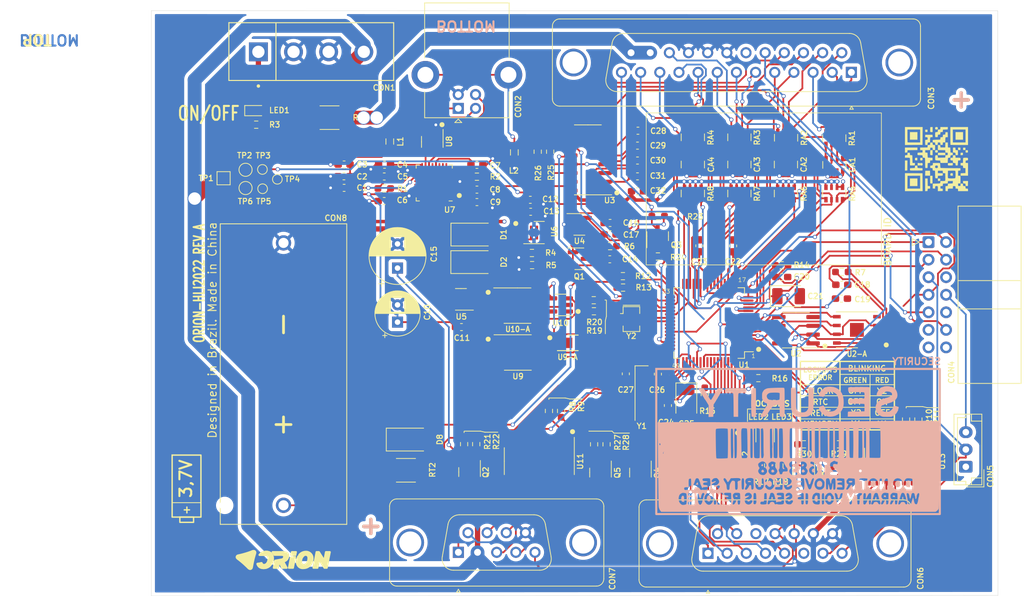
<source format=kicad_pcb>
(kicad_pcb (version 20211014) (generator pcbnew)
  (layers (0 "F.Cu" signal "cobre frontal") (31 "B.Cu" signal "Cobre traseira") (34 "B.Paste" user "Pasta traseira") (35 "F.Paste" user "Pasta frontal") (36 "B.SilkS" user "B.Silkscreen") (37 "F.SilkS" user "F.Silkscreen") (38 "B.Mask" user "Máscara traseira") (39 "F.Mask" user "Máscara frontal") (44 "Edge.Cuts" user "Cortes contorno"))
  (net 0 "")
  (net 1 "0")
  (net 2 "CY_PRESENCE ")
  (net 3 "VDDD")
  (net 4 "+3.3VP")
  (net 5 "Net-(C18-Pad1)")
  (net 6 "RESET")
  (net 7 "Net-(C23-Pad1)")
  (net 8 "Net-(C25-Pad1)")
  (net 9 "Net-(C26-Pad1)")
  (net 10 "Net-(C27-Pad1)")
  (net 11 "Net-(C19-Pad1)")
  (net 12 "Net-(C30-Pad1)")
  (net 13 "K2")
  (net 14 "K1")
  (net 15 "K3")
  (net 16 "K6")
  (net 17 "K5")
  (net 18 "K7")
  (net 19 "K4")
  (net 20 "KA")
  (net 21 "K9")
  (net 22 "KB")
  (net 23 "K8")
  (net 24 "KD")
  (net 25 "KC")
  (net 26 "KE")
  (net 27 "NOTE")
  (net 28 "LED2")
  (net 29 "LED3")
  (net 30 "+12V")
  (net 31 "COUT")
  (net 32 "CIN")
  (net 33 "+5V")
  (net 34 "INIB")
  (net 35 "Net-(C4-Pad1)")
  (net 36 "COUT1")
  (net 37 "CIN1")
  (net 38 "PRINT_IMP")
  (net 39 "PGED2")
  (net 40 "PGEC2")
  (net 41 "PIN-INIB")
  (net 42 "PIN-PRINT")
  (net 43 "Net-(Q3-Pad1)")
  (net 44 "Net-(Q4-Pad1)")
  (net 45 "Net-(Q6-Pad1)")
  (net 46 "Net-(Q7-Pad1)")
  (net 47 "Net-(R6-Pad2)")
  (net 48 "PIN-SCL")
  (net 49 "PIN-SDA")
  (net 50 "Net-(R16-Pad2)")
  (net 51 "PIN-CIN")
  (net 52 "PIN-COUT")
  (net 53 "PIN-CIN1")
  (net 54 "Net-(R19-Pad1)")
  (net 55 "PIN-COUT1")
  (net 56 "Net-(R20-Pad1)")
  (net 57 "PIN-PWRMODE")
  (net 58 "PIN-S4")
  (net 59 "PIN-S3")
  (net 60 "PIN-S2")
  (net 61 "PIN-S1")
  (net 62 "PIN-S0")
  (net 63 "PIN-S9")
  (net 64 "PIN-S8")
  (net 65 "PIN-S11")
  (net 66 "PIN-S10")
  (net 67 "Net-(U1-Pad40)")
  (net 68 "Net-(U1-Pad39)")
  (net 69 "Net-(U1-Pad34)")
  (net 70 "Net-(U1-Pad33)")
  (net 71 "TXA")
  (net 72 "RXA")
  (net 73 "Net-(U1-Pad8)")
  (net 74 "Net-(U1-Pad6)")
  (net 75 "Net-(U1-Pad5)")
  (net 76 "PIN-S7")
  (net 77 "PIN-S6")
  (net 78 "PIN-S5")
  (net 86 "K0")
  (net 87 "Net-(C31-Pad1)")
  (net 88 "K_0")
  (net 89 "K_1")
  (net 90 "NOTE_")
  (net 91 "K_C")
  (net 92 "K_D")
  (net 93 "K_5")
  (net 94 "K_6")
  (net 95 "K_7")
  (net 96 "K_8")
  (net 97 "K_9")
  (net 98 "K_A")
  (net 99 "K_B")
  (net 100 "K_2")
  (net 101 "K_3")
  (net 102 "K_E")
  (net 103 "K_4")
  (net 104 "Net-(C24-Pad1)")
  (net 105 "+2V5")
  (net 106 "Net-(R7-Pad1)")
  (net 107 "Net-(C5-Pad1)")
  (net 108 "Net-(D1-Pad1)")
  (net 109 "Net-(LED1-Pad2)")
  (net 110 "Net-(C1-Pad1)")
  (net 111 "Net-(C7-Pad1)")
  (net 112 "PIN-CY")
  (net 113 "Net-(Q2-Pad1)")
  (net 114 "GND")
  (net 115 "Net-(U1-Pad57)")
  (net 121 "Net-(U5-Pad4)")
  (net 122 "RXP")
  (net 123 "TXP")
  (net 124 "Net-(C29-Pad1)")
  (net 125 "Net-(Q5-Pad1)")
  (net 126 "Net-(C6-Pad1)")
  (net 127 "Net-(LED3-Pad2)")
  (net 128 "VBAT")
  (net 129 "+5VD")
  (net 130 "Net-(C29-Pad2)")
  (net 131 "Net-(C30-Pad2)")
  (net 132 "Net-(C28-Pad1)")
  (net 133 "Net-(R4-Pad2)")
  (net 134 "Net-(R5-Pad1)")
  (net 135 "Net-(R8-Pad1)")
  (net 136 "Net-(R9-Pad1)")
  (net 137 "Net-(R15-Pad2)")
  (net 148 "Net-(U7-Pad14)")
  (net 149 "Net-(U7-Pad15)")
  (net 169 "Net-(LED2-Pad2)")
  (net 170 "Net-(CON2-Pad1)")
  (net 171 "Net-(CON2-Pad2)")
  (net 172 "Net-(CON2-Pad3)")
  (net 173 "Net-(CON2-Pad5)")
  (net 174 "Net-(CON3-Pad16)")
  (net 175 "Net-(CON3-Pad17)")
  (net 176 "Net-(CON3-Pad24)")
  (net 179 "Net-(CON6-Pad1)")
  (net 180 "Net-(CON6-Pad2)")
  (net 181 "Net-(CON6-Pad3)")
  (net 182 "Net-(CON6-Pad4)")
  (net 183 "Net-(CON6-Pad5)")
  (net 184 "Net-(CON6-Pad6)")
  (net 185 "Net-(CON6-Pad7)")
  (net 186 "Net-(CON6-Pad8)")
  (net 187 "Net-(CON6-Pad9)")
  (net 188 "Net-(CON6-Pad10)")
  (net 190 "Net-(CON7-Pad7)")
  (net 191 "Net-(CON7-Pad8)")
  (net 192 "Net-(CON8-Pad1)")
  (net 193 "Net-(R7-Pad2)")
  (footprint "Capacitor_SMD:C_0603_1608Metric_Pad1.08x0.95mm_HandSolder" (layer "F.Cu") (at 94.6636 51.1048 180)
    (fp_text reference "C3")
    (fp_text value "100nF")
  )
  (footprint "Capacitor_SMD:C_0603_1608Metric_Pad1.08x0.95mm_HandSolder" (layer "F.Cu") (at 100.4683 52.8394)
    (fp_text reference "C5")
    (fp_text value "100nF")
  )
  (footprint "Capacitor_SMD:C_0603_1608Metric_Pad1.08x0.95mm_HandSolder" (layer "F.Cu") (at 113.8682 51.1556)
    (fp_text reference "C7")
    (fp_text value "100nF")
  )
  (footprint "Capacitor_SMD:C_0603_1608Metric_Pad1.08x0.95mm_HandSolder" (layer "F.Cu") (at 111.633 74.6252)
    (fp_text reference "C11")
    (fp_text value "100nF")
  )
  (footprint "Capacitor_SMD:C_0603_1608Metric_Pad1.08x0.95mm_HandSolder" (layer "F.Cu") (at 133.0819 64.8185)
    (fp_text reference "C14")
    (fp_text value "100nF")
  )
  (footprint "Capacitor_SMD:C_0603_1608Metric_Pad1.08x0.95mm_HandSolder" (layer "F.Cu") (at 133.1214 61.214)
    (fp_text reference "C17")
    (fp_text value "100nF")
  )
  (footprint "Capacitor_SMD:C_0603_1608Metric_Pad1.08x0.95mm_HandSolder" (layer "F.Cu") (at 166.624 68.5038)
    (fp_text reference "C18")
    (fp_text value "100nF")
  )
  (footprint "Capacitor_SMD:C_0603_1608Metric_Pad1.08x0.95mm_HandSolder" (layer "F.Cu") (at 166.5732 70.5104)
    (fp_text reference "C19")
    (fp_text value "47pF")
  )
  (footprint "Capacitor_SMD:C_0603_1608Metric_Pad1.08x0.95mm_HandSolder" (layer "F.Cu") (at 157.9372 67.3862)
    (fp_text reference "C20")
    (fp_text value "1nF")
  )
  (footprint "Capacitor_Tantalum_SMD:CP_EIA-3528-12_Kemet-T_Pad1.50x2.35mm_HandSolder" (layer "F.Cu") (at 158.9297 70.1572)
    (fp_text reference "C21")
    (fp_text value "10UfX6V-Tan")
  )
  (footprint "Capacitor_SMD:C_0603_1608Metric_Pad1.08x0.95mm_HandSolder" (layer "F.Cu") (at 150.9141 62.8777 90)
    (fp_text reference "C22")
    (fp_text value "100nF")
  )
  (footprint "Capacitor_SMD:C_0603_1608Metric_Pad1.08x0.95mm_HandSolder" (layer "F.Cu") (at 146.0246 62.865 90)
    (fp_text reference "C23")
    (fp_text value "100nF")
  )
  (footprint "Capacitor_Tantalum_SMD:CP_EIA-3528-12_Kemet-T_Pad1.50x2.35mm_HandSolder" (layer "F.Cu") (at 144.145 85.344 -90)
    (fp_text reference "C25")
    (fp_text value "10uFx6V-Tan")
  )
  (footprint "Capacitor_SMD:C_0603_1608Metric_Pad1.08x0.95mm_HandSolder" (layer "F.Cu") (at 135.3947 81.3943 -90)
    (fp_text reference "C27")
    (fp_text value "12pF")
  )
  (footprint "Capacitor_SMD:C_0603_1608Metric_Pad1.08x0.95mm_HandSolder" (layer "F.Cu") (at 140.0307 81.4324 -90)
    (fp_text reference "C26")
    (fp_text value "12pF")
  )
  (footprint "Resistor_SMD:R_Array_Convex_4x0603" (layer "F.Cu") (at 165.5518 51.1544 -90)
    (fp_text reference "CA1")
    (fp_text value "100nF")
  )
  (footprint "Resistor_SMD:R_Array_Convex_4x0603" (layer "F.Cu") (at 145.0848 51.1036 -90)
    (fp_text reference "CA4")
    (fp_text value "Array_Cap")
  )
  (footprint "Diode_SMD:D_SMA" (layer "F.Cu") (at 113.5126 61.2394)
    (fp_text reference "D1")
    (fp_text value "SSA33L")
  )
  (footprint "Diode_SMD:D_SMA" (layer "F.Cu") (at 113.4938 65.2272)
    (fp_text reference "D2")
    (fp_text value "SSA33L")
  )
  (footprint "Diode_SMD:D_SMA" (layer "F.Cu") (at 104.1615 90.9066)
    (fp_text reference "D8")
    (fp_text value "SD1-13F")
  )
  (footprint "LED_SMD:LED_0603_1608Metric_Pad1.05x0.95mm_HandSolder" (layer "F.Cu") (at 154.94 90.4608 -90)
    (fp_text reference "LED2")
    (fp_text value "RED")
  )
  (footprint "LED_SMD:LED_0603_1608Metric_Pad1.05x0.95mm_HandSolder" (layer "F.Cu") (at 157.607 90.4608 -90)
    (fp_text reference "LED3")
    (fp_text value "GREEN")
  )
  (footprint "Connector_Dsub:DSUB-25_Male_Vertical_P2.77x2.84mm_MountingHoles" (layer "F.Cu") (at 168.009 37.7663 180)
    (fp_text reference "CON3")
    (fp_text value " ")
  )
  (footprint "Package_TO_SOT_SMD:SOT-23" (layer "F.Cu") (at 139.9946 61.4703 90)
    (fp_text reference "Q3")
    (fp_text value "BC817")
  )
  (footprint "Package_TO_SOT_SMD:SOT-23" (layer "F.Cu") (at 131.7345 95.6836 -90)
    (fp_text reference "Q5")
    (fp_text value "BSS84")
  )
  (footprint "Resistor_SMD:R_0603_1608Metric_Pad0.98x0.95mm_HandSolder" (layer "F.Cu") (at 113.8676 52.8652 180)
    (fp_text reference "R2")
    (fp_text value "2,2K")
  )
  (footprint "Resistor_SMD:R_0603_1608Metric_Pad0.98x0.95mm_HandSolder" (layer "F.Cu") (at 81.9544 45.339)
    (fp_text reference "R3")
    (fp_text value "470R")
  )
  (footprint "Resistor_SMD:R_0603_1608Metric_Pad0.98x0.95mm_HandSolder" (layer "F.Cu") (at 121.8184 63.9064)
    (fp_text reference "R4")
    (fp_text value "10k")
  )
  (footprint "Resistor_SMD:R_0603_1608Metric_Pad0.98x0.95mm_HandSolder" (layer "F.Cu") (at 121.8438 65.659 180)
    (fp_text reference "R5")
    (fp_text value "10k")
  )
  (footprint "Resistor_SMD:R_0603_1608Metric_Pad0.98x0.95mm_HandSolder" (layer "F.Cu") (at 166.624 66.6496 180)
    (fp_text reference "R7")
    (fp_text value "22k")
  )
  (footprint "Resistor_SMD:R_0603_1608Metric_Pad0.98x0.95mm_HandSolder" (layer "F.Cu") (at 126.0348 86.7664 -90)
    (fp_text reference "R9")
    (fp_text value "1K")
  )
  (footprint "Resistor_SMD:R_0603_1608Metric_Pad0.98x0.95mm_HandSolder" (layer "F.Cu") (at 124.2822 86.7664 -90)
    (fp_text reference "R8")
    (fp_text value "1K")
  )
  (footprint "Resistor_SMD:R_0603_1608Metric_Pad0.98x0.95mm_HandSolder" (layer "F.Cu") (at 157.9372 65.6844)
    (fp_text reference "R14")
    (fp_text value "22k")
  )
  (footprint "Resistor_SMD:R_0603_1608Metric_Pad0.98x0.95mm_HandSolder" (layer "F.Cu") (at 146.812 84.328 90)
    (fp_text reference "R15")
    (fp_text value "22K")
  )
  (footprint "Resistor_SMD:R_0603_1608Metric_Pad0.98x0.95mm_HandSolder" (layer "F.Cu") (at 154.94 94.6518 90)
    (fp_text reference "R17")
    (fp_text value "470R")
  )
  (footprint "Resistor_SMD:R_0603_1608Metric_Pad0.98x0.95mm_HandSolder" (layer "F.Cu") (at 157.607 94.6518 90)
    (fp_text reference "R18")
    (fp_text value "470R")
  )
  (footprint "Resistor_SMD:R_0603_1608Metric_Pad0.98x0.95mm_HandSolder" (layer "F.Cu") (at 134.9756 67.2592 180)
    (fp_text reference "R12")
    (fp_text value "1K5")
  )
  (footprint "Resistor_SMD:R_0603_1608Metric_Pad0.98x0.95mm_HandSolder" (layer "F.Cu") (at 135.001 68.9102)
    (fp_text reference "R13")
    (fp_text value "3K3")
  )
  (footprint "Resistor_SMD:R_0603_1608Metric_Pad0.98x0.95mm_HandSolder" (layer "F.Cu") (at 140.0363 64.413)
    (fp_text reference "R24")
    (fp_text value "22K")
  )
  (footprint "Resistor_SMD:R_0603_1608Metric_Pad0.98x0.95mm_HandSolder" (layer "F.Cu") (at 132.6134 91.5924 90)
    (fp_text reference "R28")
    (fp_text value "1K")
  )
  (footprint "Resistor_SMD:R_Array_Convex_4x0603" (layer "F.Cu") (at 165.5328 47.2936 -90)
    (fp_text reference "RA1")
    (fp_text value "1K")
  )
  (footprint "Resistor_SMD:R_Array_Convex_4x0603" (layer "F.Cu") (at 151.8168 47.1666 -90)
    (fp_text reference "RA3")
    (fp_text value "R_Pack04")
  )
  (footprint "Resistor_SMD:R_Array_Convex_4x0603" (layer "F.Cu") (at 145.0848 47.1666 -90)
    (fp_text reference "RA4")
    (fp_text value "R_Pack04")
  )
  (footprint "Resistor_SMD:R_Array_Convex_4x0603" (layer "F.Cu") (at 165.5328 55.2946 -90)
    (fp_text reference "RA5")
    (fp_text value "10K")
  )
  (footprint "Resistor_SMD:R_Array_Convex_4x0603" (layer "F.Cu") (at 151.8168 55.2946 -90)
    (fp_text reference "RA7")
    (fp_text value "R_Pack04")
  )
  (footprint "Resistor_SMD:R_Array_Convex_4x0603" (layer "F.Cu") (at 145.0848 55.2946 -90)
    (fp_text reference "RA8")
    (fp_text value "R_Pack04")
  )
  (footprint "Package_QFP:TQFP-64_10x10mm_P0.5mm" (layer "F.Cu") (at 147.447 74.041 180)
    (fp_text reference "U1")
    (fp_text value "PIC24HJ64GP206-I_PT")
  )
  (footprint "Package_TO_SOT_SMD:SOT-23-6" (layer "F.Cu") (at 107.4166 47.8282 -90)
    (fp_text reference "U8")
    (fp_text value "USBLC6-2SC6")
  )
  (footprint "Package_DFN_QFN:QFN-32-1EP_5x5mm_P0.5mm_EP3.45x3.45mm" (layer "F.Cu") (at 107.696 53.7718 180)
    (fp_text reference "U7")
    (fp_text value "CY7C65215-32LTXI")
  )
  (footprint "Package_SON:VSON-10-1EP_3x3mm_P0.5mm_EP1.2x2mm_ThermalVias" (layer "F.Cu") (at 122.1184 60.952)
    (fp_text reference "U6")
    (fp_text value "VSON-10-1EP_3x3mm_P0.5mm_EP1.2x2mm_ThermalVias")
  )
  (footprint "Package_TO_SOT_SMD:SOT-23-5" (layer "F.Cu") (at 128.6764 59.7662)
    (fp_text reference "U4")
    (fp_text value "TPS7A0533PDBV")
  )
  (footprint "Package_SO:SOIC-8_3.9x4.9mm_P1.27mm" (layer "F.Cu") (at 159.9946 75.0824 180)
    (fp_text reference "U2")
    (fp_text value "SOIC-8_3.9x4.9mm_P1.27mm")
  )
  (footprint "Package_TO_SOT_SMD:SOT-23-5" (layer "F.Cu") (at 125.9586 71.4248 180)
    (fp_text reference "U10")
    (fp_text value "24AA02-OT")
  )
  (footprint "Package_SO:SOIC-16_3.9x9.9mm_P1.27mm" (layer "F.Cu") (at 174.9806 94.107 -90)
    (fp_text reference "U13")
    (fp_text value "ULN2003")
  )
  (footprint "Package_SO:SOIC-16_3.9x9.9mm_P1.27mm" (layer "F.Cu") (at 146.685 94.169 -90)
    (fp_text reference "U12")
    (fp_text value "ULN2003")
  )
  (footprint "Package_SO:SOIC-16_3.9x9.9mm_P1.27mm" (layer "F.Cu") (at 122.8852 94.0308 -90)
    (fp_text reference "U11")
    (fp_text value "ULN2003")
  )
  (footprint "Crystal:Crystal_SMD_SeikoEpson_MC146-4Pin_6.7x1.5mm" (layer "F.Cu") (at 137.6807 84.1883 -90)
    (fp_text reference "Y1")
    (fp_text value "Crystal_32KHz")
  )
  (footprint "Crystal:Resonator_SMD_Murata_CSTxExxV-3Pin_3.0x1.1mm" (layer "F.Cu") (at 136.208 73.4695 -90)
    (fp_text reference "Y2")
    (fp_text value "Crystal_20MHz")
  )
  (footprint "Resistor_SMD:R_0603_1608Metric_Pad0.98x0.95mm_HandSolder" (layer "F.Cu") (at 130.81 91.5924 90)
    (fp_text reference "R27")
    (fp_text value "1K")
  )
  (footprint "Package_TO_SOT_SMD:SOT-23" (layer "F.Cu") (at 137.5118 95.6841 -90)
    (fp_text reference "Q4")
    (fp_text value "BSS84")
  )
  (footprint "Package_TO_SOT_SMD:SOT-23" (layer "F.Cu") (at 161.1343 95.5901 -90)
    (fp_text reference "Q7")
    (fp_text value "BSS84")
  )
  (footprint "Resistor_SMD:R_0603_1608Metric_Pad0.98x0.95mm_HandSolder" (layer "F.Cu") (at 161.1376 91.5924)
    (fp_text reference "R30")
    (fp_text value "1K")
  )
  (footprint "Resistor_SMD:R_0603_1608Metric_Pad0.98x0.95mm_HandSolder" (layer "F.Cu") (at 166.2176 91.5923)
    (fp_text reference "R29")
    (fp_text value "1K")
  )
  (footprint "Package_TO_SOT_SMD:SOT-23" (layer "F.Cu") (at 166.243 95.631 -90)
    (fp_text reference "Q6")
    (fp_text value "BSS84")
  )
  (footprint "Resistor_SMD:R_0603_1608Metric_Pad0.98x0.95mm_HandSolder" (layer "F.Cu") (at 175.9204 88.0091 -90)
    (fp_text reference "R10")
    (fp_text value "1K")
  )
  (footprint "Package_SO:SOIC-8_3.9x4.9mm_P1.27mm" (layer "F.Cu") (at 119.7864 78.3082)
    (fp_text reference "U9")
    (fp_text value "SOIC-8_3.9x4.9mm_P1.27mm")
  )
  (footprint "Resistor_SMD:R_0603_1608Metric_Pad0.98x0.95mm_HandSolder" (layer "F.Cu") (at 130.7827 72.3392)
    (fp_text reference "R19")
    (fp_text value "1K")
  )
  (footprint "Resistor_SMD:R_0603_1608Metric_Pad0.98x0.95mm_HandSolder" (layer "F.Cu") (at 130.7592 70.739)
    (fp_text reference "R20")
    (fp_text value "1K")
  )
  (footprint "Connector_Dsub:DSUB-9_Female_Vertical_P2.77x2.84mm_MountingHoles" (layer "F.Cu") (at 111.1871 107.2227 180)
    (fp_text reference "CON7")
    (fp_text value "Conn_01x09")
  )
  (footprint "Capacitor_SMD:C_0603_1608Metric_Pad1.08x0.95mm_HandSolder" (layer "F.Cu") (at 94.6647 54.483 180)
    (fp_text reference "C1")
    (fp_text value "100nF")
  )
  (footprint "Capacitor_SMD:C_0603_1608Metric_Pad1.08x0.95mm_HandSolder" (layer "F.Cu") (at 100.4581 56.388 180)
    (fp_text reference "C6")
    (fp_text value "2,2nF")
  )
  (footprint "Capacitor_SMD:C_0603_1608Metric_Pad1.08x0.95mm_HandSolder" (layer "F.Cu") (at 113.8682 56.5404)
    (fp_text reference "C9")
    (fp_text value "100nF")
  )
  (footprint "Package_TO_SOT_SMD:SOT-23-5" (layer "F.Cu") (at 111.5568 70.612 180)
    (fp_text reference "U5")
    (fp_text value "TPS7A0533PDBV")
  )
  (footprint "Capacitor_SMD:C_0603_1608Metric_Pad1.08x0.95mm_HandSolder" (layer "F.Cu") (at 141.478 85.979 -90)
    (fp_text reference "C24")
    (fp_text value "100nF")
  )
  (footprint "Package_SO:SOIC-16_3.9x9.9mm_P1.27mm" (layer "F.Cu") (at 129.9096 50.429 180)
    (fp_text reference "U3")
    (fp_text value "MAX3232")
  )
  (footprint "Capacitor_SMD:C_0603_1608Metric_Pad1.08x0.95mm_HandSolder" (layer "F.Cu") (at 137.0846 50.5306)
    (fp_text reference "C30")
    (fp_text value "100nF")
  )
  (footprint "Capacitor_SMD:C_0603_1608Metric_Pad1.08x0.95mm_HandSolder" (layer "F.Cu") (at 137.0846 52.8166)
    (fp_text reference "C31")
    (fp_text value "100nF")
  )
  (footprint "Capacitor_SMD:C_0603_1608Metric_Pad1.08x0.95mm_HandSolder" (layer "F.Cu") (at 137.1476 46.2126)
    (fp_text reference "C28")
    (fp_text value "100nF" hide)
  )
  (footprint "Capacitor_SMD:C_0603_1608Metric_Pad1.08x0.95mm_HandSolder" (layer "F.Cu") (at 137.0846 54.9756)
    (fp_text reference "C32")
    (fp_text value "100nF")
  )
  (footprint "Capacitor_SMD:C_0603_1608Metric_Pad1.08x0.95mm_HandSolder" (layer "F.Cu") (at 137.0846 48.3716 180)
    (fp_text reference "C29")
    (fp_text value "100nF" hide)
  )
  (footprint "Inductor_SMD:L_0805_2012Metric" (layer "F.Cu") (at 119.2784 49.3522 90)
    (fp_text reference "L2")
    (fp_text value "BLM21PG221SN1D")
  )
  (footprint "Resistor_SMD:R_0603_1608Metric_Pad0.98x0.95mm_HandSolder" (layer "F.Cu") (at 177.6984 88.0091 -90)
    (fp_text reference "R11")
    (fp_text value "1K")
  )
  (footprint "Resistor_SMD:R_Array_Convex_4x0603" (layer "F.Cu") (at 158.5468 51.1036 -90)
    (fp_text reference "CA2")
    (fp_text value "Array_Cap")
  )
  (footprint "Resistor_SMD:R_Array_Convex_4x0603" (layer "F.Cu") (at 158.5668 47.2286 -90)
    (fp_text reference "RA2")
    (fp_text value "R_Pack04")
  )
  (footprint "Resistor_SMD:R_Array_Convex_4x0603" (layer "F.Cu") (at 158.5468 55.2946 -90)
    (fp_text reference "RA6")
    (fp_text value "R_Pack04")
  )
  (footprint "6:Molex-0015244449-0" (layer "F.Cu") (at 89.8906 34.798)
    (fp_text reference "CON1")
    (fp_text value " " hide)
  )
  (footprint "Resistor_SMD:R_0603_1608Metric_Pad0.98x0.95mm_HandSolder" (layer "F.Cu") (at 100.4683 54.5666 180)
    (fp_text reference "R1")
    (fp_text value "2,2K")
  )
  (footprint "Inductor_SMD:L_0805_2012Metric" (layer "F.Cu") (at 101.2698 47.7774 -90)
    (fp_text reference locked "L1")
    (fp_text value "BLM21PG221SN1D")
  )
  (footprint "Connector_USB:USB_B_Lumberg_2411_02_Horizontal" (layer "F.Cu") (at 111.1704 42.9825 90)
    (fp_text reference "CON2")
    (fp_text value "USB_B")
  )
  (footprint "Package_TO_SOT_SMD:SOT-23" (layer "F.Cu") (at 112.8014 95.6056 -90)
    (fp_text reference "Q2")
    (fp_text value "BC817")
  )
  (footprint "Connector_Dsub:DSUB-15_Female_Vertical_P2.77x2.84mm_MountingHoles" (layer "F.Cu") (at 147.277 107.361 180)
    (fp_text reference "CON6")
    (fp_text value "Conn_01x15")
  )
  (footprint "Capacitor_SMD:C_0603_1608Metric_Pad1.08x0.95mm_HandSolder" (layer "F.Cu") (at 94.6404 52.8066 180)
    (fp_text reference "C2")
    (fp_text value "4,7uF")
  )
  (footprint "Capacitor_SMD:C_0603_1608Metric_Pad1.08x0.95mm_HandSolder" (layer "F.Cu") (at 100.5078 51.1302 180)
    (fp_text reference "C4")
    (fp_text value "1uF")
  )
  (footprint "Capacitor_SMD:C_0603_1608Metric_Pad1.08x0.95mm_HandSolder" (layer "F.Cu") (at 113.8682 54.737)
    (fp_text reference "C8")
    (fp_text value "4,7uF")
  )
  (footprint "Capacitor_SMD:C_0603_1608Metric_Pad1.08x0.95mm_HandSolder" (layer "F.Cu") (at 121.5898 56.2102)
    (fp_text reference "C12")
    (fp_text value "1uF")
  )
  (footprint "Capacitor_SMD:C_0603_1608Metric_Pad1.08x0.95mm_HandSolder" (layer "F.Cu") (at 121.6406 57.9374)
    (fp_text reference "C13")
    (fp_text value "1uF")
  )
  (footprint "Resistor_SMD:R_Array_Convex_4x0603" (layer "F.Cu") (at 151.8168 51.1036 -90)
    (fp_text reference "CA3")
    (fp_text value "Array_Cap")
  )
  (footprint "Resistor_SMD:R_0603_1608Metric_Pad0.98x0.95mm_HandSolder" (layer "F.Cu") (at 113.7666 91.567 -90)
    (fp_text reference "R22")
    (fp_text value "22K")
  )
  (footprint "TestPoint:TestPoint_Pad_D1.5mm" (layer "F.Cu") (at 80.4164 51.8668 90)
    (fp_text reference "TP2")
    (fp_text value "TestPoint")
  )
  (footprint "TestPoint:TestPoint_Pad_D1.0mm" (layer "F.Cu") (at 85.0138 53.2384 -90)
    (fp_text reference "TP4")
    (fp_text value "TestPoint")
  )
  (footprint "Resistor_SMD:R_1812_4532Metric" (layer "F.Cu") (at 103.6027 95.3516)
    (fp_text reference "RT2")
    (fp_text value "300mA - 304N")
  )
  (footprint "Connector_IDC:IDC-Header_2x07_P2.54mm_Horizontal" (layer "F.Cu") (at 179.1637 62.3316)
    (fp_text reference "CON4")
    (fp_text value "Connector_Adapter")
  )
  (footprint "Resistor_SMD:R_0603_1608Metric_Pad0.98x0.95mm_HandSolder" (layer "F.Cu") (at 124.46 49.2506 90)
    (fp_text reference "R25")
    (fp_text value "33R")
  )
  (footprint "Resistor_SMD:R_0603_1608Metric_Pad0.98x0.95mm_HandSolder" (layer "F.Cu") (at 133.1316 62.9135)
    (fp_text reference "R6")
    (fp_text value "10k")
  )
  (footprint "LED_SMD:LED_0603_1608Metric_Pad1.05x0.95mm_HandSolder" (layer "F.Cu") (at 81.9544 43.307)
    (fp_text reference "LED1")
    (fp_text value "BLUE")
  )
  (footprint "Package_TO_SOT_SMD:SOT-23" (layer "F.Cu") (at 128.6764 64.7446)
    (fp_text reference "Q1")
    (fp_text value "IRLML5103")
  )
  (footprint "Capacitor_THT:CP_Radial_D6.3mm_P2.50mm" (layer "F.Cu") (at 102.3874 73.914 90)
    (fp_text reference "C10")
    (fp_text value "220uFx16V")
  )
  (footprint "Connector_JST:JST_EH_B3B-EH-A_1x03_P2.50mm_Vertical" (layer "F.Cu") (at 184.5564 94.8436 90)
    (fp_text reference "CON5")
    (fp_text value "Connector_Audio")
  )
  (footprint "Capacitor_THT:CP_Radial_D8.0mm_P3.50mm" (layer "F.Cu") (at 102.3874 66.0925 90)
    (fp_text reference "C15")
    (fp_text value "470uFx16v")
  )
  (footprint "Resistor_SMD:R_0603_1608Metric_Pad0.98x0.95mm_HandSolder" (layer "F.Cu") (at 154.559 82.0166 180)
    (fp_text reference "R16")
    (fp_text value "1K")
  )
  (footprint "Package_DFN_QFN:DFN-8-1EP_3x2mm_P0.5mm_EP1.3x1.5mm" (layer "F.Cu") (at 127.0048 76.9112)
    (fp_text reference "U9-A")
    (fp_text value "DFN-8-1EP_3x2mm_P0.5mm_EP1.3x1.5mm")
  )
  (footprint "Resistor_SMD:R_0603_1608Metric_Pad0.98x0.95mm_HandSolder" (layer "F.Cu") (at 140.0708 58.5747 180)
    (fp_text reference "R23")
    (fp_text value "1K")
  )
  (footprint "Resistor_SMD:R_0603_1608Metric_Pad0.98x0.95mm_HandSolder" (layer "F.Cu") (at 122.6566 49.2506 90)
    (fp_text reference "R26")
    (fp_text value "33R")
  )
  (footprint "TestPoint:TestPoint_Pad_D1.5mm" (layer "F.Cu") (at 80.4164 54.5084 90)
    (fp_text reference "TP6")
    (fp_text value "TestPoint")
  )
  (footprint "Package_DFN_QFN:DFN-8-1EP_6x5mm_P1.27mm_EP2x2mm" (layer "F.Cu") (at 168.8084 75.0316 180)
    (fp_text reference "U2-A")
    (fp_text value "DFN-8-1EP_6x5mm_P1.27mm_EP2x2mm")
  )
  (footprint "LOGO" (layer "F.Cu") (at 180.21615 50.183892)
    (fp_text reference "G1" hide)
    (fp_text value "LOGO" hide)
  )
  (footprint "Resistor_SMD:R_0603_1608Metric_Pad0.98x0.95mm_HandSolder" (layer "F.Cu") (at 112.014 91.567 90)
    (fp_text reference "R21")
    (fp_text value "1K")
  )
  (footprint "TestPoint:TestPoint_Pad_D1.0mm" (layer "F.Cu") (at 82.8802 54.61 90)
    (fp_text reference "TP5")
    (fp_text value "TestPoint")
  )
  (footprint "TestPoint:TestPoint_Pad_D1.0mm" (layer "F.Cu") (at 82.8548 51.816 90)
    (fp_text reference "TP3")
    (fp_text value "TestPoint")
  )
  (footprint "Resistor_SMD:R_1812_4532Metric" (layer "F.Cu") (at 92.5576 44.323 180)
    (fp_text reference "RT1")
    (fp_text value "1,5A - 153F")
  )
  (footprint "Capacitor_SMD:C_0603_1608Metric_Pad1.08x0.95mm_HandSolder" (layer "F.Cu") (at 133.1214 59.563)
    (fp_text reference "C16")
    (fp_text value "100nF")
  )
  (footprint "BH123A:BAT_BH123A" (layer "F.Cu") (at 85.9028 81.4324 -90)
    (fp_text reference "CON8")
    (fp_text value "CR123A" hide)
  )
  (footprint "TestPoint:TestPoint_Pad_1.5x1.5mm" (layer "F.Cu") (at 77.2414 53.086 90)
    (fp_text reference "TP1")
    (fp_text value "TestPoint")
  )
  (footprint "Package_SO:SOIC-8_3.9x4.9mm_P1.27mm" (layer "F.Cu") (at 119.7356 71.5264)
    (fp_text reference "U10-A")
    (fp_text value "SOIC-8_3.9x4.9mm_P1.27mm")
  )
  (footprint "LOGO" (layer "B.Cu") (at 160.3468 91.4644 -90)
    (fp_text reference "G***" hide)
    (fp_text value "LOGO" hide)
  )
  (gr_line (start 183.896 40.7576) (end 183.896 42.7576) (layer "F.Cu") (width 0.5))
  (gr_line (start 184.896 41.7576) (end 182.896 41.7576) (layer "F.Cu") (width 0.5))
  (gr_line (start 98.5266 102.4796) (end 98.5266 104.4796) (layer "F.Cu") (width 0.5))
  (gr_line (start 99.5106 103.4796) (end 97.5106 103.4796) (layer "F.Cu") (width 0.5))
  (gr_line (start 183.896 40.7576) (end 183.896 42.7576) (layer "B.Cu") (width 0.5))
  (gr_line (start 98.5266 102.4796) (end 98.5266 104.4796) (layer "B.Cu") (width 0.5))
  (gr_line (start 99.5106 103.4796) (end 97.5106 103.4796) (layer "B.Cu") (width 0.5))
  (gr_line (start 184.896 41.7576) (end 182.896 41.7576) (layer "B.Cu") (width 0.5))
  (gr_line (start 184.896 41.7576) (end 182.896 41.7576) (layer "B.SilkS") (width 0.5))
  (gr_line (start 183.896 40.7576) (end 183.896 42.7576) (layer "B.SilkS") (width 0.5))
  (gr_line (start 99.5426 103.4796) (end 97.5426 103.4796) (layer "B.SilkS") (width 0.5))
  (gr_rect (start 180.7972 80.686) (end 139.7972 101.686) (layer "B.SilkS") (width 0.3) (fill none))
  (gr_line (start 98.5266 102.4796) (end 98.5266 104.4796) (layer "B.SilkS") (width 0.5))
  (gr_line (start 133.4008 89.6874) (end 133.6802 89.9668) (layer "F.SilkS") (width 0.12))
  (gr_line (start 124.2695 84.9122) (end 124.2695 85.09) (layer "F.SilkS") (width 0.12))
  (gr_line (start 114.3762 89.6893) (end 115.0366 89.8417) (layer "F.SilkS") (width 0.12))
  (gr_line (start 71.5518 101.0816) (end 72.3138 101.0816) (layer "F.SilkS") (width 0.2))
  (gr_line (start 175.9331 86.1568) (end 175.9331 86.3346) (layer "F.SilkS") (width 0.12))
  (gr_line (start 98.5266 102.4796) (end 98.5266 104.4796) (layer "F.SilkS") (width 0.5))
  (gr_line (start 170.7134 81.5718) (end 170.7134 89.4718) (layer "F.SilkS") (width 0.12))
  (gr_rect (start 160.6634 82.9718) (end 174.2294 89.5028) (layer "F.SilkS") (width 0.12) (fill none))
  (gr_line (start 160.6634 86.2373) (end 174.2294 86.2373) (layer "F.SilkS") (width 0.12))
  (gr_line (start 166.3634 81.4718) (end 174.2134 81.4718) (layer "F.SilkS") (width 0.12))
  (gr_line (start 112.014 89.7147) (end 112.014 89.8925) (layer "F.SilkS") (width 0.12))
  (gr_circle (center 111.3176 55.5904) (end 111.6176 55.5904) (layer "F.SilkS") (width 0.12) (fill solid))
  (gr_line (start 152.9858 86.4778) (end 152.9858 88.2812) (layer "F.SilkS") (width 0.12))
  (gr_circle (center 164.183975 77.3778) (end 164.483975 77.3778) (layer "F.SilkS") (width 0.12) (fill solid))
  (gr_line (start 71.9328 101.5134) (end 71.9328 100.6752) (layer "F.SilkS") (width 0.2))
  (gr_poly (pts (xy 89.100208 107.131115) (xy 89.031315 107.134983) (xy 88.963116 107.142613) (xy 88.895746 107.153936) (xy 88.829344 107.168882) (xy 88.764045 107.187383) (xy 88.699987 107.20937) (xy 88.637307 107.234773) (xy 88.576141 107.263524) (xy 88.516626 107.295553) (xy 88.4589 107.330793) (xy 88.403099 107.369173) (xy 88.34936 107.410626) (xy 88.29782 107.455081) (xy 88.248616 107.502471) (xy 88.201884 107.552726) (xy 88.157762 107.605777) (xy 89.114496 107.605777) (xy 89.138248 107.606306) (xy 89.161186 107.607882) (xy 89.183316 107.610492) (xy 89.20464 107.614122) (xy 89.225163 107.618757) (xy 89.244888 107.624383) (xy 89.263819 107.630986) (xy 89.28196 107.638552) (xy 89.299316 107.647067) (xy 89.315889 107.656517) (xy 89.331684 107.666887) (xy 89.346705 107.678163) (xy 89.360955 107.690332) (xy 89.374438 107.703379) (xy 89.387159 107.717289) (xy 89.399121 107.732049) (xy 89.410328 107.747645) (xy 89.420784 107.764063) (xy 89.430492 107.781287) (xy 89.439458 107.799305) (xy 89.447683 107.818102) (xy 89.455173 107.837664) (xy 89.461932 107.857976) (xy 89.467962 107.879025) (xy 89.473269 107.900797) (xy 89.477855 107.923277) (xy 89.481725 107.946451) (xy 89.484883 107.970305) (xy 89.487333 107.994824) (xy 89.489077 108.019996) (xy 89.490468 108.072237) (xy 89.487466 108.164391) (xy 89.478578 108.255551) (xy 89.463983 108.345034) (xy 89.44386 108.432157) (xy 89.418389 108.516238) (xy 89.387749 108.596591) (xy 89.352118 108.672535) (xy 89.311676 108.743386) (xy 89.266602 108.80846) (xy 89.217074 108.867075) (xy 89.190697 108.893747) (xy 89.163273 108.918547) (xy 89.134825 108.941391) (xy 89.105376 108.962192) (xy 89.074948 108.980867) (xy 89.043563 108.997328) (xy 89.011244 109.011491) (xy 88.978013 109.023271) (xy 88.943893 109.032582) (xy 88.908905 109.039338) (xy 88.873073 109.043454) (xy 88.836419 109.044846) (xy 88.81257 109.044318) (xy 88.789539 109.042746) (xy 88.767321 109.040143) (xy 88.745914 109.036522) (xy 88.725312 109.031898) (xy 88.705511 109.026283) (xy 88.686509 109.019693) (xy 88.668301 109.012141) (xy 88.650882 109.00364) (xy 88.634249 108.994204) (xy 88.618399 108.983848) (xy 88.603326 108.972585) (xy 88.589027 108.960429) (xy 88.575498 108.947393) (xy 88.562736 108.933492) (xy 88.550735 108.918739) (xy 88.539492 108.903148) (xy 88.529004 108.886733) (xy 88.519265 108.869507) (xy 88.510273 108.851485) (xy 88.502023 108.832681) (xy 88.494512 108.813107) (xy 88.487734 108.792779) (xy 88.481687 108.771709) (xy 88.476366 108.749911) (xy 88.471768 108.7274) (xy 88.467887 108.70419) (xy 88.464722 108.680293) (xy 88.462266 108.655724) (xy 88.460517 108.630496) (xy 88.459123 108.578121) (xy 88.45691 108.511963) (xy 88.458833 108.446262) (xy 88.464816 108.381189) (xy 88.474779 108.316914) (xy 88.488645 108.253607) (xy 88.506336 108.191438) (xy 88.527772 108.130578) (xy 88.552876 108.071196) (xy 88.58157 108.013463) (xy 88.613775 107.95755) (xy 88.649414 107.903626) (xy 88.688408 107.851861) (xy 88.730678 107.802427) (xy 88.776148 107.755493) (xy 88.824738 107.711229) (xy 88.87637 107.669806) (xy 88.876775 107.669543) (xy 88.877165 107.669263) (xy 88.877539 107.668969) (xy 88.877896 107.668661) (xy 88.878238 107.668338) (xy 88.878563 107.668003) (xy 88.878872 107.667655) (xy 88.879164 107.667295) (xy 88.879439 107.666925) (xy 88.879697 107.666543) (xy 88.879937 107.666152) (xy 88.88016 107.665751) (xy 88.880365 107.665342) (xy 88.880551 107.664925) (xy 88.88072 107.6645) (xy 88.88087 107.664069) (xy 88.881001 107.663632) (xy 88.881114 107.663189) (xy 88.881207 107.662742) (xy 88.881282 107.66229) (xy 88.881336 107.661835) (xy 88.881371 107.661377) (xy 88.881386 107.660917) (xy 88.881381 107.660456) (xy 88.881356 107.659993) (xy 88.88131 107.65953) (xy 88.881243 107.659068) (xy 88.881155 107.658606) (xy 88.881046 107.658147) (xy 88.880916 107.657689) (xy 88.880764 107.657235) (xy 88.880591 107.656784) (xy 88.880397 107.656341) (xy 88.880185 107.655911) (xy 88.879956 107.655494) (xy 88.87971 107.655091) (xy 88.879448 107.654701) (xy 88.87917 107.654326) (xy 88.878878 107.653964) (xy 88.87857 107.653617) (xy 88.878249 107.653286) (xy 88.877915 107.652969) (xy 88.877568 107.652668) (xy 88.87721 107.652383) (xy 88.876839 107.652114) (xy 88.876458 107.651862) (xy 88.876067 107.651626) (xy 88.875666 107.651407) (xy 88.875256 107.651206) (xy 88.874838 107.651023) (xy 88.874412 107.650858) (xy 88.873979 107.650711) (xy 88.873539 107.650582) (xy 88.873093 107.650473) (xy 88.872641 107.650383) (xy 88.872185 107.650313) (xy 88.871725 107.650262) (xy 88.871261 107.650232) (xy 88.870794 107.650222) (xy 88.870324 107.650233) (xy 88.869853 107.650265) (xy 88.869381 107.650319) (xy 88.868907 107.650394) (xy 88.868434 107.650492) (xy 88.027323 107.804214) (xy 88.003572 107.851807) (xy 87.981338 107.900029) (xy 87.96063 107.948844) (xy 87.941456 107.998215) (xy 87.923824 108.048105) (xy 87.907744 108.098478) (xy 87.893224 108.149297) (xy 87.880273 108.200526) (xy 87.8689 108.252128) (xy 87.859112 108.304066) (xy 87.850919 108.356305) (xy 87.844329 108.408807) (xy 87.839352 108.461536) (xy 87.835995 108.514455) (xy 87.834267 108.567528) (xy 87.834177 108.620718) (xy 87.832416 108.667404) (xy 87.833214 108.713866) (xy 87.836534 108.760009) (xy 87.842339 108.805737) (xy 87.850593 108.850954) (xy 87.861258 108.895566) (xy 87.874298 108.939478) (xy 87.889676 108.982594) (xy 87.907355 109.024818) (xy 87.927297 109.066056) (xy 87.949466 109.106212) (xy 87.973826 109.145191) (xy 88.000339 109.182898) (xy 88.028968 109.219237) (xy 88.059676 109.254113) (xy 88.092427 109.287431) (xy 88.126959 109.318899) (xy 88.16297 109.348268) (xy 88.200365 109.375503) (xy 88.239047 109.400572) (xy 88.278918 109.423441) (xy 88.319884 109.444077) (xy 88.361846 109.462447) (xy 88.404708 109.478517) (xy 88.448373 109.492255) (xy 88.492746 109.503626) (xy 88.53773 109.512598) (xy 88.583227 109.519137) (xy 88.629141 109.52321) (xy 88.675376 109.524784) (xy 88.721834 109.523826) (xy 88.768421 109.520302) (xy 88.844683 109.518474) (xy 88.919016 109.513045) (xy 88.991394 109.504098) (xy 89.061788 109.491716) (xy 89.130171 109.475981) (xy 89.196515 109.456976) (xy 89.260792 109.434784) (xy 89.322975 109.409487) (xy 89.383036 109.381168) (xy 89.440947 109.34991) (xy 89.496681 109.315795) (xy 89.55021 109.278907) (xy 89.601506 109.239328) (xy 89.650543 109.19714) (xy 89.697291 109.152426) (xy 89.741723 109.10527) (xy 89.783813 109.055753) (xy 89.823531 109.003958) (xy 89.860851 108.949969) (xy 89.895745 108.893867) (xy 89.928184 108.835736) (xy 89.958142 108.775658) (xy 89.985591 108.713716) (xy 90.010503 108.649992) (xy 90.03285 108.58457) (xy 90.052605 108.517531) (xy 90.069741 108.44896) (xy 90.084228 108.378937) (xy 90.096041 108.307547) (xy 90.10515 108.234872) (xy 90.111529 108.160993) (xy 90.11515 108.085996) (xy 90.114241 108.036549) (xy 90.110784 107.987453) (xy 90.104817 107.938796) (xy 90.096378 107.890669) (xy 90.085504 107.84316) (xy 90.072235 107.796359) (xy 90.056609 107.750355) (xy 90.038663 107.705237) (xy 90.018436 107.661095) (xy 89.995966 107.618018) (xy 89.971291 107.576095) (xy 89.944449 107.535416) (xy 89.91548 107.49607) (xy 89.88442 107.458146) (xy 89.851308 107.421734) (xy 89.816183 107.386922) (xy 89.779295 107.353983) (xy 89.740932 107.323152) (xy 89.701186 107.294462) (xy 89.660147 107.267944) (xy 89.617908 107.243632) (xy 89.57456 107.221558) (xy 89.530194 107.201755) (xy 89.484901 107.184255) (xy 89.438774 107.169092) (xy 89.391904 107.156299) (xy 89.344382 107.145906) (xy 89.2963 107.137949) (xy 89.247749 107.132458) (xy 89.19882 107.129467) (xy 89.149606 107.129009) (xy 89.100197 107.131115) (xy 89.100203 107.131115) (xy 89.100205 107.131115) (xy 89.100208 107.131115)) (layer "F.SilkS") (width 0.264583) (fill solid))
  (gr_circle (center 128.4986 72.3646) (end 128.7986 72.3646) (layer "F.SilkS") (width 0.12) (fill solid))
  (gr_poly (pts (xy 84.283204 107.605512) (xy 84.257288 107.554421) (xy 84.228317 107.50644) (xy 84.196448 107.461531) (xy 84.161844 107.419656) (xy 84.124663 107.380775) (xy 84.085066 107.344848) (xy 84.043213 107.311837) (xy 83.999264 107.281704) (xy 83.95338 107.254408) (xy 83.905721 107.229911) (xy 83.856446 107.208173) (xy 83.805717 107.189156) (xy 83.753692 107.172821) (xy 83.700533 107.159129) (xy 83.646399 107.14804) (xy 83.591451 107.139515) (xy 83.535848 107.133516) (xy 83.479752 107.130003) (xy 83.423321 107.128938) (xy 83.366717 107.13028) (xy 83.310099 107.133992) (xy 83.253628 107.140035) (xy 83.197464 107.148368) (xy 83.141766 107.158954) (xy 83.086696 107.171752) (xy 83.032413 107.186725) (xy 82.979077 107.203832) (xy 82.926849 107.223035) (xy 82.875889 107.244296) (xy 82.826357 107.267574) (xy 82.778412 107.29283) (xy 82.732216 107.320027) (xy 82.710695 107.333816) (xy 82.689477 107.348033) (xy 82.668568 107.362674) (xy 82.647976 107.377733) (xy 82.627705 107.393205) (xy 82.607761 107.409084) (xy 82.588152 107.425366) (xy 82.568882 107.442043) (xy 82.549958 107.459113) (xy 82.531386 107.476568) (xy 82.513172 107.494404) (xy 82.495322 107.512615) (xy 82.477841 107.531197) (xy 82.460737 107.550143) (xy 82.444015 107.569449) (xy 82.427681 107.589108) (xy 82.427254 107.589745) (xy 82.426876 107.590404) (xy 82.426548 107.591084) (xy 82.42627 107.59178) (xy 82.426041 107.59249) (xy 82.425862 107.593213) (xy 82.425733 107.593944) (xy 82.425655 107.594682) (xy 82.425627 107.595423) (xy 82.425649 107.596165) (xy 82.425723 107.596906) (xy 82.425848 107.597642) (xy 82.426024 107.598371) (xy 82.426252 107.59909) (xy 82.426531 107.599797) (xy 82.426862 107.600488) (xy 82.427046 107.600825) (xy 82.427241 107.601155) (xy 82.427447 107.601475) (xy 82.427662 107.601787) (xy 82.427888 107.60209) (xy 82.428123 107.602384) (xy 82.428368 107.602669) (xy 82.428622 107.602944) (xy 82.428884 107.60321) (xy 82.429155 107.603467) (xy 82.429434 107.603713) (xy 82.429721 107.60395) (xy 82.430016 107.604176) (xy 82.430318 107.604392) (xy 82.430627 107.604597) (xy 82.430943 107.604792) (xy 82.431265 107.604975) (xy 82.431594 107.605148) (xy 82.431928 107.605309) (xy 82.432268 107.605459) (xy 82.432613 107.605598) (xy 82.432963 107.605724) (xy 82.433318 107.605839) (xy 82.433677 107.605942) (xy 82.434041 107.606032) (xy 82.434408 107.60611) (xy 82.434779 107.606175) (xy 82.435153 107.606228) (xy 82.43553 107.606267) (xy 82.43591 107.606293) (xy 82.436292 107.606307) (xy 82.436677 107.606306) (xy 83.330968 107.606306) (xy 83.343263 107.605775) (xy 83.355554 107.605538) (xy 83.367836 107.605595) (xy 83.380105 107.605946) (xy 83.392356 107.606589) (xy 83.404582 107.607524) (xy 83.416779 107.608749) (xy 83.428942 107.610266) (xy 83.441065 107.612072) (xy 83.453143 107.614167) (xy 83.465171 107.61655) (xy 83.477144 107.61922) (xy 83.489056 107.622178) (xy 83.500903 107.625422) (xy 83.512679 107.628951) (xy 83.524379 107.632764) (xy 83.54358 107.641995) (xy 83.562064 107.652305) (xy 83.579795 107.66365) (xy 83.596737 107.675985) (xy 83.612857 107.689267) (xy 83.628117 107.703451) (xy 83.642483 107.718492) (xy 83.65592 107.734348) (xy 83.668393 107.750973) (xy 83.679865 107.768323) (xy 83.690303 107.786354) (xy 83.69967 107.805022) (xy 83.707931 107.824283) (xy 83.715051 107.844092) (xy 83.720995 107.864404) (xy 83.725727 107.885177) (xy 83.731373 107.914658) (xy 83.736189 107.944245) (xy 83.740177 107.97392) (xy 83.743336 108.003665) (xy 83.745667 108.033465) (xy 83.74717 108.0633) (xy 83.747845 108.093154) (xy 83.747693 108.12301) (xy 83.746713 108.15285) (xy 83.744908 108.182657) (xy 83.742275 108.212414) (xy 83.738817 108.242103) (xy 83.734533 108.271708) (xy 83.729424 108.30121) (xy 83.72349 108.330593) (xy 83.716731 108.359839) (xy 83.710389 108.390259) (xy 83.70321 108.420447) (xy 83.6952 108.450389) (xy 83.686367 108.480066) (xy 83.676719 108.509464) (xy 83.666262 108.538565) (xy 83.655003 108.567353) (xy 83.642951 108.595812) (xy 83.630112 108.623924) (xy 83.616494 108.651674) (xy 83.602103 108.679044) (xy 83.586948 108.706019) (xy 83.571035 108.732581) (xy 83.554371 108.758715) (xy 83.536965 108.784404) (xy 83.518823 108.809631) (xy 83.497486 108.838228) (xy 83.474502 108.865157) (xy 83.449968 108.890373) (xy 83.423985 108.913826) (xy 83.396651 108.93547) (xy 83.368065 108.955257) (xy 83.338327 108.973141) (xy 83.307535 108.989074) (xy 83.275789 109.003008) (xy 83.243187 109.014896) (xy 83.209829 109.024691) (xy 83.175814 109.032345) (xy 83.141241 109.037812) (xy 83.106209 109.041044) (xy 83.070817 109.041993) (xy 83.035165 109.040613) (xy 83.021833 109.038841) (xy 83.008661 109.036564) (xy 82.982838 109.030534) (xy 82.957783 109.022598) (xy 82.933581 109.012833) (xy 82.910318 109.001313) (xy 82.88808 108.988115) (xy 82.866953 108.973315) (xy 82.847022 108.956988) (xy 82.828374 108.939211) (xy 82.811093 108.920059) (xy 82.795267 108.899608) (xy 82.78098 108.877935) (xy 82.768319 108.855114) (xy 82.757369 108.831222) (xy 82.748217 108.806334) (xy 82.744341 108.793541) (xy 82.740947 108.780527) (xy 82.740792 108.780028) (xy 82.740614 108.779542) (xy 82.740415 108.779069) (xy 82.740196 108.778609) (xy 82.739957 108.778163) (xy 82.739699 108.777731) (xy 82.739422 108.777313) (xy 82.739128 108.776911) (xy 82.738816 108.776524) (xy 82.738489 108.776153) (xy 82.738145 108.775798) (xy 82.737786 108.77546) (xy 82.737414 108.775139) (xy 82.737027 108.774835) (xy 82.736627 108.77455) (xy 82.736216 108.774283) (xy 82.735792 108.774034) (xy 82.735358 108.773805) (xy 82.734913 108.773596) (xy 82.734459 108.773407) (xy 82.733996 108.773238) (xy 82.733525 108.77309) (xy 82.733046 108.772963) (xy 82.732561 108.772859) (xy 82.732069 108.772776) (xy 82.731572 108.772716) (xy 82.73107 108.772679) (xy 82.730564 108.772665) (xy 82.730054 108.772676) (xy 82.729542 108.77271) (xy 82.729028 108.77277) (xy 82.728512 108.772854) (xy 82.125262 108.88345) (xy 82.124705 108.883542) (xy 82.124156 108.883664) (xy 82.123618 108.883815) (xy 82.12309 108.883994) (xy 82.122574 108.8842) (xy 82.12207 108.884434) (xy 82.121581 108.884694) (xy 82.121107 108.88498) (xy 82.120649 108.88529) (xy 82.120208 108.885625) (xy 82.119784 108.885984) (xy 82.11938 108.886366) (xy 82.118996 108.88677) (xy 82.118633 108.887196) (xy 82.118293 108.887643) (xy 82.117975 108.88811) (xy 82.117684 108.888594) (xy 82.117421 108.889091) (xy 82.117186 108.889599) (xy 82.11698 108.890117) (xy 82.116802 108.890643) (xy 82.116654 108.891178) (xy 82.116535 108.891719) (xy 82.116444 108.892265) (xy 82.116384 108.892815) (xy 82.116352 108.893369) (xy 82.116351 108.893923) (xy 82.116379 108.894479) (xy 82.116438 108.895033) (xy 82.116527 108.895585) (xy 82.116646 108.896134) (xy 82.116796 108.896679) (xy 82.121637 108.910731) (xy 82.127048 108.925209) (xy 82.132757 108.939667) (xy 82.138491 108.953664) (xy 82.148942 108.978497) (xy 82.156218 108.996163) (xy 82.162441 109.010778) (xy 82.168901 109.025287) (xy 82.175598 109.039687) (xy 82.182529 109.053973) (xy 82.189694 109.068144) (xy 82.197091 109.082196) (xy 82.204718 109.096127) (xy 82.212575 109.109933) (xy 82.226541 109.133388) (xy 82.241296 109.156283) (xy 82.256823 109.1786) (xy 82.273102 109.200321) (xy 82.290116 109.221429) (xy 82.307846 109.241907) (xy 82.326275 109.261737) (xy 82.345384 109.2809) (xy 82.365154 109.29938) (xy 82.385568 109.317159) (xy 82.406608 109.334219) (xy 82.428254 109.350542) (xy 82.45049 109.366111) (xy 82.473297 109.380909) (xy 82.496656 109.394918) (xy 82.520549 109.408119) (xy 82.553285 109.423547) (xy 82.58645 109.437853) (xy 82.620015 109.451031) (xy 82.653951 109.463075) (xy 82.68823 109.47398) (xy 82.722823 109.48374) (xy 82.7577 109.492349) (xy 82.792832 109.499802) (xy 82.828191 109.506094) (xy 82.863748 109.511218) (xy 82.899473 109.515169) (xy 82.935338 109.51794) (xy 82.971313 109.519528) (xy 83.00737 109.519925) (xy 83.04348 109.519127) (xy 83.079614 109.517127) (xy 83.079614 109.518714) (xy 83.135187 109.516321) (xy 83.190423 109.511557) (xy 83.245254 109.504449) (xy 83.299608 109.495025) (xy 83.353415 109.483311) (xy 83.406604 109.469334) (xy 83.459105 109.45312) (xy 83.510846 109.434698) (xy 83.561758 109.414093) (xy 83.61177 109.391332) (xy 83.66081 109.366443) (xy 83.708809 109.339451) (xy 83.755695 109.310385) (xy 83.801399 109.27927) (xy 83.845849 109.246134) (xy 83.888975 109.211004) (xy 83.928228 109.17395) (xy 83.96596 109.135539) (xy 84.002142 109.095819) (xy 84.036746 109.05484) (xy 84.069743 109.012649) (xy 84.101104 108.969296) (xy 84.1308 108.92483) (xy 84.158803 108.8793) (xy 84.185083 108.832754) (xy 84.209612 108.785241) (xy 84.23236 108.736811) (xy 84.2533 108.687512) (xy 84.272402 108.637394) (xy 84.289637 108.586504) (xy 84.304978 108.534891) (xy 84.318394 108.482606) (xy 84.333529 108.428366) (xy 84.346339 108.373709) (xy 84.356827 108.318709) (xy 84.364997 108.263438) (xy 84.37085 108.20797) (xy 84.37439 108.152375) (xy 84.375619 108.096728) (xy 84.374541 108.0411) (xy 84.371159 107.985565) (xy 84.365475 107.930196) (xy 84.357493 107.875063) (xy 84.347215 107.820242) (xy 84.334644 107.765803) (xy 84.319783 107.71182) (xy 84.302635 107.658366) (xy 84.283204 107.605512)) (layer "F.SilkS") (width 0.264583) (fill solid))
  (gr_circle (center 124.4092 76.1746) (end 124.7092 76.1746) (layer "F.SilkS") (width 0.12) (fill solid))
  (gr_line (start 130.048 89.6874) (end 133.4008 89.6874) (layer "F.SilkS") (width 0.12))
  (gr_rect (start 174.2294 89.5028) (end 160.6404 79.5968) (layer "F.SilkS") (width 0.2) (fill none))
  (gr_line (start 133.6802 89.9668) (end 135.9154 89.9668) (layer "F.SilkS") (width 0.12))
  (gr_line (start 183.896 40.7576) (end 183.896 42.7576) (layer "F.SilkS") (width 0.5))
  (gr_circle (center 115.4938 76.3778) (end 115.7938 76.3778) (layer "F.SilkS") (width 0.12) (fill solid))
  (gr_poly (pts (xy 86.567087 107.552596) (xy 86.553752 107.51506) (xy 86.538081 107.480081) (xy 86.520183 107.447569) (xy 86.500168 107.417435) (xy 86.478146 107.389589) (xy 86.454226 107.363942) (xy 86.428517 107.340404) (xy 86.401131 107.318886) (xy 86.372176 107.299298) (xy 86.341762 107.28155) (xy 86.309999 107.265554) (xy 86.276997 107.251219) (xy 86.242866 107.238456) (xy 86.207714 107.227175) (xy 86.171653 107.217288) (xy 86.134791 107.208704) (xy 86.059104 107.195087) (xy 85.981533 107.18561) (xy 85.902955 107.179557) (xy 85.824248 107.176209) (xy 85.669959 107.174771) (xy 85.525687 107.175565) (xy 84.326331 107.175565) (xy 84.32553 107.175556) (xy 84.32474 107.175609) (xy 84.323963 107.175722) (xy 84.323202 107.175892) (xy 84.322459 107.176117) (xy 84.321739 107.176397) (xy 84.321043 107.176729) (xy 84.320375 107.177111) (xy 84.319737 107.177542) (xy 84.319132 107.17802) (xy 84.318563 107.178543) (xy 84.318033 107.179109) (xy 84.317545 107.179717) (xy 84.317101 107.180364) (xy 84.316704 107.18105) (xy 84.316358 107.181772) (xy 84.316069 107.182519) (xy 84.31584 107.183277) (xy 84.315671 107.184044) (xy 84.315563 107.184816) (xy 84.315513 107.18559) (xy 84.315521 107.186363) (xy 84.315586 107.187131) (xy 84.315709 107.187891) (xy 84.315888 107.18864) (xy 84.316122 107.189374) (xy 84.316411 107.190091) (xy 84.316755 107.190786) (xy 84.317152 107.191457) (xy 84.317602 107.192101) (xy 84.318104 107.192713) (xy 84.318658 107.193292) (xy 84.335535 107.209903) (xy 84.352004 107.226887) (xy 84.36806 107.244236) (xy 84.383698 107.261942) (xy 84.398911 107.279997) (xy 84.413695 107.298394) (xy 84.428044 107.317124) (xy 84.441951 107.336179) (xy 84.455413 107.355553) (xy 84.468422 107.375237) (xy 84.480974 107.395223) (xy 84.493062 107.415504) (xy 84.504682 107.436071) (xy 84.515828 107.456917) (xy 84.526494 107.478034) (xy 84.536674 107.499415) (xy 84.582976 107.599692) (xy 84.583155 107.600052) (xy 84.583346 107.600403) (xy 84.583548 107.600746) (xy 84.583761 107.60108) (xy 84.583985 107.601404) (xy 84.58422 107.60172) (xy 84.584465 107.602026) (xy 84.58472 107.602323) (xy 84.584985 107.602609) (xy 84.585259 107.602886) (xy 84.585542 107.603152) (xy 84.585834 107.603409) (xy 84.586134 107.603654) (xy 84.586443 107.603889) (xy 84.586759 107.604112) (xy 84.587083 107.604325) (xy 84.587414 107.604526) (xy 84.587752 107.604715) (xy 84.588096 107.604893) (xy 84.588447 107.605059) (xy 84.588803 107.605212) (xy 84.589166 107.605353) (xy 84.589533 107.605482) (xy 84.589906 107.605598) (xy 84.590283 107.605701) (xy 84.590665 107.60579) (xy 84.591051 107.605867) (xy 84.591441 107.60593) (xy 84.591834 107.605979) (xy 84.59223 107.606014) (xy 84.592629 107.606035) (xy 84.593031 107.606042) (xy 85.616439 107.606042) (xy 85.630784 107.605445) (xy 85.645127 107.605169) (xy 85.659461 107.605213) (xy 85.673782 107.605576) (xy 85.688084 107.606259) (xy 85.702363 107.607259) (xy 85.716612 107.608577) (xy 85.730826 107.610212) (xy 85.745 107.612163) (xy 85.759129 107.61443) (xy 85.773208 107.617011) (xy 85.787231 107.619907) (xy 85.801192 107.623116) (xy 85.815088 107.626637) (xy 85.828911 107.630471) (xy 85.842657 107.634617) (xy 85.85115 107.637974) (xy 85.859425 107.641669) (xy 85.867478 107.645691) (xy 85.875301 107.650029) (xy 85.882888 107.654674) (xy 85.890234 107.659616) (xy 85.897333 107.664843) (xy 85.904178 107.670346) (xy 85.910763 107.676115) (xy 85.917082 107.68214) (xy 85.923129 107.68841) (xy 85.928899 107.694915) (xy 85.934384 107.701645) (xy 85.939579 107.70859) (xy 85.944478 107.715739) (xy 85.949075 107.723083) (xy 85.953363 107.730612) (xy 85.957337 107.738314) (xy 85.96099 107.74618) (xy 85.964316 107.7542) (xy 85.96731 107.762364) (xy 85.969964 107.77066) (xy 85.972274 107.77908) (xy 85.974233 107.787613) (xy 85.975835 107.796249) (xy 85.977073 107.804977) (xy 85.977943 107.813787) (xy 85.978436 107.82267) (xy 85.978549 107.831615) (xy 85.978274 107.840611) (xy 85.977605 107.849649) (xy 85.976537 107.858719) (xy 85.975684 107.882059) (xy 85.973491 107.905171) (xy 85.969983 107.928004) (xy 85.965188 107.950505) (xy 85.959129 107.972626) (xy 85.951833 107.994313) (xy 85.943325 108.015518) (xy 85.933631 108.036189) (xy 85.922777 108.056274) (xy 85.910789 108.075724) (xy 85.897691 108.094487) (xy 85.88351 108.112512) (xy 85.868271 108.129749) (xy 85.852 108.146146) (xy 85.834722 108.161653) (xy 85.816464 108.176219) (xy 85.805521 108.182842) (xy 85.79442 108.189166) (xy 85.783168 108.195188) (xy 85.77177 108.200907) (xy 85.760234 108.20632) (xy 85.748565 108.211424) (xy 85.73677 108.216217) (xy 85.724855 108.220698) (xy 85.712826 108.224864) (xy 85.70069 108.228712) (xy 85.688452 108.232241) (xy 85.67612 108.235448) (xy 85.663698 108.23833) (xy 85.651194 108.240886) (xy 85.638614 108.243114) (xy 85.625964 108.24501) (xy 85.455837 108.276231) (xy 84.69516 108.415402) (xy 84.69476 108.415462) (xy 84.694366 108.415537) (xy 84.693594 108.41573) (xy 84.692845 108.41598) (xy 84.692123 108.416285) (xy 84.691429 108.416641) (xy 84.690767 108.417047) (xy 84.690139 108.417501) (xy 84.689548 108.418) (xy 84.688995 108.418541) (xy 84.688484 108.419124) (xy 84.688016 108.419744) (xy 84.687596 108.4204) (xy 84.687224 108.421091) (xy 84.686904 108.421812) (xy 84.686638 108.422563) (xy 84.686526 108.422948) (xy 84.686428 108.42334) (xy 84.484551 109.465004) (xy 84.484479 109.465589) (xy 84.484439 109.466174) (xy 84.484432 109.466757) (xy 84.484456 109.467338) (xy 84.484513 109.467914) (xy 84.4846 109.468486) (xy 84.484719 109.469051) (xy 84.484868 109.469609) (xy 84.485047 109.470157) (xy 84.485256 109.470696) (xy 84.485494 109.471223) (xy 84.485761 109.471737) (xy 84.486057 109.472237) (xy 84.486382 109.472722) (xy 84.486734 109.47319) (xy 84.487113 109.473641) (xy 84.487518 109.474069) (xy 84.487943 109.474473) (xy 84.488387 109.474851) (xy 84.48885 109.475202) (xy 84.48933 109.475526) (xy 84.489826 109.475823) (xy 84.490337 109.476093) (xy 84.490862 109.476333) (xy 84.491398 109.476545) (xy 84.491946 109.476728) (xy 84.492504 109.47688) (xy 84.493071 109.477002) (xy 84.493645 109.477093) (xy 84.494225 109.477153) (xy 84.49481 109.47718) (xy 84.495399 109.477175) (xy 85.08833 109.477175) (xy 85.088817 109.477186) (xy 85.089299 109.477175) (xy 85.089776 109.477142) (xy 85.090249 109.477088) (xy 85.090716 109.477013) (xy 85.091176 109.476919) (xy 85.09163 109.476804) (xy 85.092076 109.476669) (xy 85.092515 109.476516) (xy 85.092945 109.476344) (xy 85.093366 109.476154) (xy 85.093777 109.475946) (xy 85.094179 109.475721) (xy 85.09457 109.475479) (xy 85.09495 109.47522) (xy 85.095318 109.474945) (xy 85.095674 109.474655) (xy 85.096017 109.474349) (xy 85.096347 109.474029) (xy 85.096663 109.473694) (xy 85.096965 109.473345) (xy 85.097251 109.472983) (xy 85.097523 109.472608) (xy 85.097778 109.47222) (xy 85.098016 109.471819) (xy 85.098238 109.471407) (xy 85.098442 109.470983) (xy 85.098628 109.470549) (xy 85.098795 109.470103) (xy 85.098943 109.469648) (xy 85.099071 109.469183) (xy 85.099178 109.468709) (xy 85.171112 109.074049) (xy 85.253166 108.612517) (xy 85.25326 108.612091) (xy 85.253369 108.611671) (xy 85.253494 108.611258) (xy 85.253635 108.610853) (xy 85.25379 108.610455) (xy 85.25396 108.610064) (xy 85.254341 108.609308) (xy 85.254777 108.608588) (xy 85.255264 108.607905) (xy 85.2558 108.607262) (xy 85.256382 108.606662) (xy 85.257007 108.606107) (xy 85.257673 108.6056) (xy 85.258377 108.605144) (xy 85.259117 108.60474) (xy 85.259889 108.604393) (xy 85.260286 108.60424) (xy 85.260691 108.604103) (xy 85.261102 108.603981) (xy 85.26152 108.603874) (xy 85.261944 108.603783) (xy 85.262374 108.603709) (xy 85.263238 108.60361) (xy 85.264098 108.603579) (xy 85.26495 108.603614) (xy 85.265791 108.603714) (xy 85.266617 108.603876) (xy 85.267426 108.6041) (xy 85.268213 108.604383) (xy 85.268976 108.604724) (xy 85.269711 108.605121) (xy 85.270416 108.605574) (xy 85.271086 108.606079) (xy 85.271718 108.606635) (xy 85.272309 108.607241) (xy 85.272856 108.607895) (xy 85.273355 108.608596) (xy 85.273803 108.609342) (xy 85.726241 109.471619) (xy 85.726427 109.47195) (xy 85.726623 109.472273) (xy 85.726831 109.472587) (xy 85.727048 109.472892) (xy 85.727275 109.473188) (xy 85.727511 109.473475) (xy 85.727757 109.473753) (xy 85.728012 109.474022) (xy 85.728275 109.47428) (xy 85.728547 109.474529) (xy 85.728827 109.474768) (xy 85.729114 109.474997) (xy 85.729409 109.475215) (xy 85.729711 109.475423) (xy 85.73002 109.47562) (xy 85.730335 109.475806) (xy 85.730657 109.475982) (xy 85.730985 109.476146) (xy 85.731318 109.476299) (xy 85.731657 109.47644) (xy 85.732 109.476569) (xy 85.732349 109.476687) (xy 85.732702 109.476793) (xy 85.733059 109.476886) (xy 85.73342 109.476967) (xy 85.733785 109.477036) (xy 85.734152 109.477092) (xy 85.734523 109.477135) (xy 85.734897 109.477165) (xy 85.735273 109.477182) (xy 85.735651 109.477185) (xy 85.73603 109.477175) (xy 86.357802 109.477175) (xy 86.358506 109.477214) (xy 86.359205 109.477205) (xy 86.359897 109.47715) (xy 86.36058 109.477048) (xy 86.361252 109.476902) (xy 86.361911 109.476712) (xy 86.362554 109.476479) (xy 86.36318 109.476204) (xy 86.363787 109.475888) (xy 86.364372 109.475533) (xy 86.364933 109.475139) (xy 86.365468 109.474707) (xy 86.365976 109.474238) (xy 86.366453 109.473734) (xy 86.366898 109.473194) (xy 86.367309 109.472621) (xy 86.36768 109.472022) (xy 86.368006 109.471404) (xy 86.368289 109.470769) (xy 86.368526 109.47012) (xy 86.368719 109.46946) (xy 86.368867 109.468791) (xy 86.36897 109.468114) (xy 86.369028 109.467433) (xy 86.369041 109.466749) (xy 86.369008 109.466066) (xy 86.36893 109.465384) (xy 86.368807 109.464708) (xy 86.368638 109.464038) (xy 86.368423 109.463378) (xy 86.368162 109.462729) (xy 86.367855 109.462094) (xy 85.889489 108.568066) (xy 85.889203 108.567494) (xy 85.888955 108.566909) (xy 85.888746 108.566313) (xy 85.888576 108.565708) (xy 85.888444 108.565096) (xy 85.88835 108.564478) (xy 85.888296 108.563857) (xy 85.888279 108.563234) (xy 85.888302 108.562612) (xy 85.888363 108.561991) (xy 85.888462 108.561375) (xy 85.8886 108.560764) (xy 85.888777 108.56016) (xy 85.888992 108.559566) (xy 85.889245 108.558984) (xy 85.889537 108.558414) (xy 85.889697 108.558136) (xy 85.889865 108.557864) (xy 85.89004 108.557599) (xy 85.890224 108.55734) (xy 85.890415 108.557088) (xy 85.890613 108.556843) (xy 85.891031 108.556373) (xy 85.891475 108.555932) (xy 85.891945 108.55552) (xy 85.892438 108.555139) (xy 85.892954 108.554789) (xy 85.89349 108.554473) (xy 85.894046 108.554189) (xy 85.894619 108.553941) (xy 85.895208 108.553727) (xy 85.895811 108.553551) (xy 85.896118 108.553476) (xy 85.896427 108.553412) (xy 85.89674 108.553356) (xy 85.897055 108.553311) (xy 85.897372 108.553275) (xy 85.897692 108.55325) (xy 85.939962 108.545916) (xy 85.98158 108.536413) (xy 86.022472 108.524785) (xy 86.062566 108.51108) (xy 86.101788 108.495344) (xy 86.140064 108.477622) (xy 86.177321 108.457963) (xy 86.213485 108.436411) (xy 86.248484 108.413014) (xy 86.282244 108.387817) (xy 86.31469 108.360867) (xy 86.345751 108.332211) (xy 86.375353 108.301894) (xy 86.403422 108.269964) (xy 86.429884 108.236466) (xy 86.454667 108.201446) (xy 86.477567 108.165167) (xy 86.49842 108.127917) (xy 86.51721 108.089782) (xy 86.533923 108.050846) (xy 86.548545 108.011195) (xy 86.56106 107.970915) (xy 86.571454 107.930091) (xy 86.579711 107.88881) (xy 86.585817 107.847156) (xy 86.589757 107.805215) (xy 86.591517 107.763072) (xy 86.591081 107.720814) (xy 86.588435 107.678525) (xy 86.583564 107.636291) (xy 86.576453 107.594198) (xy 86.567087 107.552331) (xy 86.567087 107.552596)) (layer "F.SilkS") (width 0.264583) (fill solid))
  (gr_line (start 99.5106 103.4796) (end 97.5106 103.4796) (layer "F.SilkS") (width 0.5))
  (gr_circle (center 154.6 77.85) (end 154.9 77.85) (layer "F.SilkS") (width 0.12) (fill solid))
  (gr_circle (center 173.0502 77.216) (end 173.3502 77.216) (layer "F.SilkS") (width 0.12) (fill solid))
  (gr_line (start 112.0648 89.6893) (end 114.3762 89.6893) (layer "F.SilkS") (width 0.12))
  (gr_poly (pts (xy 84.283204 107.605512) (xy 84.257288 107.554421) (xy 84.228317 107.50644) (xy 84.196448 107.461531) (xy 84.161844 107.419656) (xy 84.124663 107.380775) (xy 84.085066 107.344848) (xy 84.043213 107.311837) (xy 83.999264 107.281704) (xy 83.95338 107.254408) (xy 83.905721 107.229911) (xy 83.856446 107.208173) (xy 83.805717 107.189156) (xy 83.753692 107.172821) (xy 83.700533 107.159129) (xy 83.646399 107.14804) (xy 83.591451 107.139515) (xy 83.535848 107.133516) (xy 83.479752 107.130003) (xy 83.423321 107.128938) (xy 83.366717 107.13028) (xy 83.310099 107.133992) (xy 83.253628 107.140035) (xy 83.197464 107.148368) (xy 83.141766 107.158954) (xy 83.086696 107.171752) (xy 83.032413 107.186725) (xy 82.979077 107.203832) (xy 82.926849 107.223035) (xy 82.875889 107.244296) (xy 82.826357 107.267574) (xy 82.778412 107.29283) (xy 82.732216 107.320027) (xy 82.710695 107.333816) (xy 82.689477 107.348033) (xy 82.668568 107.362674) (xy 82.647976 107.377733) (xy 82.627705 107.393205) (xy 82.607761 107.409084) (xy 82.588152 107.425366) (xy 82.568882 107.442043) (xy 82.549958 107.459113) (xy 82.531386 107.476568) (xy 82.513172 107.494404) (xy 82.495322 107.512615) (xy 82.477841 107.531197) (xy 82.460737 107.550143) (xy 82.444015 107.569449) (xy 82.427681 107.589108) (xy 82.427254 107.589745) (xy 82.426876 107.590404) (xy 82.426548 107.591084) (xy 82.42627 107.59178) (xy 82.426041 107.59249) (xy 82.425862 107.593213) (xy 82.425733 107.593944) (xy 82.425655 107.594682) (xy 82.425627 107.595423) (xy 82.425649 107.596165) (xy 82.425723 107.596906) (xy 82.425848 107.597642) (xy 82.426024 107.598371) (xy 82.426252 107.59909) (xy 82.426531 107.599797) (xy 82.426862 107.600488) (xy 82.427046 107.600825) (xy 82.427241 107.601155) (xy 82.427447 107.601475) (xy 82.427662 107.601787) (xy 82.427888 107.60209) (xy 82.428123 107.602384) (xy 82.428368 107.602669) (xy 82.428622 107.602944) (xy 82.428884 107.60321) (xy 82.429155 107.603467) (xy 82.429434 107.603713) (xy 82.429721 107.60395) (xy 82.430016 107.604176) (xy 82.430318 107.604392) (xy 82.430627 107.604597) (xy 82.430943 107.604792) (xy 82.431265 107.604975) (xy 82.431594 107.605148) (xy 82.431928 107.605309) (xy 82.432268 107.605459) (xy 82.432613 107.605598) (xy 82.432963 107.605724) (xy 82.433318 107.605839) (xy 82.433677 107.605942) (xy 82.434041 107.606032) (xy 82.434408 107.60611) (xy 82.434779 107.606175) (xy 82.435153 107.606228) (xy 82.43553 107.606267) (xy 82.43591 107.606293) (xy 82.436292 107.606307) (xy 82.436677 107.606306) (xy 83.330968 107.606306) (xy 83.343263 107.605775) (xy 83.355554 107.605538) (xy 83.367836 107.605595) (xy 83.380105 107.605946) (xy 83.392356 107.606589) (xy 83.404582 107.607524) (xy 83.416779 107.608749) (xy 83.428942 107.610266) (xy 83.441065 107.612072) (xy 83.453143 107.614167) (xy 83.465171 107.61655) (xy 83.477144 107.61922) (xy 83.489056 107.622178) (xy 83.500903 107.625422) (xy 83.512679 107.628951) (xy 83.524379 107.632764) (xy 83.54358 107.641995) (xy 83.562064 107.652305) (xy 83.579795 107.66365) (xy 83.596737 107.675985) (xy 83.612857 107.689267) (xy 83.628117 107.703451) (xy 83.642483 107.718492) (xy 83.65592 107.734348) (xy 83.668393 107.750973) (xy 83.679865 107.768323) (xy 83.690303 107.786354) (xy 83.69967 107.805022) (xy 83.707931 107.824283) (xy 83.715051 107.844092) (xy 83.720995 107.864404) (xy 83.725727 107.885177) (xy 83.731373 107.914658) (xy 83.736189 107.944245) (xy 83.740177 107.97392) (xy 83.743336 108.003665) (xy 83.745667 108.033465) (xy 83.74717 108.0633) (xy 83.747845 108.093154) (xy 83.747693 108.12301) (xy 83.746713 108.15285) (xy 83.744908 108.182657) (xy 83.742275 108.212414) (xy 83.738817 108.242103) (xy 83.734533 108.271708) (xy 83.729424 108.30121) (xy 83.72349 108.330593) (xy 83.716731 108.359839) (xy 83.710389 108.390259) (xy 83.70321 108.420447) (xy 83.6952 108.450389) (xy 83.686367 108.480066) (xy 83.676719 108.509464) (xy 83.666262 108.538565) (xy 83.655003 108.567353) (xy 83.642951 108.595812) (xy 83.630112 108.623924) (xy 83.616494 108.651674) (xy 83.602103 108.679044) (xy 83.586948 108.706019) (xy 83.571035 108.732581) (xy 83.554371 108.758715) (xy 83.536965 108.784404) (xy 83.518823 108.809631) (xy 83.497486 108.838228) (xy 83.474502 108.865157) (xy 83.449968 108.890373) (xy 83.423985 108.913826) (xy 83.396651 108.93547) (xy 83.368065 108.955257) (xy 83.338327 108.973141) (xy 83.307535 108.989074) (xy 83.275789 109.003008) (xy 83.243187 109.014896) (xy 83.209829 109.024691) (xy 83.175814 109.032345) (xy 83.141241 109.037812) (xy 83.106209 109.041044) (xy 83.070817 109.041993) (xy 83.035165 109.040613) (xy 83.021833 109.038841) (xy 83.008661 109.036564) (xy 82.982838 109.030534) (xy 82.957783 109.022598) (xy 82.933581 109.012833) (xy 82.910318 109.001313) (xy 82.88808 108.988115) (xy 82.866953 108.973315) (xy 82.847022 108.956988) (xy 82.828374 108.939211) (xy 82.811093 108.920059) (xy 82.795267 108.899608) (xy 82.78098 108.877935) (xy 82.768319 108.855114) (xy 82.757369 108.831222) (xy 82.748217 108.806334) (xy 82.744341 108.793541) (xy 82.740947 108.780527) (xy 82.740792 108.780028) (xy 82.740614 108.779542) (xy 82.740415 108.779069) (xy 82.740196 108.778609) (xy 82.739957 108.778163) (xy 82.739699 108.777731) (xy 82.739422 108.777313) (xy 82.739128 108.776911) (xy 82.738816 108.776524) (xy 82.738489 108.776153) (xy 82.738145 108.775798) (xy 82.737786 108.77546) (xy 82.737414 108.775139) (xy 82.737027 108.774835) (xy 82.736627 108.77455) (xy 82.736216 108.774283) (xy 82.735792 108.774034) (xy 82.735358 108.773805) (xy 82.734913 108.773596) (xy 82.734459 108.773407) (xy 82.733996 108.773238) (xy 82.733525 108.77309) (xy 82.733046 108.772963) (xy 82.732561 108.772859) (xy 82.732069 108.772776) (xy 82.731572 108.772716) (xy 82.73107 108.772679) (xy 82.730564 108.772665) (xy 82.730054 108.772676) (xy 82.729542 108.77271) (xy 82.729028 108.77277) (xy 82.728512 108.772854) (xy 82.125262 108.88345) (xy 82.124705 108.883542) (xy 82.124156 108.883664) (xy 82.123618 108.883815) (xy 82.12309 108.883994) (xy 82.122574 108.8842) (xy 82.12207 108.884434) (xy 82.121581 108.884694) (xy 82.121107 108.88498) (xy 82.120649 108.88529) (xy 82.120208 108.885625) (xy 82.119784 108.885984) (xy 82.11938 108.886366) (xy 82.118996 108.88677) (xy 82.118633 108.887196) (xy 82.118293 108.887643) (xy 82.117975 108.88811) (xy 82.117684 108.888594) (xy 82.117421 108.889091) (xy 82.117186 108.889599) (xy 82.11698 108.890117) (xy 82.116802 108.890643) (xy 82.116654 108.891178) (xy 82.116535 108.891719) (xy 82.116444 108.892265) (xy 82.116384 108.892815) (xy 82.116352 108.893369) (xy 82.116351 108.893923) (xy 82.116379 108.894479) (xy 82.116438 108.895033) (xy 82.116527 108.895585) (xy 82.116646 108.896134) (xy 82.116796 108.896679) (xy 82.121637 108.910731) (xy 82.127048 108.925209) (xy 82.132757 108.939667) (xy 82.138491 108.953664) (xy 82.148942 108.978497) (xy 82.156218 108.996163) (xy 82.162441 109.010778) (xy 82.168901 109.025287) (xy 82.175598 109.039687) (xy 82.182529 109.053973) (xy 82.189694 109.068144) (xy 82.197091 109.082196) (xy 82.204718 109.096127) (xy 82.212575 109.109933) (xy 82.226541 109.133388) (xy 82.241296 109.156283) (xy 82.256823 109.1786) (xy 82.273102 109.200321) (xy 82.290116 109.221429) (xy 82.307846 109.241907) (xy 82.326275 109.261737) (xy 82.345384 109.2809) (xy 82.365154 109.29938) (xy 82.385568 109.317159) (xy 82.406608 109.334219) (xy 82.428254 109.350542) (xy 82.45049 109.366111) (xy 82.473297 109.380909) (xy 82.496656 109.394918) (xy 82.520549 109.408119) (xy 82.553285 109.423547) (xy 82.58645 109.437853) (xy 82.620015 109.451031) (xy 82.653951 109.463075) (xy 82.68823 109.47398) (xy 82.722823 109.48374) (xy 82.7577 109.492349) (xy 82.792832 109.499802) (xy 82.828191 109.506094) (xy 82.863748 109.511218) (xy 82.899473 109.515169) (xy 82.935338 109.51794) (xy 82.971313 109.519528) (xy 83.00737 109.519925) (xy 83.04348 109.519127) (xy 83.079614 109.517127) (xy 83.079614 109.518714) (xy 83.135187 109.516321) (xy 83.190423 109.511557) (xy 83.245254 109.504449) (xy 83.299608 109.495025) (xy 83.353415 109.483311) (xy 83.406604 109.469334) (xy 83.459105 109.45312) (xy 83.510846 109.434698) (xy 83.561758 109.414093) (xy 83.61177 109.391332) (xy 83.66081 109.366443) (xy 83.708809 109.339451) (xy 83.755695 109.310385) (xy 83.801399 109.27927) (xy 83.845849 109.246134) (xy 83.888975 109.211004) (xy 83.928228 109.17395) (xy 83.96596 109.135539) (xy 84.002142 109.095819) (xy 84.036746 109.05484) (xy 84.069743 109.012649) (xy 84.101104 108.969296) (xy 84.1308 108.92483) (xy 84.158803 108.8793) (xy 84.185083 108.832754) (xy 84.209612 108.785241) (xy 84.23236 108.736811) (xy 84.2533 108.687512) (xy 84.272402 108.637394) (xy 84.289637 108.586504) (xy 84.304978 108.534891) (xy 84.318394 108.482606) (xy 84.333529 108.428366) (xy 84.346339 108.373709) (xy 84.356827 108.318709) (xy 84.364997 108.263438) (xy 84.37085 108.20797) (xy 84.37439 108.152375) (xy 84.375619 108.096728) (xy 84.374541 108.0411) (xy 84.371159 107.985565) (xy 84.365475 107.930196) (xy 84.357493 107.875063) (xy 84.347215 107.820242) (xy 84.334644 107.765803) (xy 84.319783 107.71182) (xy 84.302635 107.658366) (xy 84.283204 107.605512)) (layer "F.SilkS") (width 0.264583) (fill solid))
  (gr_line (start 115.0366 89.8417) (end 116.8908 89.8417) (layer "F.SilkS") (width 0.12))
  (gr_line (start 175.9839 86.1314) (end 178.2953 86.1314) (layer "F.SilkS") (width 0.12))
  (gr_circle (center 119.4816 59.6392) (end 119.7816 59.6392) (layer "F.SilkS") (width 0.12) (fill solid))
  (gr_circle (center 179.4002 89.7128) (end 179.7002 89.7128) (layer "F.SilkS") (width 0.12) (fill solid))
  (gr_poly (pts (xy 81.833691 107.187735) (xy 81.828045 107.170531) (xy 81.821259 107.153919) (xy 81.81338 107.137944) (xy 81.804457 107.122649) (xy 81.794538 107.108077) (xy 81.78367 107.09427) (xy 81.771902 107.081273) (xy 81.759282 107.069127) (xy 81.745858 107.057877) (xy 81.731677 107.047565) (xy 81.716788 107.038235) (xy 81.701239 107.02993) (xy 81.685078 107.022692) (xy 81.668353 107.016566) (xy 81.651111 107.011594) (xy 81.633402 107.007819) (xy 81.611188 107.006934) (xy 81.589007 107.006852) (xy 81.566881 107.007567) (xy 81.54483 107.009074) (xy 81.522876 107.011368) (xy 81.501038 107.014446) (xy 81.479338 107.018301) (xy 81.457797 107.022929) (xy 81.436435 107.028325) (xy 81.415273 107.034484) (xy 81.394333 107.041402) (xy 81.373634 107.049073) (xy 81.353199 107.057492) (xy 81.333047 107.066656) (xy 81.313199 107.076558) (xy 81.293677 107.087194) (xy 81.081415 107.16551) (xy 80.867962 107.240123) (xy 80.653319 107.311031) (xy 80.437485 107.378235) (xy 80.220593 107.441653) (xy 80.002775 107.5012) (xy 79.78403 107.556879) (xy 79.56436 107.608687) (xy 79.466001 107.630416) (xy 79.367246 107.65155) (xy 79.356781 107.653486) (xy 79.346387 107.655701) (xy 79.336067 107.658193) (xy 79.325827 107.66096) (xy 79.315672 107.663999) (xy 79.305608 107.667308) (xy 79.295641 107.670885) (xy 79.285775 107.674728) (xy 79.276016 107.678835) (xy 79.266368 107.683203) (xy 79.256839 107.687831) (xy 79.247432 107.692716) (xy 79.238154 107.697856) (xy 79.229009 107.703249) (xy 79.220003 107.708893) (xy 79.211141 107.714785) (xy 79.202545 107.721905) (xy 79.194334 107.729337) (xy 79.18651 107.737065) (xy 79.179077 107.745077) (xy 79.172038 107.753357) (xy 79.165397 107.761891) (xy 79.159156 107.770665) (xy 79.153319 107.779664) (xy 79.147889 107.788873) (xy 79.142869 107.798279) (xy 79.138262 107.807867) (xy 79.134071 107.817623) (xy 79.130301 107.827531) (xy 79.126953 107.837578) (xy 79.124031 107.847749) (xy 79.121538 107.85803) (xy 79.119477 107.868406) (xy 79.117852 107.878863) (xy 79.116666 107.889386) (xy 79.115922 107.899962) (xy 79.115622 107.910575) (xy 79.115771 107.921211) (xy 79.116372 107.931856) (xy 79.117427 107.942495) (xy 79.118939 107.953114) (xy 79.120913 107.963698) (xy 79.123351 107.974234) (xy 79.126256 107.984706) (xy 79.129632 107.9951) (xy 79.133482 108.005402) (xy 79.137808 108.015597) (xy 79.142614 108.025671) (xy 79.156 108.043354) (xy 79.169813 108.060673) (xy 79.184047 108.07762) (xy 79.198694 108.094189) (xy 79.213745 108.110371) (xy 79.229193 108.126161) (xy 79.24503 108.141551) (xy 79.261247 108.156533) (xy 79.277838 108.171102) (xy 79.294794 108.185249) (xy 79.312107 108.198967) (xy 79.32977 108.21225) (xy 79.347774 108.225091) (xy 79.366112 108.237481) (xy 79.384776 108.249415) (xy 79.403758 108.260885) (xy 79.579375 108.400255) (xy 79.666812 108.47051) (xy 79.753802 108.541608) (xy 79.839564 108.612778) (xy 79.924458 108.684768) (xy 80.008558 108.757535) (xy 80.091939 108.831029) (xy 80.256841 108.980019) (xy 80.419758 109.131365) (xy 80.582741 109.285749) (xy 80.745196 109.440927) (xy 80.759122 109.458948) (xy 80.773721 109.476344) (xy 80.788971 109.493098) (xy 80.804848 109.509196) (xy 80.82133 109.524621) (xy 80.838396 109.539359) (xy 80.856023 109.553392) (xy 80.874189 109.566707) (xy 80.892871 109.579286) (xy 80.912048 109.591115) (xy 80.931696 109.602178) (xy 80.951794 109.612459) (xy 80.972319 109.621942) (xy 80.99325 109.630612) (xy 81.014563 109.638453) (xy 81.036237 109.64545) (xy 81.047822 109.64683) (xy 81.059369 109.647705) (xy 81.070865 109.648082) (xy 81.082297 109.647969) (xy 81.104921 109.646304) (xy 81.127137 109.642769) (xy 81.148843 109.637425) (xy 81.169936 109.630331) (xy 81.190315 109.621547) (xy 81.209875 109.611135) (xy 81.228516 109.599152) (xy 81.246134 109.585661) (xy 81.262628 109.57072) (xy 81.277894 109.55439) (xy 81.29183 109.536731) (xy 81.304333 109.517803) (xy 81.310016 109.507882) (xy 81.315302 109.497667) (xy 81.320178 109.487164) (xy 81.324633 109.476381) (xy 81.33129 109.455522) (xy 81.337494 109.434533) (xy 81.343244 109.413419) (xy 81.348538 109.392189) (xy 81.353373 109.37085) (xy 81.357749 109.34941) (xy 81.361663 109.327875) (xy 81.365114 109.306254) (xy 81.404802 109.092735) (xy 81.445279 108.876409) (xy 81.487914 108.660505) (xy 81.533575 108.445147) (xy 81.583131 108.230458) (xy 81.609666 108.12378) (xy 81.637358 108.017936) (xy 81.695479 107.808018) (xy 81.817552 107.390142) (xy 81.821974 107.377982) (xy 81.825946 107.365699) (xy 81.829467 107.353305) (xy 81.832535 107.340813) (xy 81.835149 107.328234) (xy 81.837309 107.315582) (xy 81.839014 107.302868) (xy 81.840262 107.290106) (xy 81.841052 107.277307) (xy 81.841384 107.264484) (xy 81.841256 107.251649) (xy 81.840668 107.238815) (xy 81.839618 107.225995) (xy 81.838106 107.213199) (xy 81.836131 107.200442) (xy 81.833691 107.187735)) (layer "F.SilkS") (width 0.264583) (fill solid))
  (gr_line (start 132.5607 70.7136) (end 132.3829 70.7136) (layer "F.SilkS") (width 0.12))
  (gr_circle (center 134.1 55.2) (end 134.4 55.2) (layer "F.SilkS") (width 0.12) (fill solid))
  (gr_line (start 127.2921 85.0392) (end 129.1463 85.0392) (layer "F.SilkS") (width 0.12))
  (gr_line (start 126.6317 84.8868) (end 127.2921 85.0392) (layer "F.SilkS") (width 0.12))
  (gr_circle (center 127.6906 89.7636) (end 127.9906 89.7636) (layer "F.SilkS") (width 0.12) (fill solid))
  (gr_poly (pts (xy 81.259281 107.590167) (xy 81.226925 107.738665) (xy 81.195893 107.89089) (xy 81.166119 108.047171) (xy 81.13754 108.207836) (xy 81.110088 108.373214) (xy 81.083701 108.543634) (xy 81.058312 108.719424) (xy 81.033856 108.900912) (xy 81.033298 108.904326) (xy 81.0326 108.907687) (xy 81.031762 108.910993) (xy 81.03079 108.914239) (xy 81.029687 108.917424) (xy 81.028454 108.920544) (xy 81.027097 108.923597) (xy 81.025617 108.926578) (xy 81.024019 108.929485) (xy 81.022305 108.932315) (xy 81.020478 108.935065) (xy 81.018543 108.937732) (xy 81.016501 108.940313) (xy 81.014357 108.942804) (xy 81.012114 108.945204) (xy 81.009774 108.947507) (xy 81.007342 108.949713) (xy 81.004819 108.951817) (xy 81.00221 108.953816) (xy 80.999518 108.955708) (xy 80.996746 108.957489) (xy 80.993896 108.959157) (xy 80.990974 108.960708) (xy 80.98798 108.962139) (xy 80.98492 108.963447) (xy 80.981796 108.96463) (xy 80.978611 108.965683) (xy 80.975369 108.966605) (xy 80.972072 108.967391) (xy 80.968725 108.96804) (xy 80.965329 108.968547) (xy 80.961889 108.96891) (xy 80.957577 108.969277) (xy 80.953272 108.969422) (xy 80.948982 108.969349) (xy 80.944715 108.96906) (xy 80.940477 108.968557) (xy 80.936279 108.967842) (xy 80.932126 108.966919) (xy 80.928027 108.965789) (xy 80.92399 108.964454) (xy 80.920023 108.962918) (xy 80.916134 108.961183) (xy 80.91233 108.95925) (xy 80.908619 108.957123) (xy 80.905009 108.954803) (xy 80.901509 108.952293) (xy 80.898125 108.949596) (xy 80.755829 108.829995) (xy 80.616319 108.714753) (xy 80.47935 108.603691) (xy 80.344682 108.496629) (xy 80.212074 108.393387) (xy 80.081282 108.293785) (xy 79.952065 108.197643) (xy 79.824181 108.104781) (xy 79.821945 108.10316) (xy 79.81978 108.101468) (xy 79.817687 108.099707) (xy 79.815668 108.097881) (xy 79.813722 108.095991) (xy 79.811851 108.094039) (xy 79.810055 108.092028) (xy 79.808337 108.08996) (xy 79.806697 108.087838) (xy 79.805135 108.085664) (xy 79.803654 108.08344) (xy 79.802252 108.081169) (xy 79.800933 108.078852) (xy 79.799697 108.076493) (xy 79.798544 108.074093) (xy 79.797476 108.071655) (xy 79.796493 108.069182) (xy 79.795597 108.066675) (xy 79.794789 108.064137) (xy 79.794069 108.06157) (xy 79.793439 108.058977) (xy 79.792899 108.056359) (xy 79.792451 108.05372) (xy 79.792095 108.051062) (xy 79.791833 108.048386) (xy 79.791665 108.045696) (xy 79.791593 108.042993) (xy 79.791617 108.04028) (xy 79.791738 108.03756) (xy 79.791958 108.034834) (xy 79.792276 108.032105) (xy 79.792696 108.029375) (xy 79.793952 108.02395) (xy 79.79557 108.018673) (xy 79.797535 108.013558) (xy 79.799835 108.008618) (xy 79.802457 108.003869) (xy 79.805387 107.999324) (xy 79.808613 107.994998) (xy 79.812122 107.990905) (xy 79.815899 107.987059) (xy 79.819933 107.983474) (xy 79.82421 107.980166) (xy 79.828718 107.977147) (xy 79.833442 107.974432) (xy 79.838371 107.972036) (xy 79.84349 107.969973) (xy 79.848787 107.968256) (xy 80.013398 107.917378) (xy 80.177319 107.864392) (xy 80.34053 107.809304) (xy 80.503011 107.752122) (xy 80.664743 107.692853) (xy 80.825705 107.631503) (xy 80.985877 107.568081) (xy 81.145241 107.502592) (xy 81.148113 107.501459) (xy 81.151021 107.500431) (xy 81.153962 107.499508) (xy 81.156933 107.498692) (xy 81.15993 107.497983) (xy 81.162952 107.497381) (xy 81.165996 107.496888) (xy 81.169058 107.496504) (xy 81.173898 107.496117) (xy 81.178724 107.49601) (xy 81.183524 107.496178) (xy 81.188288 107.496617) (xy 81.193004 107.497325) (xy 81.197663 107.498296) (xy 81.202252 107.499526) (xy 81.206762 107.501013) (xy 81.21118 107.502751) (xy 81.215497 107.504737) (xy 81.219701 107.506968) (xy 81.22378 107.509438) (xy 81.227726 107.512144) (xy 81.231525 107.515082) (xy 81.235168 107.518249) (xy 81.238644 107.52164) (xy 81.241916 107.525075) (xy 81.244942 107.528685) (xy 81.247718 107.532456) (xy 81.250241 107.536375) (xy 81.252506 107.540429) (xy 81.254509 107.544604) (xy 81.256247 107.548888) (xy 81.257715 107.553267) (xy 81.258909 107.557729) (xy 81.259826 107.56226) (xy 81.260462 107.566847) (xy 81.260812 107.571477) (xy 81.260873 107.576137) (xy 81.260641 107.580814) (xy 81.260112 107.585495) (xy 81.259281 107.590167)) (layer "F.SilkS") (width 0.264583) (fill solid))
  (gr_poly (pts (xy 86.67001 109.475323) (xy 87.280668 109.475323) (xy 87.582822 107.900258) (xy 87.582897 107.899601) (xy 87.582932 107.898945) (xy 87.582926 107.898291) (xy 87.582882 107.897642) (xy 87.582799 107.896998) (xy 87.582678 107.896363) (xy 87.58252 107.895736) (xy 87.582325 107.895121) (xy 87.582094 107.894519) (xy 87.581827 107.89393) (xy 87.581526 107.893358) (xy 87.581189 107.892803) (xy 87.580819 107.892268) (xy 87.580416 107.891754) (xy 87.579979 107.891262) (xy 87.579511 107.890795) (xy 87.579015 107.890357) (xy 87.578497 107.889953) (xy 87.577958 107.889582) (xy 87.577401 107.889247) (xy 87.576826 107.888946) (xy 87.576236 107.888681) (xy 87.575632 107.888452) (xy 87.575016 107.888259) (xy 87.57439 107.888103) (xy 87.573755 107.887985) (xy 87.573113 107.887905) (xy 87.572466 107.887862) (xy 87.571815 107.887859) (xy 87.571162 107.887895) (xy 87.570509 107.887971) (xy 87.569858 107.888087) (xy 86.952585 108.0008) (xy 86.67001 109.475323)) (layer "F.SilkS") (width 0.264583) (fill solid))
  (gr_line (start 184.896 41.7576) (end 182.896 41.7576) (layer "F.SilkS") (width 0.5))
  (gr_line (start 159.0866 86.4778) (end 159.4866 86.4778) (layer "F.SilkS") (width 0.12))
  (gr_line (start 178.9557 86.2838) (end 180.8099 86.2838) (layer "F.SilkS") (width 0.12))
  (gr_rect (start 160.6634 84.5718) (end 174.2134 87.9218) (layer "F.SilkS") (width 0.12) (fill none))
  (gr_line (start 132.4337 73.7362) (end 132.4337 75.5904) (layer "F.SilkS") (width 0.12))
  (gr_poly (pts (xy 87.021112 107.605512) (xy 87.632035 107.605512) (xy 87.715114 107.1753) (xy 87.103927 107.1753) (xy 87.021112 107.605512)) (layer "F.SilkS") (width 0.264583) (fill solid))
  (gr_line (start 124.3203 84.8868) (end 126.6317 84.8868) (layer "F.SilkS") (width 0.12))
  (gr_circle (center 151.56 89.943) (end 151.86 89.943) (layer "F.SilkS") (width 0.12) (fill solid))
  (gr_rect (start 73.9648 102.123) (end 69.7992 93.1522) (layer "F.SilkS") (width 0.2) (fill none))
  (gr_circle (center 108.8184 45.339) (end 109.1184 45.339) (layer "F.SilkS") (width 0.12) (fill solid))
  (gr_circle (center 115.4938 69.596) (end 115.7938 69.596) (layer "F.SilkS") (width 0.12) (fill solid))
  (gr_line (start 132.5861 70.7644) (end 132.5861 73.0758) (layer "F.SilkS") (width 0.12))
  (gr_line (start 132.5861 73.0758) (end 132.4337 73.7362) (layer "F.SilkS") (width 0.12))
  (gr_rect (start 72.898 102.123) (end 70.9168 102.885) (layer "F.SilkS") (width 0.2) (fill none))
  (gr_line (start 159.4866 86.5116) (end 159.4866 88.2812) (layer "F.SilkS") (width 0.12))
  (gr_line (start 178.2953 86.1314) (end 178.9557 86.2838) (layer "F.SilkS") (width 0.12))
  (gr_line (start 166.3634 79.6218) (end 166.3634 89.4718) (layer "F.SilkS") (width 0.2))
  (gr_line (start 73.914 100.0402) (end 69.85 100.0402) (layer "F.SilkS") (width 0.12))
  (gr_poly (pts (xy 92.169638 109.466856) (xy 92.609906 107.187735) (xy 92.609994 107.187142) (xy 92.610049 107.186549) (xy 92.61007 107.185956) (xy 92.610058 107.185365) (xy 92.610013 107.184778) (xy 92.609936 107.184195) (xy 92.609827 107.183618) (xy 92.609686 107.183049) (xy 92.609514 107.182488) (xy 92.609311 107.181937) (xy 92.609077 107.181398) (xy 92.608813 107.180871) (xy 92.608519 107.180358) (xy 92.608196 107.179861) (xy 92.607843 107.17938) (xy 92.607462 107.178917) (xy 92.607056 107.178477) (xy 92.606627 107.178063) (xy 92.606179 107.177675) (xy 92.605711 107.177314) (xy 92.605224 107.176981) (xy 92.604722 107.176676) (xy 92.604204 107.1764) (xy 92.603671 107.176153) (xy 92.603126 107.175936) (xy 92.602569 107.17575) (xy 92.602002 107.175594) (xy 92.601426 107.17547) (xy 92.600842 107.175378) (xy 92.600252 107.175319) (xy 92.599657 107.175292) (xy 92.599058 107.1753) (xy 92.03576 107.1753) (xy 92.035281 107.175286) (xy 92.034806 107.175294) (xy 92.034335 107.175323) (xy 92.033869 107.175373) (xy 92.033409 107.175443) (xy 92.032954 107.175532) (xy 92.032505 107.175641) (xy 92.032064 107.175769) (xy 92.03163 107.175915) (xy 92.031204 107.17608) (xy 92.030786 107.176262) (xy 92.030378 107.176462) (xy 92.029979 107.176679) (xy 92.02959 107.176913) (xy 92.028844 107.177428) (xy 92.028145 107.178005) (xy 92.027815 107.178315) (xy 92.027497 107.17864) (xy 92.027194 107.178979) (xy 92.026904 107.179331) (xy 92.02663 107.179696) (xy 92.026371 107.180073) (xy 92.026127 107.180463) (xy 92.0259 107.180865) (xy 92.02569 107.181278) (xy 92.025498 107.181703) (xy 92.025323 107.182137) (xy 92.025167 107.182583) (xy 92.02503 107.183038) (xy 92.024912 107.183502) (xy 91.912133 107.776797) (xy 91.841258 108.159405) (xy 91.803721 108.381006) (xy 91.793136 108.381006) (xy 91.027961 107.179798) (xy 91.027766 107.179511) (xy 91.027562 107.179232) (xy 91.027351 107.17896) (xy 91.027131 107.178697) (xy 91.026668 107.178194) (xy 91.026177 107.177725) (xy 91.025658 107.17729) (xy 91.025115 107.17689) (xy 91.024547 107.176526) (xy 91.023959 107.176199) (xy 91.023351 107.17591) (xy 91.022725 107.17566) (xy 91.022083 107.175451) (xy 91.021427 107.175282) (xy 91.020759 107.175155) (xy 91.020081 107.175071) (xy 91.019739 107.175045) (xy 91.019395 107.175031) (xy 91.019049 107.175027) (xy 91.018702 107.175035) (xy 90.680035 107.175035) (xy 90.679545 107.175037) (xy 90.679059 107.17506) (xy 90.678578 107.175105) (xy 90.678102 107.17517) (xy 90.677633 107.175256) (xy 90.677171 107.175362) (xy 90.676715 107.175488) (xy 90.676268 107.175632) (xy 90.675828 107.175796) (xy 90.675397 107.175978) (xy 90.674976 107.176178) (xy 90.674564 107.176395) (xy 90.674162 107.176629) (xy 90.673772 107.17688) (xy 90.673392 107.177147) (xy 90.673025 107.177431) (xy 90.67267 107.177729) (xy 90.672328 107.178043) (xy 90.671999 107.178371) (xy 90.671684 107.178713) (xy 90.671384 107.179068) (xy 90.671099 107.179438) (xy 90.670829 107.17982) (xy 90.670575 107.180214) (xy 90.670338 107.18062) (xy 90.670118 107.181038) (xy 90.669916 107.181468) (xy 90.669732 107.181908) (xy 90.669566 107.182358) (xy 90.66942 107.182818) (xy 90.669293 107.183288) (xy 90.669187 107.183767) (xy 90.228655 109.463152) (xy 90.228567 109.463745) (xy 90.228512 109.464338) (xy 90.228491 109.464931) (xy 90.228503 109.465522) (xy 90.228547 109.466109) (xy 90.228624 109.466692) (xy 90.228734 109.467269) (xy 90.228874 109.467838) (xy 90.229046 109.468399) (xy 90.22925 109.46895) (xy 90.229483 109.469489) (xy 90.229747 109.470016) (xy 90.230041 109.470529) (xy 90.230364 109.471026) (xy 90.230716 109.471507) (xy 90.231098 109.47197) (xy 90.231504 109.47241) (xy 90.231933 109.472824) (xy 90.232382 109.473212) (xy 90.23285 109.473573) (xy 90.233336 109.473906) (xy 90.233839 109.474211) (xy 90.234357 109.474487) (xy 90.23489 109.474734) (xy 90.235435 109.474951) (xy 90.235991 109.475137) (xy 90.236559 109.475293) (xy 90.237135 109.475417) (xy 90.237718 109.475509) (xy 90.238309 109.475568) (xy 90.238904 109.475595) (xy 90.239503 109.475587) (xy 90.80624 109.475587) (xy 90.806731 109.475586) (xy 90.807217 109.475563) (xy 90.807698 109.475518) (xy 90.808173 109.475453) (xy 90.808642 109.475367) (xy 90.809105 109.475261) (xy 90.80956 109.475135) (xy 90.810008 109.47499) (xy 90.810447 109.474827) (xy 90.810878 109.474645) (xy 90.8113 109.474445) (xy 90.811712 109.474228) (xy 90.812113 109.473994) (xy 90.812504 109.473742) (xy 90.812883 109.473475) (xy 90.813251 109.473192) (xy 90.813606 109.472894) (xy 90.813948 109.47258) (xy 90.814277 109.472252) (xy 90.814591 109.47191) (xy 90.814892 109.471554) (xy 90.815177 109.471185) (xy 90.815447 109.470803) (xy 90.8157 109.470409) (xy 90.815937 109.470002) (xy 90.816157 109.469584) (xy 90.81636 109.469155) (xy 90.816544 109.468715) (xy 90.816709 109.468265) (xy 90.816856 109.467804) (xy 90.816982 109.467335) (xy 90.817089 109.466856) (xy 91.045424 108.263002) (xy 91.052568 108.263002) (xy 91.18619 108.470658) (xy 91.4294 108.854676) (xy 91.817742 109.47056) (xy 91.818147 109.471119) (xy 91.818583 109.471648) (xy 91.819049 109.472145) (xy 91.819544 109.472609) (xy 91.820064 109.473041) (xy 91.820608 109.473438) (xy 91.821175 109.473799) (xy 91.821763 109.474125) (xy 91.82237 109.474414) (xy 91.822994 109.474665) (xy 91.823634 109.474877) (xy 91.824287 109.475049) (xy 91.824952 109.475181) (xy 91.825628 109.475271) (xy 91.826312 109.475318) (xy 91.827002 109.475323) (xy 92.160114 109.475323) (xy 92.160556 109.475267) (xy 92.160994 109.475194) (xy 92.161425 109.475104) (xy 92.16185 109.474998) (xy 92.162268 109.474874) (xy 92.162679 109.474735) (xy 92.163083 109.474579) (xy 92.163479 109.474409) (xy 92.164246 109.474023) (xy 92.164977 109.473579) (xy 92.165668 109.47308) (xy 92.166318 109.47253) (xy 92.166923 109.47193) (xy 92.16748 109.471284) (xy 92.167985 109.470595) (xy 92.168437 109.469864) (xy 92.168641 109.469485) (xy 92.168831 109.469096) (xy 92.169005 109.468699) (xy 92.169164 109.468293) (xy 92.169308 109.467879) (xy 92.169435 109.467457) (xy 92.169545 109.467028) (xy 92.169639 109.466591) (xy 92.169638 109.466856)) (layer "F.SilkS") (width 0.264583) (fill solid))
  (gr_rect (start 138.3464 43.6336) (end 172.3464 65.6336) (layer "F.SilkS") (width 0.1) (fill none))
  (gr_line (start 153.0858 86.4778) (end 159.0358 86.4778) (layer "F.SilkS") (width 0.12))
  (gr_line (start 189.2046 113.4618) (end 189.1792 28.8544) (layer "Edge.Cuts") (width 0.05))
  (gr_line (start 66.802 28.829) (end 66.802 113.538) (layer "Edge.Cuts") (width 0.05))
  (gr_line (start 189.1792 28.8544) (end 66.802 28.829) (layer "Edge.Cuts") (width 0.05))
  (gr_line (start 66.802 113.538) (end 189.2046 113.4618) (layer "Edge.Cuts") (width 0.05))
  (gr_text "TOP" (at 50.2666 33.0454 180) (layer "F.Cu") (effects (font (size 1.5 1.5) (thickness 0.3))))
  (gr_text "BOTTOM" (at 52.0446 33.0708 180) (layer "B.Cu") (effects (font (size 1.5 1.5) (thickness 0.3)) (justify mirror)))
  (gr_text "SECURITY" (at 177.44 79.6036) (layer "B.SilkS") (effects (font (size 1 1) (thickness 0.2)) (justify mirror)))
  (gr_text "BOTTOM" (at 112.2934 31.0642 180) (layer "B.SilkS") (effects (font (size 1.5 1.5) (thickness 0.3)) (justify mirror)))
  (gr_text "OFF" (at 168.5822 85.4218) (layer "F.SilkS") (effects (font (size 0.8 0.8))))
  (gr_text "3,7V" (at 71.7812 96.5732 90) (layer "F.SilkS") (effects (font (size 1.7 1.7) (thickness 0.3))))
  (gr_text "X2" (at 172.443 83.8726) (layer "F.SilkS") (effects (font (size 0.8 0.8))))
  (gr_text "RTC" (at 163.5388 85.4718) (layer "F.SilkS") (effects (font (size 0.8 0.8))))
  (gr_text "Designed in Brazil. Made in China" (at 75.6158 75.0824 90) (layer "F.SilkS") (effects (font (size 1.2 1.2))))
  (gr_text "17" (at 152.2 67.8) (layer "F.SilkS") (effects (font (size 0.6 0.6) (thickness 0.0762))))
  (gr_text "RENT\n" (at 163.5388 87.0718) (layer "F.SilkS") (effects (font (size 0.8 0.8))))
  (gr_text "LOCKBITS\n" (at 156.2608 85.6996) (layer "F.SilkS") (effects (font (size 0.8 0.8) (thickness 0.18))))
  (gr_text "GREEN" (at 168.5634 82.3218) (layer "F.SilkS") (effects (font (size 0.7 0.7))))
  (gr_text "CLOCK" (at 163.5134 83.8718) (layer "F.SilkS") (effects (font (size 0.8 0.8))))
  (gr_text "X2" (at 168.6838 87.0218) (layer "F.SilkS") (effects (font (size 0.8 0.8))))
  (gr_text "49" (at 142.65 80.25) (layer "F.SilkS") (effects (font (size 0.6 0.6) (thickness 0.0762))))
  (gr_text "ON/OFF\n" (at 75.0824 43.7134) (layer "F.SilkS") (effects (font (size 2 1.5) (thickness 0.3))))
  (gr_text "OFF" (at 172.4938 87.0218) (layer "F.SilkS") (effects (font (size 0.8 0.8))))
  (gr_text "ON" (at 172.443 85.4726) (layer "F.SilkS") (effects (font (size 0.8 0.8))))
  (gr_text "OFF" (at 168.6584 83.8218) (layer "F.SilkS") (effects (font (size 0.8 0.8))))
  (gr_text "BOARD ID" (at 173.2534 62.3062 90) (layer "F.SilkS") (effects (font (size 1 1))))
  (gr_text "X1" (at 168.7346 88.6218) (layer "F.SilkS") (effects (font (size 0.8 0.8))))
  (gr_text "RED" (at 172.4634 82.3218) (layer "F.SilkS") (effects (font (size 0.7 0.7))))
  (gr_text "X1" (at 172.5446 88.6472) (layer "F.SilkS") (effects (font (size 0.8 0.8))))
  (gr_text "ORION-HLI2022 REV A" (at 73.7108 68.3006 90) (layer "F.SilkS") (effects (font (size 1.5 1) (thickness 0.25))))
  (gr_text "LOCKBITS\nERROR" (at 163.5134 81.3718) (layer "F.SilkS") (effects (font (size 0.7 0.7))))
  (gr_text "33" (at 141.224 69.469) (layer "F.SilkS") (effects (font (size 0.6 0.6) (thickness 0.0762))))
  (gr_text "BLINKING" (at 170.2634 80.6218) (layer "F.SilkS") (effects (font (size 0.8 0.8))))
  (gr_text "MEMORY" (at 163.5134 88.6718) (layer "F.SilkS") (effects (font (size 0.8 0.8))))
  (gr_text "TOP" (at 50.2666 33.0454 180) (layer "F.SilkS") (effects (font (size 1.5 1.5) (thickness 0.3))))
  (gr_text "1" (at 153.85 78.8) (layer "F.SilkS") (effects (font (size 0.6 0.6) (thickness 0.0762))))
  (segment (start 119.2784 51.6382) (end 119.2784 51.7906) (width 0.25) (layer "F.Cu") (net 1))
  (segment (start 166.822 52.5446) (end 166.822 51.8544) (width 0.25) (layer "F.Cu") (net 1))
  (segment (start 105.2585 55.5218) (end 104.1934 55.5218) (width 0.25) (layer "F.Cu") (net 1))
  (segment (start 120.9313 65.659) (end 120.5992 65.659) (width 0.25) (layer "F.Cu") (net 1))
  (segment (start 152.217 52.7372) (end 152.261 52.7812) (width 0.25) (layer "F.Cu") (net 1))
  (segment (start 145.51 52.75) (end 145.428 52.832) (width 0.25) (layer "F.Cu") (net 1))
  (segment (start 150.547 52.4376) (end 150.864 52.7546) (width 0.25) (layer "F.Cu") (net 1))
  (segment (start 122.4523 56.2102) (end 122.8598 56.2102) (width 0.25) (layer "F.Cu") (net 1))
  (segment (start 165.215 52.959) (end 165.85 52.959) (width 0.25) (layer "F.Cu") (net 1))
  (segment (start 115.2652 56.5404) (end 116.1034 57.3786) (width 0.25) (layer "F.Cu") (net 1))
  (segment (start 151.417 52.6992) (end 151.499 52.7812) (width 0.25) (layer "F.Cu") (net 1))
  (segment (start 152.217 51.8036) (end 152.217 52.7106) (width 0.25) (layer "F.Cu") (net 1))
  (segment (start 159.5 52.8066) (end 159.817 52.4896) (width 0.25) (layer "F.Cu") (net 1))
  (segment (start 121.8184 61.952) (end 122.1184 61.652) (width 0.25) (layer "F.Cu") (net 1))
  (segment (start 159.817 52.4376) (end 159.817 51.8036) (width 0.25) (layer "F.Cu") (net 1))
  (segment (start 110.9512 54.0218) (end 111.4044 53.5686) (width 0.25) (layer "F.Cu") (net 1))
  (segment (start 147.197 69.473) (end 147.197 68.4276) (width 0.25) (layer "F.Cu") (net 1))
  (segment (start 158.147 51.8036) (end 158.147 52.7106) (width 0.25) (layer "F.Cu") (net 1))
  (segment (start 150.547 51.8036) (end 150.547 52.4376) (width 0.25) (layer "F.Cu") (net 1))
  (segment (start 122.5031 57.9374) (end 123.1138 57.9374) (width 0.25) (layer "F.Cu") (net 1))
  (segment (start 115.2398 51.1556) (end 116.1542 50.2412) (width 0.25) (layer "F.Cu") (net 1))
  (segment (start 152.261 52.7812) (end 151.499 52.7812) (width 0.25) (layer "F.Cu") (net 1))
  (segment (start 114.7307 54.737) (end 115.6208 54.737) (width 0.25) (layer "F.Cu") (net 1))
  (segment (start 146.355 52.4376) (end 146.355 51.8036) (width 0.25) (layer "F.Cu") (net 1))
  (segment (start 150.864 52.7546) (end 150.991 52.7546) (width 0.25) (layer "F.Cu") (net 1))
  (segment (start 126.4666 59.7662) (end 126.4412 59.7916) (width 0.25) (layer "F.Cu") (net 1))
  (segment (start 157.595 52.8066) (end 158.103 52.8066) (width 0.25) (layer "F.Cu") (net 1))
  (segment (start 107.446 53.5218) (end 107.696 53.7718) (width 0.25) (layer "F.Cu") (net 1))
  (segment (start 105.2585 53.5218) (end 107.446 53.5218) (width 0.25) (layer "F.Cu") (net 1))
  (segment (start 114.7307 56.5404) (end 115.2652 56.5404) (width 0.25) (layer "F.Cu") (net 1))
  (segment (start 93.8022 54.483) (end 92.71 54.483) (width 0.25) (layer "F.Cu") (net 1))
  (segment (start 147.447 69.723) (end 147.197 69.473) (width 0.25) (layer "F.Cu") (net 1))
  (segment (start 99.6453 51.1302) (end 99.187 51.1302) (width 0.25) (layer "F.Cu") (net 1))
  (segment (start 101.7704 52.8394) (end 102.489 52.1208) (width 0.25) (layer "F.Cu") (net 1))
  (segment (start 158.103 52.8066) (end 158.865 52.8066) (width 0.25) (layer "F.Cu") (net 1))
  (segment (start 165.952 51.8544) (end 165.952 52.7796) (width 0.25) (layer "F.Cu") (net 1))
  (segment (start 152.769 52.7812) (end 152.261 52.7812) (width 0.25) (layer "F.Cu") (net 1))
  (segment (start 107.4166 46.6907) (end 107.4166 45.8724) (width 0.25) (layer "F.Cu") (net 1))
  (segment (start 164.58 52.959) (end 165.215 52.959) (width 0.25) (layer "F.Cu") (net 1))
  (segment (start 104.1934 55.5218) (end 104.0638 55.6514) (width 0.25) (layer "F.Cu") (net 1))
  (segment (start 119.2784 50.4147) (end 119.2784 51.6382) (width 0.25) (layer "F.Cu") (net 1))
  (segment (start 164.282 51.8544) (end 164.282 52.5836) (width 0.25) (layer "F.Cu") (net 1))
  (segment (start 144.793 52.832) (end 145.428 52.832) (width 0.25) (layer "F.Cu") (net 1))
  (segment (start 120.6809 60.952) (end 122.1184 60.952) (width 0.25) (layer "F.Cu") (net 1))
  (segment (start 105.2585 52.0218) (end 103.914 52.0218) (width 0.25) (layer "F.Cu") (net 1))
  (segment (start 110.1335 54.0218) (end 107.946 54.0218) (width 0.25) (layer "F.Cu") (net 1))
  (segment (start 120.5992 65.659) (end 119.9642 66.294) (width 0.25) (layer "F.Cu") (net 1))
  (segment (start 158.947 52.7246) (end 158.865 52.8066) (width 0.25) (layer "F.Cu") (net 1))
  (segment (start 110.1335 54.0218) (end 110.9512 54.0218) (width 0.25) (layer "F.Cu") (net 1))
  (segment (start 138.482 46.2126) (end 139.244 45.4506) (width 0.25) (layer "F.Cu") (net 1))
  (segment (start 138.01 46.2126) (end 138.0101 46.2126) (width 0.25) (layer "F.Cu") (net 1))
  (segment (start 107.4166 45.8724) (end 107.9246 45.3644) (width 0.25) (layer "F.Cu") (net 1))
  (segment (start 114.7307 51.1556) (end 115.2398 51.1556) (width 0.25) (layer "F.Cu") (net 1))
  (segment (start 153.087 52.4632) (end 152.769 52.7812) (width 0.25) (layer "F.Cu") (net 1))
  (segment (start 138.0101 46.2126) (end 138.482 46.2126) (width 0.25) (layer "F.Cu") (net 1))
  (segment (start 165.152 52.896) (end 165.215 52.959) (width 0.25) (layer "F.Cu") (net 1))
  (segment (start 145.485 51.8036) (end 145.485 52.6726) (width 0.25) (layer "F.Cu") (net 1))
  (segment (start 157.277 52.4366) (end 157.595 52.7546) (width 0.25) (layer "F.Cu") (net 1))
  (segment (start 99.187 51.1302) (end 98.5266 51.7906) (width 0.25) (layer "F.Cu") (net 1))
  (segment (start 101.3308 52.8394) (end 101.7704 52.8394) (width 0.25) (layer "F.Cu") (net 1))
  (segment (start 149.697 69.4142) (end 149.388 69.723) (width 0.25) (layer "F.Cu") (net 1))
  (segment (start 145.428 52.832) (end 146.063 52.832) (width 0.25) (layer "F.Cu") (net 1))
  (segment (start 165.85 52.959) (end 166.485 52.959) (width 0.25) (layer "F.Cu") (net 1))
  (segment (start 127.5389 59.7662) (end 126.4666 59.7662) (width 0.25) (layer "F.Cu") (net 1))
  (segment (start 119.2784 51.7906) (end 119.253 51.816) (width 0.25) (layer "F.Cu") (net 1))
  (segment (start 99.5956 56.388) (end 98.298 56.388) (width 0.25) (layer "F.Cu") (net 1))
  (segment (start 158.865 52.8066) (end 159.5 52.8066) (width 0.25) (layer "F.Cu") (net 1))
  (segment (start 165.952 52.857) (end 165.85 52.959) (width 0.25) (layer "F.Cu") (net 1))
  (segment (start 146.063 52.832) (end 146.38 52.515) (width 0.25) (layer "F.Cu") (net 1))
  (segment (start 151.499 52.7812) (end 150.991 52.7812) (width 0.25) (layer "F.Cu") (net 1))
  (segment (start 165.152 51.8544) (end 165.152 52.8186) (width 0.25) (layer "F.Cu") (net 1))
  (segment (start 164.282 52.5836) (end 164.58 52.8816) (width 0.25) (layer "F.Cu") (net 1))
  (segment (start 93.7779 52.8066) (end 92.71 52.8066) (width 0.25) (layer "F.Cu") (net 1))
  (segment (start 103.914 52.0218) (end 103.8352 51.943) (width 0.25) (layer "F.Cu") (net 1))
  (segment (start 144.685 51.8036) (end 144.685 52.6716) (width 0.25) (layer "F.Cu") (net 1))
  (segment (start 149.388 69.723) (end 147.447 69.723) (width 0.25) (layer "F.Cu") (net 1))
  (segment (start 158.947 51.8036) (end 158.947 52.6726) (width 0.25) (layer "F.Cu") (net 1))
  (segment (start 153.087 51.8036) (end 153.087 52.4366) (width 0.25) (layer "F.Cu") (net 1))
  (segment (start 115.6208 54.737) (end 116.2812 55.3974) (width 0.25) (layer "F.Cu") (net 1))
  (segment (start 166.485 52.959) (end 166.822 52.622) (width 0.25) (layer "F.Cu") (net 1))
  (segment (start 123.1138 57.9374) (end 123.7488 58.5724) (width 0.25) (layer "F.Cu") (net 1))
  (segment (start 122.8598 56.2102) (end 123.4948 56.8452) (width 0.25) (layer "F.Cu") (net 1))
  (segment (start 144.71 52.749) (end 144.793 52.832) (width 0.25) (layer "F.Cu") (net 1))
  (segment (start 144.158 52.832) (end 144.793 52.832) (width 0.25) (layer "F.Cu") (net 1))
  (segment (start 149.697 68.4276) (end 149.697 69.4142) (width 0.25) (layer "F.Cu") (net 1))
  (segment (start 158.147 52.7626) (end 158.103 52.8066) (width 0.25) (layer "F.Cu") (net 1))
  (segment (start 107.946 54.0218) (end 107.696 53.7718) (width 0.25) (layer "F.Cu") (net 1))
  (segment (start 120.5738 63.9064) (end 119.9134 64.5668) (width 0.25) (layer "F.Cu") (net 1))
  (segment (start 143.815 52.4366) (end 144.133 52.7546) (width 0.25) (layer "F.Cu") (net 1))
  (segment (start 93.8011 51.1048) (end 92.71 51.1048) (width 0.25) (layer "F.Cu") (net 1))
  (segment (start 143.815 51.8036) (end 143.815 52.4366) (width 0.25) (layer "F.Cu") (net 1))
  (segment (start 157.277 51.8036) (end 157.277 52.4366) (width 0.25) (layer "F.Cu") (net 1))
  (segment (start 120.9059 63.9064) (end 120.5738 63.9064) (width 0.25) (layer "F.Cu") (net 1))
  (segment (start 120.6809 61.952) (end 121.8184 61.952) (width 0.25) (layer "F.Cu") (net 1))
  (segment (start 151.417 51.8036) (end 151.417 52.6726) (width 0.25) (layer "F.Cu") (net 1))
  (via (at 107.9246 45.3644) (size 0.6) (drill 0.4) (layers "F.Cu" "B.Cu") (net 1))
  (via (at 157.595 52.7431) (size 0.6) (drill 0.4) (layers "F.Cu" "B.Cu") (net 1))
  (via (at 126.4666 59.7662) (size 0.6) (drill 0.4) (layers "F.Cu" "B.Cu") (net 1))
  (via (at 144.196 52.7685) (size 0.6) (drill 0.4) (layers "F.Cu" "B.Cu") (net 1))
  (via (at 119.9134 64.5668) (size 0.6) (drill 0.4) (layers "F.Cu" "B.Cu") (net 1))
  (via (at 159.436 52.7431) (size 0.6) (drill 0.4) (layers "F.Cu" "B.Cu") (net 1))
  (via (at 123.4948 56.8452) (size 0.6) (drill 0.4) (layers "F.Cu" "B.Cu") (net 1))
  (via (at 164.58 52.832) (size 0.6) (drill 0.4) (layers "F.Cu" "B.Cu") (net 1))
  (via (at 116.1542 50.2412) (size 0.6) (drill 0.4) (layers "F.Cu" "B.Cu") (net 1))
  (via (at 92.71 52.8066) (size 0.6) (drill 0.4) (layers "F.Cu" "B.Cu") (net 1))
  (via (at 119.2784 51.6382) (size 0.6) (drill 0.4) (layers "F.Cu" "B.Cu") (net 1))
  (via (at 152.629 52.8066) (size 0.6) (drill 0.4) (layers "F.Cu" "B.Cu") (net 1))
  (via (at 146.05 52.7939) (size 0.6) (drill 0.4) (layers "F.Cu" "B.Cu") (net 1))
  (via (at 98.5266 51.7906) (size 0.6) (drill 0.4) (layers "F.Cu" "B.Cu") (net 1))
  (via (at 104.0638 55.6514) (size 0.6) (drill 0.4) (layers "F.Cu" "B.Cu") (net 1))
  (via (at 116.2812 55.3974) (size 0.6) (drill 0.4) (layers "F.Cu" "B.Cu") (net 1))
  (via (at 150.864 52.7177) (size 0.6) (drill 0.4) (layers "F.Cu" "B.Cu") (net 1))
  (via (at 92.71 54.483) (size 0.6) (drill 0.4) (layers "F.Cu" "B.Cu") (net 1))
  (via (at 103.8352 51.943) (size 0.6) (drill 0.4) (layers "F.Cu" "B.Cu") (net 1))
  (via (at 98.298 56.388) (size 0.6) (drill 0.4) (layers "F.Cu" "B.Cu") (net 1))
  (via (at 92.71 51.1048) (size 0.6) (drill 0.4) (layers "F.Cu" "B.Cu") (net 1))
  (via (at 104.0638 55.6514) (size 0.6) (drill 0.4) (layers "F.Cu" "B.Cu") (net 1))
  (via (at 119.9642 66.294) (size 0.6) (drill 0.4) (layers "F.Cu" "B.Cu") (net 1))
  (via (at 111.4044 53.5686) (size 0.6) (drill 0.4) (layers "F.Cu" "B.Cu") (net 1))
  (via (at 123.7488 58.5724) (size 0.6) (drill 0.4) (layers "F.Cu" "B.Cu") (net 1))
  (via (at 116.1034 57.3786) (size 0.6) (drill 0.4) (layers "F.Cu" "B.Cu") (net 1))
  (via (at 166.421 52.8574) (size 0.6) (drill 0.4) (layers "F.Cu" "B.Cu") (net 1))
  (via (at 102.489 52.1208) (size 0.6) (drill 0.4) (layers "F.Cu" "B.Cu") (net 1))
  (segment (start 164.856 66.203) (end 164.856 67.5983) (width 0.25) (layer "F.Cu") (net 3))
  (segment (start 143.815 53.5796) (end 143.815 53.5674) (width 0.25) (layer "F.Cu") (net 3))
  (segment (start 167.7449 66.6496) (end 173.0607 71.9654) (width 0.25) (layer "F.Cu") (net 3))
  (segment (start 152.217 54.3946) (end 152.217 53.5674) (width 0.25) (layer "F.Cu") (net 3))
  (segment (start 150.547 53.5796) (end 150.547 53.5674) (width 0.25) (layer "F.Cu") (net 3))
  (segment (start 165.933 54.081) (end 165.933 53.5674) (width 0.25) (layer "F.Cu") (net 3))
  (segment (start 157.277 53.5796) (end 157.277 53.5674) (width 0.25) (layer "F.Cu") (net 3))
  (segment (start 159.7468 54.3946) (end 159.817 54.3946) (width 0.25) (layer "F.Cu") (net 3))
  (segment (start 158.947 54.5946) (end 158.947 54.0966) (width 0.25) (layer "F.Cu") (net 3))
  (segment (start 145.485 54.0781) (end 145.485 53.5616) (width 0.25) (layer "F.Cu") (net 3))
  (segment (start 125.0148 75.6649) (end 122.9997 75.6649) (width 0.25) (layer "F.Cu") (net 3))
  (segment (start 144.685 54.081) (end 144.6848 54.0812) (width 0.25) (layer "F.Cu") (net 3))
  (segment (start 167.5365 65.8159) (end 178.2194 65.8159) (width 0.25) (layer "F.Cu") (net 3))
  (segment (start 146.2848 54.3946) (end 146.355 54.3946) (width 0.25) (layer "F.Cu") (net 3))
  (segment (start 165.133 54.081) (end 165.133 53.5674) (width 0.25) (layer "F.Cu") (net 3))
  (segment (start 150.547 54.5946) (end 150.547 54.3946) (width 0.25) (layer "F.Cu") (net 3))
  (segment (start 150.6168 54.3946) (end 150.547 54.3946) (width 0.25) (layer "F.Cu") (net 3))
  (segment (start 153.087 54.5946) (end 153.087 54.3946) (width 0.25) (layer "F.Cu") (net 3))
  (segment (start 166.7328 54.3378) (end 166.7328 54.3946) (width 0.25) (layer "F.Cu") (net 3))
  (segment (start 145.4848 54.0783) (end 145.4848 54.3946) (width 0.25) (layer "F.Cu") (net 3))
  (segment (start 151.417 54.5946) (end 151.417 54.0966) (width 0.25) (layer "F.Cu") (net 3))
  (segment (start 158.947 54.0966) (end 158.947 53.5986) (width 0.25) (layer "F.Cu") (net 3))
  (segment (start 165.133 53.5674) (end 165.133 53.5616) (width 0.25) (layer "F.Cu") (net 3))
  (segment (start 122.9997 75.6649) (end 122.2614 76.4032) (width 0.25) (layer "F.Cu") (net 3))
  (segment (start 102.3874 73.914) (end 110.0593 73.914) (width 0.25) (layer "F.Cu") (net 3))
  (segment (start 128.1204 55.5598) (end 127.4346 54.874) (width 0.25) (layer "F.Cu") (net 3))
  (segment (start 113.0057 56.1351) (end 112.3924 55.5218) (width 0.25) (layer "F.Cu") (net 3))
  (segment (start 166.803 53.5674) (end 166.803 53.5806) (width 0.25) (layer "F.Cu") (net 3))
  (segment (start 123.9677 69.6214) (end 123.9677 69.3026) (width 0.25) (layer "F.Cu") (net 3))
  (segment (start 110.4193 72.2624) (end 113.4027 72.2624) (width 0.25) (layer "F.Cu") (net 3))
  (segment (start 172.4304 76.3036) (end 170.8292 76.3036) (width 0.25) (layer "F.Cu") (net 3))
  (segment (start 101.3808 54.5666) (end 101.2848 54.6626) (width 0.25) (layer "F.Cu") (net 3))
  (segment (start 128.4548 76.1612) (end 128.805 76.1612) (width 0.25) (layer "F.Cu") (net 3))
  (segment (start 166.803 54.5946) (end 166.803 54.1999) (width 0.25) (layer "F.Cu") (net 3))
  (segment (start 110.0593 73.914) (end 110.7705 74.6252) (width 0.25) (layer "F.Cu") (net 3))
  (segment (start 158.1468 54.0973) (end 158.1468 54.3946) (width 0.25) (layer "F.Cu") (net 3))
  (segment (start 129.8702 70.7625) (end 129.8702 72.3392) (width 0.25) (layer "F.Cu") (net 3))
  (segment (start 165.133 54.5946) (end 165.133 54.081) (width 0.25) (layer "F.Cu") (net 3))
  (segment (start 154.94 95.5643) (end 157.607 95.5643) (width 0.5) (layer "F.Cu") (net 3))
  (segment (start 152.217 54.5946) (end 152.217 54.3946) (width 0.25) (layer "F.Cu") (net 3))
  (segment (start 136.2221 54.9756) (end 136.2221 55.6279) (width 0.5) (layer "F.Cu") (net 3))
  (segment (start 113.0057 54.737) (end 113.0057 54.9899) (width 0.25) (layer "F.Cu") (net 3))
  (segment (start 165.9328 54.0812) (end 165.9328 54.3946) (width 0.25) (layer "F.Cu") (net 3))
  (segment (start 166.7328 54.2701) (end 166.7328 54.3378) (width 0.25) (layer "F.Cu") (net 3))
  (segment (start 178.2194 65.8159) (end 179.1637 64.8716) (width 0.25) (layer "F.Cu") (net 3))
  (segment (start 143.815 54.5946) (end 143.815 54.3946) (width 0.25) (layer "F.Cu") (net 3))
  (segment (start 113.0057 54.9899) (end 112.4458 55.5498) (width 0.25) (layer "F.Cu") (net 3))
  (segment (start 129.1551 76.1612) (end 129.1551 73.0543) (width 0.25) (layer "F.Cu") (net 3))
  (segment (start 157.3468 54.3946) (end 157.277 54.3946) (width 0.25) (layer "F.Cu") (net 3))
  (segment (start 128.805 76.1612) (end 129.1551 76.1612) (width 0.25) (layer "F.Cu") (net 3))
  (segment (start 166.803 54.1999) (end 166.7328 54.2701) (width 0.25) (layer "F.Cu") (net 3))
  (segment (start 167.5365 66.6496) (end 167.7449 66.6496) (width 0.25) (layer "F.Cu") (net 3))
  (segment (start 101.3808 54.7586) (end 101.3808 54.5666) (width 0.25) (layer "F.Cu") (net 3))
  (segment (start 173.0607 75.6733) (end 172.4304 76.3036) (width 0.25) (layer "F.Cu") (net 3))
  (segment (start 158.947 54.0966) (end 158.9468 54.0968) (width 0.25) (layer "F.Cu") (net 3))
  (segment (start 173.0607 71.9654) (end 173.0607 75.6733) (width 0.25) (layer "F.Cu") (net 3))
  (segment (start 135.499 56.2456) (end 136.2221 55.5225) (width 0.5) (layer "F.Cu") (net 3))
  (segment (start 170.8292 76.3036) (end 170.1962 76.9366) (width 0.25) (layer "F.Cu") (net 3))
  (segment (start 146.355 54.5946) (end 146.355 54.3946) (width 0.25) (layer "F.Cu") (net 3))
  (segment (start 98.2151 55.4041) (end 86.8493 55.4041) (width 0.25) (layer "F.Cu") (net 3))
  (segment (start 172.5875 76.4607) (end 172.4304 76.3036) (width 0.25) (layer "F.Cu") (net 3))
  (segment (start 113.0057 56.5404) (end 113.0057 56.1351) (width 0.25) (layer "F.Cu") (net 3))
  (segment (start 151.417 53.5986) (end 151.417 53.5674) (width 0.25) (layer "F.Cu") (net 3))
  (segment (start 165.933 54.3378) (end 166.7328 54.3378) (width 0.25) (layer "F.Cu") (net 3))
  (segment (start 157.607 95.5643) (end 160.1748 98.1321) (width 0.25) (layer "F.Cu") (net 3))
  (segment (start 136.8398 56.2456) (end 139.9053 56.2456) (width 0.5) (layer "F.Cu") (net 3))
  (segment (start 172.5875 77.374) (end 172.5875 76.4607) (width 0.25) (layer "F.Cu") (net 3))
  (segment (start 165.133 54.081) (end 165.1328 54.0812) (width 0.25) (layer "F.Cu") (net 3))
  (segment (start 136.2221 55.5225) (end 136.2221 54.9756) (width 0.5) (layer "F.Cu") (net 3))
  (segment (start 125.0148 74.5658) (end 125.0148 75.6649) (width 0.25) (layer "F.Cu") (net 3))
  (segment (start 144.6848 54.0812) (end 144.6848 54.3946) (width 0.25) (layer "F.Cu") (net 3))
  (segment (start 123.9677 69.3026) (end 124.9467 68.3236) (width 0.25) (layer "F.Cu") (net 3))
  (segment (start 153.087 53.5806) (end 153.087 53.5674) (width 0.25) (layer "F.Cu") (net 3))
  (segment (start 157.277 54.3946) (end 157.277 53.5796) (width 0.25) (layer "F.Cu") (net 3))
  (segment (start 143.815 54.3946) (end 143.815 53.5796) (width 0.25) (layer "F.Cu") (net 3))
  (segment (start 116.0465 54.229) (end 114.7801 52.9626) (width 0.25) (layer "F.Cu") (net 3))
  (segment (start 150.547 54.3946) (end 150.547 53.5796) (width 0.25) (layer "F.Cu") (net 3))
  (segment (start 144.685 54.081) (end 144.685 53.5674) (width 0.25) (layer "F.Cu") (net 3))
  (segment (start 164.263 54.3946) (end 164.263 53.5806) (width 0.25) (layer "F.Cu") (net 3))
  (segment (start 158.147 54.0971) (end 158.147 53.5996) (width 0.25) (layer "F.Cu") (net 3))
  (segment (start 102.5726 54.5666) (end 103.0278 55.0218) (width 0.25) (layer "F.Cu") (net 3))
  (segment (start 151.4168 54.0968) (end 151.4168 54.3946) (width 0.25) (layer "F.Cu") (net 3))
  (segment (start 159.817 54.5946) (end 159.817 54.3946) (width 0.25) (layer "F.Cu") (net 3))
  (segment (start 114.7801 52.9626) (end 114.7801 52.8652) (width 0.25) (layer "F.Cu") (net 3))
  (segment (start 152.2168 54.3946) (end 152.217 54.3946) (width 0.25) (layer "F.Cu") (net 3))
  (segment (start 112.3924 55.5218) (end 110.1335 55.5218) (width 0.25) (layer "F.Cu") (net 3))
  (segment (start 165.933 53.5674) (end 165.933 53.5606) (width 0.25) (layer "F.Cu") (net 3))
  (segment (start 100.5433 55.4041) (end 98.2151 55.4041) (width 0.25) (layer "F.Cu") (net 3))
  (segment (start 101.3808 54.5666) (end 102.5726 54.5666) (width 0.25) (layer "F.Cu") (net 3))
  (segment (start 158.147 54.0971) (end 158.1468 54.0973) (width 0.25) (layer "F.Cu") (net 3))
  (segment (start 144.685 53.5674) (end 144.685 53.5606) (width 0.25) (layer "F.Cu") (net 3))
  (segment (start 144.685 54.5946) (end 144.685 54.081) (width 0.25) (layer "F.Cu") (net 3))
  (segment (start 160.4492 77.2606) (end 157.7928 77.2606) (width 0.25) (layer "F.Cu") (net 3))
  (segment (start 110.0593 73.914) (end 110.0593 72.6224) (width 0.25) (layer "F.Cu") (net 3))
  (segment (start 164.3328 54.3946) (end 164.263 54.3946) (width 0.25) (layer "F.Cu") (net 3))
  (segment (start 128.3087 75.6649) (end 125.0148 75.6649) (width 0.25) (layer "F.Cu") (net 3))
  (segment (start 136.2221 55.6279) (end 136.8398 56.2456) (width 0.5) (layer "F.Cu") (net 3))
  (segment (start 167.5365 65.8159) (end 165.2431 65.8159) (width 0.25) (layer "F.Cu") (net 3))
  (segment (start 129.1551 73.0543) (end 129.8702 72.3392) (width 0.25) (layer "F.Cu") (net 3))
  (segment (start 165.933 54.3378) (end 165.933 54.081) (width 0.25) (layer "F.Cu") (net 3))
  (segment (start 103.0278 55.0218) (end 105.2585 55.0218) (width 0.25) (layer "F.Cu") (net 3))
  (segment (start 167.5365 65.8159) (end 167.5365 66.6496) (width 0.25) (layer "F.Cu") (net 3))
  (segment (start 113.4027 72.2624) (end 115.3997 70.2654) (width 0.25) (layer "F.Cu") (net 3))
  (segment (start 153.0168 54.3946) (end 153.087 54.3946) (width 0.25) (layer "F.Cu") (net 3))
  (segment (start 161.1447 78.0006) (end 171.9609 78.0006) (width 0.25) (layer "F.Cu") (net 3))
  (segment (start 113.0057 54.737) (end 114.7801 52.9626) (width 0.25) (layer "F.Cu") (net 3))
  (segment (start 145.485 54.5946) (end 145.485 54.0781) (width 0.25) (layer "F.Cu") (net 3))
  (segment (start 165.2431 65.8159) (end 164.856 66.203) (width 0.25) (layer "F.Cu") (net 3))
  (segment (start 170.1962 76.9366) (end 165.9084 76.9366) (width 0.25) (layer "F.Cu") (net 3))
  (segment (start 127.435 54.874) (end 128.1205 55.5598) (width 0.5) (layer "F.Cu") (net 3))
  (segment (start 153.087 54.3946) (end 153.087 53.5806) (width 0.25) (layer "F.Cu") (net 3))
  (segment (start 158.947 53.5986) (end 158.947 53.5674) (width 0.25) (layer "F.Cu") (net 3))
  (segment (start 123.9677 69.6214) (end 124.8211 70.4748) (width 0.25) (layer "F.Cu") (net 3))
  (segment (start 122.2106 69.6214) (end 123.9677 69.6214) (width 0.25) (layer "F.Cu") (net 3))
  (segment (start 166.803 54.1999) (end 166.803 53.5806) (width 0.25) (layer "F.Cu") (net 3))
  (segment (start 126.7896 54.229) (end 116.0465 54.229) (width 0.25) (layer "F.Cu") (net 3))
  (segment (start 160.4492 77.2606) (end 160.4492 77.3051) (width 0.25) (layer "F.Cu") (net 3))
  (segment (start 128.1205 55.5598) (end 128.806 56.2456) (width 0.5) (layer "F.Cu") (net 3))
  (segment (start 128.805 76.1612) (end 128.3087 75.6649) (width 0.25) (layer "F.Cu") (net 3))
  (segment (start 110.0593 72.6224) (end 110.4193 72.2624) (width 0.25) (layer "F.Cu") (net 3))
  (segment (start 164.856 67.5983) (end 165.7615 68.5038) (width 0.25) (layer "F.Cu") (net 3))
  (segment (start 127.4346 54.874) (end 126.7896 54.229) (width 0.25) (layer "F.Cu") (net 3))
  (segment (start 145.485 54.0781) (end 145.4848 54.0783) (width 0.25) (layer "F.Cu") (net 3))
  (segment (start 101.2848 54.6626) (end 100.5433 55.4041) (width 0.25) (layer "F.Cu") (net 3))
  (segment (start 164.263 54.5946) (end 164.263 54.3946) (width 0.25) (layer "F.Cu") (net 3))
  (segment (start 139.9053 56.2456) (end 140.368 55.7829) (width 0.5) (layer "F.Cu") (net 3))
  (segment (start 121.5666 70.2654) (end 122.2106 69.6214) (width 0.25) (layer "F.Cu") (net 3))
  (segment (start 146.355 54.3946) (end 146.355 53.5796) (width 0.25) (layer "F.Cu") (net 3))
  (segment (start 157.277 54.5946) (end 157.277 54.3946) (width 0.25) (layer "F.Cu") (net 3))
  (segment (start 152.217 53.5674) (end 152.217 53.5606) (width 0.25) (layer "F.Cu") (net 3))
  (segment (start 151.417 54.0966) (end 151.4168 54.0968) (width 0.25) (layer "F.Cu") (net 3))
  (segment (start 158.147 53.5996) (end 158.147 53.5674) (width 0.25) (layer "F.Cu") (net 3))
  (segment (start 165.933 54.5946) (end 165.933 54.3378) (width 0.25) (layer "F.Cu") (net 3))
  (segment (start 165.933 54.081) (end 165.9328 54.0812) (width 0.25) (layer "F.Cu") (net 3))
  (segment (start 157.7928 77.2606) (end 157.5196 76.9874) (width 0.25) (layer "F.Cu") (net 3))
  (segment (start 115.3997 70.2654) (end 121.5666 70.2654) (width 0.25) (layer "F.Cu") (net 3))
  (segment (start 160.1748 98.1321) (end 160.2069 98.1321) (width 0.25) (layer "F.Cu") (net 3))
  (segment (start 151.417 54.0966) (end 151.417 53.5986) (width 0.25) (layer "F.Cu") (net 3))
  (segment (start 158.147 54.5946) (end 158.147 54.0971) (width 0.25) (layer "F.Cu") (net 3))
  (segment (start 165.1328 54.0812) (end 165.1328 54.3946) (width 0.25) (layer "F.Cu") (net 3))
  (segment (start 128.806 56.2456) (end 135.499 56.2456) (width 0.5) (layer "F.Cu") (net 3))
  (segment (start 158.9468 54.0968) (end 158.9468 54.3946) (width 0.25) (layer "F.Cu") (net 3))
  (segment (start 129.8467 70.739) (end 129.8702 70.7625) (width 0.25) (layer "F.Cu") (net 3))
  (segment (start 171.9609 78.0006) (end 172.5875 77.374) (width 0.25) (layer "F.Cu") (net 3))
  (segment (start 164.263 53.5806) (end 164.263 53.5674) (width 0.25) (layer "F.Cu") (net 3))
  (segment (start 159.817 54.3946) (end 159.817 53.5796) (width 0.25) (layer "F.Cu") (net 3))
  (segment (start 105.2585 55.0218) (end 105.2531 55.0164) (width 0.25) (layer "F.Cu") (net 3))
  (segment (start 143.8848 54.3946) (end 143.815 54.3946) (width 0.25) (layer "F.Cu") (net 3))
  (segment (start 110.4193 72.2624) (end 110.4193 71.562) (width 0.25) (layer "F.Cu") (net 3))
  (segment (start 146.355 53.5796) (end 146.355 53.5674) (width 0.25) (layer "F.Cu") (net 3))
  (segment (start 160.4492 77.3051) (end 161.1447 78.0006) (width 0.25) (layer "F.Cu") (net 3))
  (segment (start 128.1205 55.5598) (end 128.1204 55.5598) (width 0.25) (layer "F.Cu") (net 3))
  (via (at 165.933 53.5674) (size 0.6) (drill 0.4) (layers "F.Cu" "B.Cu") (net 3))
  (via (at 158.147 53.5674) (size 0.6) (drill 0.4) (layers "F.Cu" "B.Cu") (net 3))
  (via (at 125.0148 74.5658) (size 0.6) (drill 0.4) (layers "F.Cu" "B.Cu") (net 3))
  (via (at 158.947 53.5674) (size 0.6) (drill 0.4) (layers "F.Cu" "B.Cu") (net 3))
  (via (at 166.803 53.5674) (size 0.6) (drill 0.4) (layers "F.Cu" "B.Cu") (net 3))
  (via (at 140.368 55.7829) (size 0.6) (drill 0.4) (layers "F.Cu" "B.Cu") (net 3))
  (via (at 157.277 53.5674) (size 0.6) (drill 0.4) (layers "F.Cu" "B.Cu") (net 3))
  (via (at 146.355 53.5674) (size 0.6) (drill 0.4) (layers "F.Cu" "B.Cu") (net 3))
  (via (at 159.817 53.5796) (size 0.6) (drill 0.4) (layers "F.Cu" "B.Cu") (net 3))
  (via (at 150.547 53.5674) (size 0.6) (drill 0.4) (layers "F.Cu" "B.Cu") (net 3))
  (via (at 160.2069 98.1321) (size 0.6) (drill 0.4) (layers "F.Cu" "B.Cu") (net 3))
  (via (at 124.9467 68.3236) (size 0.6) (drill 0.4) (layers "F.Cu" "B.Cu") (net 3))
  (via (at 144.685 53.5674) (size 0.6) (drill 0.4) (layers "F.Cu" "B.Cu") (net 3))
  (via (at 145.485 53.5616) (size 0.6) (drill 0.4) (layers "F.Cu" "B.Cu") (net 3))
  (via (at 98.2151 55.4041) (size 0.6) (drill 0.4) (layers "F.Cu" "B.Cu") (net 3))
  (via (at 151.417 53.5674) (size 0.6) (drill 0.4) (layers "F.Cu" "B.Cu") (net 3))
  (via (at 153.087 53.5674) (size 0.6) (drill 0.4) (layers "F.Cu" "B.Cu") (net 3))
  (via (at 143.815 53.5674) (size 0.6) (drill 0.4) (layers "F.Cu" "B.Cu") (net 3))
  (via (at 164.263 53.5674) (size 0.6) (drill 0.4) (layers "F.Cu" "B.Cu") (net 3))
  (via (at 165.133 53.5674) (size 0.6) (drill 0.4) (layers "F.Cu" "B.Cu") (net 3))
  (via (at 152.217 53.5674) (size 0.6) (drill 0.4) (layers "F.Cu" "B.Cu") (net 3))
  (via (at 160.4492 77.2606) (size 0.6) (drill 0.4) (layers "F.Cu" "B.Cu") (net 3))
  (segment (start 102.106 72.7887) (end 102.3874 72.7887) (width 0.25) (layer "B.Cu") (net 3))
  (segment (start 163.532 53.5674) (end 164.263 53.5674) (width 0.5) (layer "B.Cu") (net 3))
  (segment (start 164.263 53.5674) (end 165.133 53.5674) (width 0.5) (layer "B.Cu") (net 3))
  (segment (start 162.9811 53.5796) (end 163.52 53.5796) (width 0.5) (layer "B.Cu") (net 3))
  (segment (start 160.0708 77.639) (end 160.4492 77.2606) (width 0.25) (layer "B.Cu") (net 3))
  (segment (start 158.147 53.5674) (end 157.277 53.5674) (width 0.5) (layer "B.Cu") (net 3))
  (segment (start 142.5968 53.5674) (end 143.815 53.5674) (width 0.5) (layer "B.Cu") (net 3))
  (segment (start 163.5455 74.5673) (end 163.5455 54.144) (width 0.25) (layer "B.Cu") (net 3))
  (segment (start 152.217 53.5674) (end 151.417 53.5674) (width 0.5) (layer "B.Cu") (net 3))
  (segment (start 124.9467 68.3236) (end 125.0148 68.3917) (width 0.25) (layer "B.Cu") (net 3))
  (segment (start 146.355 53.5674) (end 145.485 53.5674) (width 0.5) (layer "B.Cu") (net 3))
  (segment (start 140.3813 55.7829) (end 142.5968 53.5674) (width 0.5) (layer "B.Cu") (net 3))
  (segment (start 158.947 53.5674) (end 159.074 53.5674) (width 0.5) (layer "B.Cu") (net 3))
  (segment (start 159.074 53.5674) (end 159.086 53.5796) (width 0.5) (layer "B.Cu") (net 3))
  (segment (start 143.954 53.5674) (end 143.815 53.5674) (width 0.5) (layer "B.Cu") (net 3))
  (segment (start 98.298 55.4228) (end 99.9236 57.0484) (width 0.25) (layer "B.Cu") (net 3))
  (segment (start 145.485 53.5674) (end 144.76 53.5674) (width 0.5) (layer "B.Cu") (net 3))
  (segment (start 165.933 53.5674) (end 166.072 53.5674) (width 0.5) (layer "B.Cu") (net 3))
  (segment (start 153.087 53.5674) (end 152.217 53.5674) (width 0.5) (layer "B.Cu") (net 3))
  (segment (start 102.3874 72.7887) (end 102.3874 73.914) (width 0.25) (layer "B.Cu") (net 3))
  (segment (start 160.0708 97.996) (end 160.0708 77.639) (width 0.25) (layer "B.Cu") (net 3))
  (segment (start 160.4492 77.2606) (end 160.8522 77.2606) (width 0.25) (layer "B.Cu") (net 3))
  (segment (start 157.277 53.5674) (end 153.087 53.5674) (width 0.5) (layer "B.Cu") (net 3))
  (segment (start 144.7482 53.5674) (end 144.754 53.5616) (width 0.25) (layer "B.Cu") (net 3))
  (segment (start 125.0148 68.3917) (end 125.0148 74.5658) (width 0.25) (layer "B.Cu") (net 3))
  (segment (start 159.817 53.5796) (end 162.9811 53.5796) (width 0.5) (layer "B.Cu") (net 3))
  (segment (start 151.417 53.5674) (end 150.547 53.5674) (width 0.5) (layer "B.Cu") (net 3))
  (segment (start 163.52 53.5796) (end 163.532 53.5674) (width 0.5) (layer "B.Cu") (net 3))
  (segment (start 160.2069 98.1321) (end 160.0708 97.996) (width 0.25) (layer "B.Cu") (net 3))
  (segment (start 144.685 53.5674) (end 144.7482 53.5674) (width 0.25) (layer "B.Cu") (net 3))
  (segment (start 150.547 53.5674) (end 146.355 53.5674) (width 0.5) (layer "B.Cu") (net 3))
  (segment (start 143.96 53.5616) (end 143.954 53.5674) (width 0.5) (layer "B.Cu") (net 3))
  (segment (start 158.147 53.5674) (end 158.947 53.5674) (width 0.5) (layer "B.Cu") (net 3))
  (segment (start 140.368 55.7829) (end 140.3813 55.7829) (width 0.5) (layer "B.Cu") (net 3))
  (segment (start 144.76 53.5674) (end 144.754 53.5616) (width 0.5) (layer "B.Cu") (net 3))
  (segment (start 159.086 53.5796) (end 159.817 53.5796) (width 0.5) (layer "B.Cu") (net 3))
  (segment (start 145.485 53.5616) (end 145.485 53.5674) (width 0.25) (layer "B.Cu") (net 3))
  (segment (start 99.9236 57.0484) (end 99.9236 70.6063) (width 0.25) (layer "B.Cu") (net 3))
  (segment (start 160.8522 77.2606) (end 163.5455 74.5673) (width 0.25) (layer "B.Cu") (net 3))
  (segment (start 163.5455 54.144) (end 162.9811 53.5796) (width 0.25) (layer "B.Cu") (net 3))
  (segment (start 165.133 53.5674) (end 165.933 53.5674) (width 0.5) (layer "B.Cu") (net 3))
  (segment (start 99.9236 70.6063) (end 102.106 72.7887) (width 0.25) (layer "B.Cu") (net 3))
  (segment (start 144.754 53.5616) (end 143.96 53.5616) (width 0.5) (layer "B.Cu") (net 3))
  (segment (start 150.197 69.6107) (end 150.197 68.4276) (width 0.25) (layer "F.Cu") (net 4))
  (segment (start 162.2949 65.9897) (end 162.2949 66.2593) (width 0.25) (layer "F.Cu") (net 4))
  (segment (start 158.9623 69.3755) (end 158.0864 69.3755) (width 0.25) (layer "F.Cu") (net 4))
  (segment (start 150.914 64.6424) (end 150.9141 64.6423) (width 0.25) (layer "F.Cu") (net 4))
  (segment (start 137.2025 60.3292) (end 137.2025 59.1473) (width 0.25) (layer "F.Cu") (net 4))
  (segment (start 149.0632 74.2365) (end 151.2133 74.2365) (width 0.25) (layer "F.Cu") (net 4))
  (segment (start 139.7296 66.3249) (end 139.8474 66.3249) (width 0.25) (layer "F.Cu") (net 4))
  (segment (start 150.197 68.4276) (end 150.197 68.3785) (width 0.25) (layer "F.Cu") (net 4))
  (segment (start 156.2036 66.5055) (end 157.0247 65.6844) (width 0.25) (layer "F.Cu") (net 4))
  (segment (start 145.6946 65.4005) (end 145.5962 65.4989) (width 0.25) (layer "F.Cu") (net 4))
  (segment (start 145.999 65.4005) (end 145.6946 65.4005) (width 0.25) (layer "F.Cu") (net 4))
  (segment (start 132.2117 61.214) (end 132.2589 61.214) (width 0.25) (layer "F.Cu") (net 4))
  (segment (start 144.4847 70.9622) (end 145.4242 71.9017) (width 0.25) (layer "F.Cu") (net 4))
  (segment (start 147.6562 82.9481) (end 146.6985 81.9904) (width 0.25) (layer "F.Cu") (net 4))
  (segment (start 147.6562 84.3963) (end 147.6562 82.9481) (width 0.25) (layer "F.Cu") (net 4))
  (segment (start 135.4682 62.0635) (end 139.7296 66.3249) (width 0.25) (layer "F.Cu") (net 4))
  (segment (start 146.697 68.3785) (end 146.697 68.4276) (width 0.25) (layer "F.Cu") (net 4))
  (segment (start 135.4682 62.0635) (end 137.2025 60.3292) (width 0.25) (layer "F.Cu") (net 4))
  (segment (start 146.697 66.5544) (end 146.697 68.3785) (width 0.25) (layer "F.Cu") (net 4))
  (segment (start 164.6048 63.6798) (end 162.2949 65.9897) (width 0.25) (layer "F.Cu") (net 4))
  (segment (start 162.2949 66.2593) (end 160.4004 68.1538) (width 0.25) (layer "F.Cu") (net 4))
  (segment (start 150.197 66.2618) (end 150.197 66.465) (width 0.25) (layer "F.Cu") (net 4))
  (segment (start 145.999 64.0323) (end 145.999 64.9444) (width 0.25) (layer "F.Cu") (net 4))
  (segment (start 148.4098 71.1482) (end 148.6595 71.1482) (width 0.25) (layer "F.Cu") (net 4))
  (segment (start 150.914 63.7402) (end 150.914 64.6424) (width 0.25) (layer "F.Cu") (net 4))
  (segment (start 180.5119 63.6798) (end 164.6048 63.6798) (width 0.25) (layer "F.Cu") (net 4))
  (segment (start 146.0246 64.9188) (end 146.0246 63.7275) (width 0.25) (layer "F.Cu") (net 4))
  (segment (start 146.364 66.2216) (end 146.364 66.2213) (width 0.25) (layer "F.Cu") (net 4))
  (segment (start 145.4242 71.9017) (end 147.6563 71.9017) (width 0.25) (layer "F.Cu") (net 4))
  (segment (start 151.2133 74.2365) (end 152.1588 73.291) (width 0.25) (layer "F.Cu") (net 4))
  (segment (start 146.6985 81.9904) (end 146.0589 81.9904) (width 0.25) (layer "F.Cu") (net 4))
  (segment (start 119.8118 55.1434) (end 119.7864 55.118) (width 0.25) (layer "F.Cu") (net 4))
  (segment (start 123.9774 55.1434) (end 119.8118 55.1434) (width 0.25) (layer "F.Cu") (net 4))
  (segment (start 157.3047 70.1572) (end 156.2036 70.1572) (width 0.25) (layer "F.Cu") (net 4))
  (segment (start 160.4004 68.1538) (end 160.184 68.1538) (width 0.25) (layer "F.Cu") (net 4))
  (segment (start 146.513 66.3706) (end 146.697 66.5544) (width 0.25) (layer "F.Cu") (net 4))
  (segment (start 137.2025 59.1473) (end 134.8762 56.821) (width 0.25) (layer "F.Cu") (net 4))
  (segment (start 146.329 66.1868) (end 146.513 66.3706) (width 0.25) (layer "F.Cu") (net 4))
  (segment (start 147.6563 71.9017) (end 148.4098 71.1482) (width 0.25) (layer "F.Cu") (net 4))
  (segment (start 82.9056 51.816) (end 82.8548 51.816) (width 0.25) (layer "F.Cu") (net 4))
  (segment (start 148.6595 71.1482) (end 150.197 69.6107) (width 0.25) (layer "F.Cu") (net 4))
  (segment (start 150.197 68.3785) (end 150.197 66.7707) (width 0.25) (layer "F.Cu") (net 4))
  (segment (start 82.8802 51.7906) (end 85.0646 51.7906) (width 0.25) (layer "F.Cu") (net 4))
  (segment (start 150.914 65.5447) (end 150.197 66.2618) (width 0.25) (layer "F.Cu") (net 4))
  (segment (start 145.999 65.4005) (end 145.999 65.8566) (width 0.25) (layer "F.Cu") (net 4))
  (segment (start 146.812 85.2405) (end 147.6562 84.3963) (width 0.25) (layer "F.Cu") (net 4))
  (segment (start 133.1084 62.0635) (end 135.4682 62.0635) (width 0.25) (layer "F.Cu") (net 4))
  (segment (start 124.8222 56.0101) (end 124.8222 55.9882) (width 0.25) (layer "F.Cu") (net 4))
  (segment (start 134.8762 56.821) (end 125.6331 56.821) (width 0.25) (layer "F.Cu") (net 4))
  (segment (start 146.513 66.3706) (end 146.364 66.2216) (width 0.25) (layer "F.Cu") (net 4))
  (segment (start 145.999 64.9444) (end 145.999 65.4005) (width 0.25) (layer "F.Cu") (net 4))
  (segment (start 158.0864 69.3755) (end 157.3047 70.1572) (width 0.25) (layer "F.Cu") (net 4))
  (segment (start 150.9141 64.6423) (end 150.9141 63.7402) (width 0.25) (layer "F.Cu") (net 4))
  (segment (start 160.184 68.1538) (end 158.9623 69.3755) (width 0.25) (layer "F.Cu") (net 4))
  (segment (start 156.2036 70.6462) (end 156.2036 70.1572) (width 0.25) (layer "F.Cu") (net 4))
  (segment (start 181.7037 64.8716) (end 180.5119 63.6798) (width 0.25) (layer "F.Cu") (net 4))
  (segment (start 82.8548 51.816) (end 82.8802 51.7906) (width 0.25) (layer "F.Cu") (net 4))
  (segment (start 132.2589 61.214) (end 133.1084 62.0635) (width 0.25) (layer "F.Cu") (net 4))
  (segment (start 142.6559 72.791) (end 141.7845 72.791) (width 0.25) (layer "F.Cu") (net 4))
  (segment (start 145.999 64.9444) (end 146.0246 64.9188) (width 0.25) (layer "F.Cu") (net 4))
  (segment (start 152.1588 73.291) (end 153.1095 73.291) (width 0.25) (layer "F.Cu") (net 4))
  (segment (start 145.999 65.8566) (end 146.364 66.2213) (width 0.25) (layer "F.Cu") (net 4))
  (segment (start 144.4847 70.9622) (end 142.6559 72.791) (width 0.25) (layer "F.Cu") (net 4))
  (segment (start 150.197 66.7707) (end 150.197 66.465) (width 0.25) (layer "F.Cu") (net 4))
  (segment (start 125.6331 56.821) (end 124.8222 56.0101) (width 0.25) (layer "F.Cu") (net 4))
  (segment (start 124.8222 55.9882) (end 123.9774 55.1434) (width 0.25) (layer "F.Cu") (net 4))
  (segment (start 150.914 64.6424) (end 150.914 65.5447) (width 0.25) (layer "F.Cu") (net 4))
  (segment (start 139.8474 66.3249) (end 144.4847 70.9622) (width 0.25) (layer "F.Cu") (net 4))
  (segment (start 156.2036 70.1572) (end 156.2036 66.5055) (width 0.25) (layer "F.Cu") (net 4))
  (segment (start 156.0011 70.8487) (end 156.2036 70.6462) (width 0.25) (layer "F.Cu") (net 4))
  (segment (start 129.8139 58.8162) (end 132.2117 61.214) (width 0.25) (layer "F.Cu") (net 4))
  (segment (start 150.197 66.465) (end 150.197 66.7707) (width 0.25) (layer "F.Cu") (net 4))
  (via (at 145.5962 65.4989) (size 0.6) (drill 0.4) (layers "F.Cu" "B.Cu") (net 4))
  (via (at 146.0589 81.9904) (size 0.6) (drill 0.4) (layers "F.Cu" "B.Cu") (net 4))
  (via (at 85.0646 51.7906) (size 0.6) (drill 0.4) (layers "F.Cu" "B.Cu") (net 4))
  (via (at 149.0632 74.2365) (size 0.6) (drill 0.4) (layers "F.Cu" "B.Cu") (net 4))
  (via (at 148.4098 71.1482) (size 0.6) (drill 0.4) (layers "F.Cu" "B.Cu") (net 4))
  (via (at 156.0011 70.8487) (size 0.6) (drill 0.4) (layers "F.Cu" "B.Cu") (net 4))
  (via (at 119.7483 55.0799) (size 0.6) (drill 0.4) (layers "F.Cu" "B.Cu") (net 4))
  (segment (start 119.7483 55.0799) (end 119.7864 55.118) (width 0.25) (layer "B.Cu") (net 4))
  (segment (start 155.7016 71.1482) (end 148.4098 71.1482) (width 0.25) (layer "B.Cu") (net 4))
  (segment (start 145.4002 65.6949) (end 145.4002 71.4841) (width 0.25) (layer "B.Cu") (net 4))
  (segment (start 156.0011 70.8487) (end 155.7016 71.1482) (width 0.25) (layer "B.Cu") (net 4))
  (segment (start 145.4002 71.4841) (end 145.8129 71.8968) (width 0.25) (layer "B.Cu") (net 4))
  (segment (start 149.0632 79.2692) (end 149.0632 74.2365) (width 0.25) (layer "B.Cu") (net 4))
  (segment (start 145.8129 71.8968) (end 147.6612 71.8968) (width 0.25) (layer "B.Cu") (net 4))
  (segment (start 146.342 81.9904) (end 149.0632 79.2692) (width 0.25) (layer "B.Cu") (net 4))
  (segment (start 95.631 51.7906) (end 96.774 50.6476) (width 0.25) (layer "B.Cu") (net 4))
  (segment (start 119.7864 55.118) (end 119.7864 55.1434) (width 0.25) (layer "B.Cu") (net 4))
  (segment (start 146.0589 81.9904) (end 146.342 81.9904) (width 0.25) (layer "B.Cu") (net 4))
  (segment (start 147.6612 71.8968) (end 148.4098 71.1482) (width 0.25) (layer "B.Cu") (net 4))
  (segment (start 115.316 50.6476) (end 119.7483 55.0799) (width 0.25) (layer "B.Cu") (net 4))
  (segment (start 145.5962 65.4989) (end 145.4002 65.6949) (width 0.25) (layer "B.Cu") (net 4))
  (segment (start 96.774 50.6476) (end 115.316 50.6476) (width 0.25) (layer "B.Cu") (net 4))
  (segment (start 149.0632 74.2365) (end 149.0632 71.8016) (width 0.25) (layer "B.Cu") (net 4))
  (segment (start 149.0632 71.8016) (end 148.4098 71.1482) (width 0.25) (layer "B.Cu") (net 4))
  (segment (start 85.0646 51.7906) (end 95.631 51.7906) (width 0.25) (layer "B.Cu") (net 4))
  (segment (start 158.1458 73.8212) (end 157.5196 74.4474) (width 0.25) (layer "F.Cu") (net 5))
  (segment (start 155.0485 76.4959) (end 157.097 74.4474) (width 0.25) (layer "F.Cu") (net 5))
  (segment (start 153.1095 76.291) (end 154.024 76.291) (width 0.25) (layer "F.Cu") (net 5))
  (segment (start 154.024 76.291) (end 154.2289 76.4959) (width 0.25) (layer "F.Cu") (net 5))
  (segment (start 165.9084 74.3966) (end 165.0331 74.3966) (width 0.25) (layer "F.Cu") (net 5))
  (segment (start 154.2289 76.4959) (end 155.0485 76.4959) (width 0.25) (layer "F.Cu") (net 5))
  (segment (start 164.4577 73.8212) (end 158.1458 73.8212) (width 0.25) (layer "F.Cu") (net 5))
  (segment (start 157.097 74.4474) (end 157.5196 74.4474) (width 0.25) (layer "F.Cu") (net 5))
  (segment (start 165.0331 74.3966) (end 164.4577 73.8212) (width 0.25) (layer "F.Cu") (net 5))
  (segment (start 157.3064 67.2277) (end 158.3139 68.2352) (width 0.25) (layer "F.Cu") (net 6))
  (segment (start 156.2186 73.1896) (end 154.6172 74.791) (width 0.25) (layer "F.Cu") (net 6))
  (segment (start 158.3139 68.2352) (end 159.4346 68.2352) (width 0.25) (layer "F.Cu") (net 6))
  (segment (start 156.2186 72.8051) (end 156.2186 73.1896) (width 0.25) (layer "F.Cu") (net 6))
  (segment (start 157.3064 67.2277) (end 157.1479 67.3862) (width 0.25) (layer "F.Cu") (net 6))
  (segment (start 179.1637 62.3316) (end 162.2025 62.3316) (width 0.25) (layer "F.Cu") (net 6))
  (segment (start 154.6172 74.791) (end 153.1095 74.791) (width 0.25) (layer "F.Cu") (net 6))
  (segment (start 159.4346 68.2352) (end 160.1413 67.5285) (width 0.25) (layer "F.Cu") (net 6))
  (segment (start 157.1214 71.9023) (end 156.2186 72.8051) (width 0.25) (layer "F.Cu") (net 6))
  (segment (start 157.2575 71.9023) (end 157.1214 71.9023) (width 0.25) (layer "F.Cu") (net 6))
  (segment (start 158.8497 65.6844) (end 157.3064 67.2277) (width 0.25) (layer "F.Cu") (net 6))
  (segment (start 162.2025 62.3316) (end 158.8497 65.6844) (width 0.25) (layer "F.Cu") (net 6))
  (segment (start 157.1479 67.3862) (end 157.0747 67.3862) (width 0.25) (layer "F.Cu") (net 6))
  (via (at 157.2575 71.9023) (size 0.6) (drill 0.4) (layers "F.Cu" "B.Cu") (net 6))
  (via (at 160.1413 67.5285) (size 0.6) (drill 0.4) (layers "F.Cu" "B.Cu") (net 6))
  (segment (start 157.7309 71.9023) (end 160.1413 69.4919) (width 0.25) (layer "B.Cu") (net 6))
  (segment (start 157.2575 71.9023) (end 157.7309 71.9023) (width 0.25) (layer "B.Cu") (net 6))
  (segment (start 160.1413 69.4919) (end 160.1413 67.5285) (width 0.25) (layer "B.Cu") (net 6))
  (segment (start 139.116 80.113) (end 139.116 78.0839) (width 0.25) (layer "F.Cu") (net 9))
  (segment (start 139.5738 80.113) (end 140.0307 80.5699) (width 0.25) (layer "F.Cu") (net 9))
  (segment (start 139.116 80.113) (end 139.5738 80.113) (width 0.25) (layer "F.Cu") (net 9))
  (segment (start 138.1307 81.0383) (end 138.1307 80.113) (width 0.25) (layer "F.Cu") (net 9))
  (segment (start 139.116 78.0839) (end 139.823 77.791) (width 0.25) (layer "F.Cu") (net 9))
  (segment (start 141.7845 77.791) (end 141.834 77.791) (width 0.25) (layer "F.Cu") (net 9))
  (segment (start 138.1307 80.113) (end 139.116 80.113) (width 0.25) (layer "F.Cu") (net 9))
  (segment (start 139.823 77.791) (end 141.7845 77.791) (width 0.25) (layer "F.Cu") (net 9))
  (segment (start 137.231 80.5883) (end 137.231 79.9654) (width 0.25) (layer "F.Cu") (net 10))
  (segment (start 137.174 80.9816) (end 137.174 80.5318) (width 0.25) (layer "F.Cu") (net 10))
  (segment (start 137.231 79.3425) (end 137.524 78.6354) (width 0.25) (layer "F.Cu") (net 10))
  (segment (start 137.174 80.0224) (end 137.174 80.5318) (width 0.25) (layer "F.Cu") (net 10))
  (segment (start 137.231 79.9654) (end 137.174 80.0224) (width 0.25) (layer "F.Cu") (net 10))
  (segment (start 137.2307 81.0383) (end 137.174 80.9816) (width 0.25) (layer "F.Cu") (net 10))
  (segment (start 139.282 77.291) (end 141.834 77.291) (width 0.25) (layer "F.Cu") (net 10))
  (segment (start 135.395 80.5318) (end 135.3947 80.5318) (width 0.25) (layer "F.Cu") (net 10))
  (segment (start 135.395 80.5318) (end 137.174 80.5318) (width 0.25) (layer "F.Cu") (net 10))
  (segment (start 138.575 77.5839) (end 139.282 77.291) (width 0.25) (layer "F.Cu") (net 10))
  (segment (start 137.231 79.9654) (end 137.231 79.3425) (width 0.25) (layer "F.Cu") (net 10))
  (segment (start 137.524 78.6354) (end 138.575 77.5839) (width 0.25) (layer "F.Cu") (net 10))
  (segment (start 130.608 52.3086) (end 130.608 54.0866) (width 0.25) (layer "F.Cu") (net 12))
  (segment (start 132.3846 54.874) (end 132.385 54.874) (width 0.25) (layer "F.Cu") (net 12))
  (segment (start 136.2221 50.5308) (end 136.2221 50.5306) (width 0.25) (layer "F.Cu") (net 12))
  (segment (start 133.532 51.699) (end 131.217 51.699) (width 0.25) (layer "F.Cu") (net 12))
  (segment (start 135.876 50.8769) (end 136.2221 50.5308) (width 0.25) (layer "F.Cu") (net 12))
  (segment (start 130.608 54.0866) (end 131.395 54.874) (width 0.25) (layer "F.Cu") (net 12))
  (segment (start 131.395 54.874) (end 132.3846 54.874) (width 0.25) (layer "F.Cu") (net 12))
  (segment (start 135.876 50.8769) (end 135.53 51.2232) (width 0.25) (layer "F.Cu") (net 12))
  (segment (start 136.222 50.5306) (end 135.876 50.8769) (width 0.25) (layer "F.Cu") (net 12))
  (segment (start 135.53 51.2232) (end 134.007 51.2232) (width 0.25) (layer "F.Cu") (net 12))
  (segment (start 131.217 51.699) (end 130.608 52.3086) (width 0.25) (layer "F.Cu") (net 12))
  (segment (start 134.007 51.2232) (end 133.532 51.699) (width 0.25) (layer "F.Cu") (net 12))
  (segment (start 163.7595 56.9199) (end 154.847 65.8324) (width 0.25) (layer "F.Cu") (net 13))
  (segment (start 154.847 71.0486) (end 154.1046 71.791) (width 0.25) (layer "F.Cu") (net 13))
  (segment (start 165.152 48.1936) (end 165.152 48.0129) (width 0.25) (layer "F.Cu") (net 13))
  (segment (start 165.133 55.9946) (end 165.133 56.1944) (width 0.25) (layer "F.Cu") (net 13))
  (segment (start 164.862 51.1294) (end 165.152 50.8394) (width 0.25) (layer "F.Cu") (net 13))
  (segment (start 165.152 50.2968) (end 165.1518 50.2966) (width 0.25) (layer "F.Cu") (net 13))
  (segment (start 163.119 54.7066) (end 163.119 51.7617) (width 0.25) (layer "F.Cu") (net 13))
  (segment (start 165.1328 56.1946) (end 165.1328 56.9199) (width 0.25) (layer "F.Cu") (net 13))
  (segment (start 163.752 51.1294) (end 164.862 51.1294) (width 0.25) (layer "F.Cu") (net 13))
  (segment (start 165.1328 56.9199) (end 163.7595 56.9199) (width 0.25) (layer "F.Cu") (net 13))
  (segment (start 165.133 55.9946) (end 165.133 55.6096) (width 0.25) (layer "F.Cu") (net 13))
  (segment (start 165.152 50.8394) (end 165.152 50.2968) (width 0.25) (layer "F.Cu") (net 13))
  (segment (start 154.1046 71.791) (end 153.1095 71.791) (width 0.25) (layer "F.Cu") (net 13))
  (segment (start 163.682 55.2696) (end 163.119 54.7066) (width 0.25) (layer "F.Cu") (net 13))
  (segment (start 163.119 51.7617) (end 163.752 51.1294) (width 0.25) (layer "F.Cu") (net 13))
  (segment (start 165.133 55.6096) (end 164.793 55.2696) (width 0.25) (layer "F.Cu") (net 13))
  (segment (start 165.152 50.2968) (end 165.152 48.1936) (width 0.25) (layer "F.Cu") (net 13))
  (segment (start 165.1518 50.2966) (end 165.1518 50.2544) (width 0.25) (layer "F.Cu") (net 13))
  (segment (start 165.1328 48.1936) (end 165.152 48.1936) (width 0.25) (layer "F.Cu") (net 13))
  (segment (start 165.133 56.1944) (end 165.1328 56.1946) (width 0.25) (layer "F.Cu") (net 13))
  (segment (start 154.847 65.8324) (end 154.847 71.0486) (width 0.25) (layer "F.Cu") (net 13))
  (segment (start 164.793 55.2696) (end 163.682 55.2696) (width 0.25) (layer "F.Cu") (net 13))
  (segment (start 164.3776 71.7501) (end 164.4738 71.6539) (width 0.25) (layer "F.Cu") (net 14))
  (segment (start 165.933 56.1944) (end 165.9328 56.1946) (width 0.25) (layer "F.Cu") (net 14))
  (segment (start 165.933 55.9946) (end 165.933 55.6096) (width 0.25) (layer "F.Cu") (net 14))
  (segment (start 167.945 54.7066) (end 167.945 51.7231) (width 0.25) (layer "F.Cu") (net 14))
  (segment (start 167.383 55.2696) (end 167.8698 54.7819) (width 0.25) (layer "F.Cu") (net 14))
  (segment (start 165.9328 48.1936) (end 165.952 48.1936) (width 0.25) (layer "F.Cu") (net 14))
  (segment (start 167.352 51.1294) (end 166.242 51.1294) (width 0.25) (layer "F.Cu") (net 14))
  (segment (start 165.952 50.2968) (end 165.952 48.1936) (width 0.25) (layer "F.Cu") (net 14))
  (segment (start 158.748 70.0008) (end 158.748 70.6467) (width 0.25) (layer "F.Cu") (net 14))
  (segment (start 165.9518 50.2966) (end 165.9518 50.2544) (width 0.25) (layer "F.Cu") (net 14))
  (segment (start 167.8698 54.7819) (end 167.945 54.7066) (width 0.25) (layer "F.Cu") (net 14))
  (segment (start 165.952 50.2968) (end 165.9518 50.2966) (width 0.25) (layer "F.Cu") (net 14))
  (segment (start 165.933 55.9946) (end 165.933 56.1944) (width 0.25) (layer "F.Cu") (net 14))
  (segment (start 166.242 51.1294) (end 165.952 50.8394) (width 0.25) (layer "F.Cu") (net 14))
  (segment (start 167.731 54.6431) (end 167.8698 54.7819) (width 0.25) (layer "F.Cu") (net 14))
  (segment (start 153.1095 72.291) (end 151.7332 72.291) (width 0.25) (layer "F.Cu") (net 14))
  (segment (start 151.7332 72.291) (end 151.4025 71.9603) (width 0.25) (layer "F.Cu") (net 14))
  (segment (start 166.272 55.2696) (end 167.383 55.2696) (width 0.25) (layer "F.Cu") (net 14))
  (segment (start 167.7307 54.6431) (end 167.731 54.6431) (width 0.25) (layer "F.Cu") (net 14))
  (segment (start 165.952 48.1936) (end 165.952 48.0129) (width 0.25) (layer "F.Cu") (net 14))
  (segment (start 158.748 70.6467) (end 159.8514 71.7501) (width 0.25) (layer "F.Cu") (net 14))
  (segment (start 165.933 55.6096) (end 166.272 55.2696) (width 0.25) (layer "F.Cu") (net 14))
  (segment (start 159.8514 71.7501) (end 164.3776 71.7501) (width 0.25) (layer "F.Cu") (net 14))
  (segment (start 165.952 50.8394) (end 165.952 50.2968) (width 0.25) (layer "F.Cu") (net 14))
  (segment (start 167.945 51.7231) (end 167.352 51.1294) (width 0.25) (layer "F.Cu") (net 14))
  (via (at 158.748 70.0008) (size 0.6) (drill 0.4) (layers "F.Cu" "B.Cu") (net 14))
  (via (at 151.4025 71.9603) (size 0.6) (drill 0.4) (layers "F.Cu" "B.Cu") (net 14))
  (via (at 167.7307 54.6431) (size 0.6) (drill 0.4) (layers "F.Cu" "B.Cu") (net 14))
  (via (at 164.4738 71.6539) (size 0.6) (drill 0.4) (layers "F.Cu" "B.Cu") (net 14))
  (segment (start 158.1054 70.0008) (end 158.748 70.0008) (width 0.25) (layer "B.Cu") (net 14))
  (segment (start 167.7307 68.397) (end 167.7307 54.6431) (width 0.25) (layer "B.Cu") (net 14))
  (segment (start 164.4738 71.6539) (end 167.7307 68.397) (width 0.25) (layer "B.Cu") (net 14))
  (segment (start 151.4025 71.9603) (end 156.1459 71.9603) (width 0.25) (layer "B.Cu") (net 14))
  (segment (start 156.1459 71.9603) (end 158.1054 70.0008) (width 0.25) (layer "B.Cu") (net 14))
  (segment (start 164.3518 49.9138) (end 164.3518 50.2544) (width 0.25) (layer "F.Cu") (net 15))
  (segment (start 153.9263 71.291) (end 153.1095 71.291) (width 0.25) (layer "F.Cu") (net 15))
  (segment (start 164.282 49.844) (end 164.282 49.2336) (width 0.25) (layer "F.Cu") (net 15))
  (segment (start 163.693 55.9946) (end 154.3815 65.3061) (width 0.25) (layer "F.Cu") (net 15))
  (segment (start 164.282 49.2336) (end 164.282 48.0129) (width 0.25) (layer "F.Cu") (net 15))
  (segment (start 164.282 49.844) (end 164.3518 49.9138) (width 0.25) (layer "F.Cu") (net 15))
  (segment (start 162.669 51.5753) (end 163.79 50.4544) (width 0.25) (layer "F.Cu") (net 15))
  (segment (start 154.3815 70.8358) (end 153.9263 71.291) (width 0.25) (layer "F.Cu") (net 15))
  (segment (start 164.282 49.2336) (end 164.3328 49.1828) (width 0.25) (layer "F.Cu") (net 15))
  (segment (start 163.79 50.4544) (end 164.282 50.4544) (width 0.25) (layer "F.Cu") (net 15))
  (segment (start 164.263 56.1248) (end 164.263 55.9946) (width 0.25) (layer "F.Cu") (net 15))
  (segment (start 164.3328 56.1946) (end 164.263 56.1248) (width 0.25) (layer "F.Cu") (net 15))
  (segment (start 163.693 55.9946) (end 162.669 54.9716) (width 0.25) (layer "F.Cu") (net 15))
  (segment (start 164.263 55.9946) (end 163.693 55.9946) (width 0.25) (layer "F.Cu") (net 15))
  (segment (start 162.669 54.9716) (end 162.669 51.5753) (width 0.25) (layer "F.Cu") (net 15))
  (segment (start 164.282 50.4544) (end 164.282 49.844) (width 0.25) (layer "F.Cu") (net 15))
  (segment (start 154.3815 65.3061) (end 154.3815 70.8358) (width 0.25) (layer "F.Cu") (net 15))
  (segment (start 164.3328 49.1828) (end 164.3328 48.1936) (width 0.25) (layer "F.Cu") (net 15))
  (segment (start 151.03 55.2696) (end 149.966 55.2696) (width 0.25) (layer "F.Cu") (net 16))
  (segment (start 149.531 54.8336) (end 149.531 51.5646) (width 0.25) (layer "F.Cu") (net 16))
  (segment (start 150.4 57.3012) (end 150.6728 57.3012) (width 0.25) (layer "F.Cu") (net 16))
  (segment (start 151.417 49.3276) (end 151.417 48.5971) (width 0.25) (layer "F.Cu") (net 16))
  (segment (start 150.6728 57.3012) (end 151.4168 56.5572) (width 0.25) (layer "F.Cu") (net 16))
  (segment (start 151.417 50.7886) (end 151.417 49.3276) (width 0.25) (layer "F.Cu") (net 16))
  (segment (start 149.531 51.5646) (end 150.016 51.0786) (width 0.25) (layer "F.Cu") (net 16))
  (segment (start 151.417 55.6566) (end 151.03 55.2696) (width 0.25) (layer "F.Cu") (net 16))
  (segment (start 151.4168 48.5969) (end 151.4168 48.0666) (width 0.25) (layer "F.Cu") (net 16))
  (segment (start 151.4168 49.3278) (end 151.4168 50.2036) (width 0.25) (layer "F.Cu") (net 16))
  (segment (start 151.417 48.5971) (end 151.4168 48.5969) (width 0.25) (layer "F.Cu") (net 16))
  (segment (start 151.417 55.9946) (end 151.417 55.6566) (width 0.25) (layer "F.Cu") (net 16))
  (segment (start 146.197 70.1274) (end 146.5357 70.4661) (width 0.25) (layer "F.Cu") (net 16))
  (segment (start 149.966 55.2696) (end 149.531 54.8336) (width 0.25) (layer "F.Cu") (net 16))
  (segment (start 150.016 51.0786) (end 151.127 51.0786) (width 0.25) (layer "F.Cu") (net 16))
  (segment (start 151.417 56.557) (end 151.4168 56.5572) (width 0.25) (layer "F.Cu") (net 16))
  (segment (start 151.417 48.5971) (end 151.417 47.8666) (width 0.25) (layer "F.Cu") (net 16))
  (segment (start 151.417 55.9946) (end 151.417 56.557) (width 0.25) (layer "F.Cu") (net 16))
  (segment (start 151.4168 56.1946) (end 151.4168 56.5572) (width 0.25) (layer "F.Cu") (net 16))
  (segment (start 146.197 68.3785) (end 146.197 70.1274) (width 0.25) (layer "F.Cu") (net 16))
  (segment (start 151.127 51.0786) (end 151.417 50.7886) (width 0.25) (layer "F.Cu") (net 16))
  (segment (start 151.417 49.3276) (end 151.4168 49.3278) (width 0.25) (layer "F.Cu") (net 16))
  (via (at 146.5357 70.4661) (size 0.6) (drill 0.4) (layers "F.Cu" "B.Cu") (net 16))
  (via (at 150.4 57.3012) (size 0.6) (drill 0.4) (layers "F.Cu" "B.Cu") (net 16))
  (segment (start 150.4 66.6018) (end 150.4 57.3012) (width 0.25) (layer "B.Cu") (net 16))
  (segment (start 146.5357 70.4661) (end 150.4 66.6018) (width 0.25) (layer "B.Cu") (net 16))
  (segment (start 152.2168 49.3278) (end 152.2168 50.2036) (width 0.25) (layer "F.Cu") (net 17))
  (segment (start 152.556 55.2696) (end 153.667 55.2696) (width 0.25) (layer "F.Cu") (net 17))
  (segment (start 152.2168 56.1946) (end 152.2168 56.9199) (width 0.25) (layer "F.Cu") (net 17))
  (segment (start 152.217 49.3276) (end 152.2168 49.3278) (width 0.25) (layer "F.Cu") (net 17))
  (segment (start 152.2168 56.9199) (end 147.697 61.4397) (width 0.25) (layer "F.Cu") (net 17))
  (segment (start 152.2168 48.5969) (end 152.2168 48.0666) (width 0.25) (layer "F.Cu") (net 17))
  (segment (start 152.217 49.3276) (end 152.217 48.5971) (width 0.25) (layer "F.Cu") (net 17))
  (segment (start 152.217 56.1944) (end 152.2168 56.1946) (width 0.25) (layer "F.Cu") (net 17))
  (segment (start 152.217 48.5971) (end 152.217 47.8666) (width 0.25) (layer "F.Cu") (net 17))
  (segment (start 152.506 51.0786) (end 152.217 50.7886) (width 0.25) (layer "F.Cu") (net 17))
  (segment (start 152.217 55.6096) (end 152.556 55.2696) (width 0.25) (layer "F.Cu") (net 17))
  (segment (start 152.217 55.9946) (end 152.217 55.6096) (width 0.25) (layer "F.Cu") (net 17))
  (segment (start 153.667 55.2696) (end 154.103 54.8336) (width 0.25) (layer "F.Cu") (net 17))
  (segment (start 154.103 51.5646) (end 153.617 51.0786) (width 0.25) (layer "F.Cu") (net 17))
  (segment (start 154.103 54.8336) (end 154.103 51.5646) (width 0.25) (layer "F.Cu") (net 17))
  (segment (start 147.697 61.4397) (end 147.697 68.3785) (width 0.25) (layer "F.Cu") (net 17))
  (segment (start 152.217 50.7886) (end 152.217 49.3276) (width 0.25) (layer "F.Cu") (net 17))
  (segment (start 152.217 48.5971) (end 152.2168 48.5969) (width 0.25) (layer "F.Cu") (net 17))
  (segment (start 152.217 55.9946) (end 152.217 56.1944) (width 0.25) (layer "F.Cu") (net 17))
  (segment (start 153.617 51.0786) (end 152.506 51.0786) (width 0.25) (layer "F.Cu") (net 17))
  (segment (start 145.732 68.3923) (end 145.697 68.4276) (width 0.25) (layer "F.Cu") (net 18))
  (segment (start 150.547 48.5334) (end 150.6168 48.4636) (width 0.25) (layer "F.Cu") (net 18))
  (segment (start 144.9709 65.7579) (end 145.697 66.484) (width 0.25) (layer "F.Cu") (net 18))
  (segment (start 150.4788 56.1946) (end 144.9709 61.7025) (width 0.25) (layer "F.Cu") (net 18))
  (segment (start 150.547 49.2003) (end 150.547 48.5334) (width 0.25) (layer "F.Cu") (net 18))
  (segment (start 150.6168 56.1946) (end 150.5589 56.1946) (width 0.25) (layer "F.Cu") (net 18))
  (segment (start 150.547 48.5334) (end 150.547 47.8666) (width 0.25) (layer "F.Cu") (net 18))
  (segment (start 150.301 55.9946) (end 150.055 55.9946) (width 0.25) (layer "F.Cu") (net 18))
  (segment (start 150.055 55.9946) (end 149.08 55.02) (width 0.25) (layer "F.Cu") (net 18))
  (segment (start 150.5589 56.1946) (end 150.4788 56.1946) (width 0.25) (layer "F.Cu") (net 18))
  (segment (start 150.501 56.1946) (end 150.301 55.9946) (width 0.25) (layer "F.Cu") (net 18))
  (segment (start 150.5589 56.1946) (end 150.501 56.1946) (width 0.25) (layer "F.Cu") (net 18))
  (segment (start 144.9709 61.7025) (end 144.9709 65.7579) (width 0.25) (layer "F.Cu") (net 18))
  (segment (start 149.977 50.4036) (end 150.547 50.4036) (width 0.25) (layer "F.Cu") (net 18))
  (segment (start 145.697 66.484) (end 145.697 68.3785) (width 0.25) (layer "F.Cu") (net 18))
  (segment (start 149.08 55.02) (end 149.08 51.2996) (width 0.25) (layer "F.Cu") (net 18))
  (segment (start 150.547 49.2003) (end 150.6168 49.2701) (width 0.25) (layer "F.Cu") (net 18))
  (segment (start 150.547 50.4036) (end 150.547 49.2003) (width 0.25) (layer "F.Cu") (net 18))
  (segment (start 150.6168 48.4636) (end 150.6168 48.0666) (width 0.25) (layer "F.Cu") (net 18))
  (segment (start 150.6168 49.2701) (end 150.6168 50.2036) (width 0.25) (layer "F.Cu") (net 18))
  (segment (start 149.08 51.2996) (end 149.977 50.4036) (width 0.25) (layer "F.Cu") (net 18))
  (segment (start 153.0168 49.2703) (end 153.0168 50.2036) (width 0.25) (layer "F.Cu") (net 19))
  (segment (start 153.087 56.1244) (end 153.0168 56.1946) (width 0.25) (layer "F.Cu") (net 19))
  (segment (start 154.553 55.02) (end 154.553 51.3782) (width 0.25) (layer "F.Cu") (net 19))
  (segment (start 153.578 55.9946) (end 154.553 55.02) (width 0.25) (layer "F.Cu") (net 19))
  (segment (start 153.087 48.5333) (end 153.087 47.8666) (width 0.25) (layer "F.Cu") (net 19))
  (segment (start 153.087 55.9946) (end 153.087 56.1244) (width 0.25) (layer "F.Cu") (net 19))
  (segment (start 154.553 51.3782) (end 153.578 50.4036) (width 0.25) (layer "F.Cu") (net 19))
  (segment (start 148.197 61.7397) (end 148.197 68.3785) (width 0.25) (layer "F.Cu") (net 19))
  (segment (start 153.087 50.4036) (end 153.087 49.2001) (width 0.25) (layer "F.Cu") (net 19))
  (segment (start 153.0168 56.9199) (end 148.197 61.7397) (width 0.25) (layer "F.Cu") (net 19))
  (segment (start 153.087 55.9946) (end 153.578 55.9946) (width 0.25) (layer "F.Cu") (net 19))
  (segment (start 153.087 48.5333) (end 153.0168 48.4631) (width 0.25) (layer "F.Cu") (net 19))
  (segment (start 153.0168 56.1946) (end 153.0168 56.9199) (width 0.25) (layer "F.Cu") (net 19))
  (segment (start 153.578 50.4036) (end 153.087 50.4036) (width 0.25) (layer "F.Cu") (net 19))
  (segment (start 153.087 49.2001) (end 153.0168 49.2703) (width 0.25) (layer "F.Cu") (net 19))
  (segment (start 153.0168 48.4631) (end 153.0168 48.0666) (width 0.25) (layer "F.Cu") (net 19))
  (segment (start 153.087 49.2001) (end 153.087 48.5333) (width 0.25) (layer "F.Cu") (net 19))
  (segment (start 144.6848 49.3274) (end 144.6848 48.0666) (width 0.25) (layer "F.Cu") (net 20))
  (segment (start 144.685 50.0581) (end 144.6848 50.0583) (width 0.25) (layer "F.Cu") (net 20))
  (segment (start 144.6848 50.0583) (end 144.6848 50.2036) (width 0.25) (layer "F.Cu") (net 20))
  (segment (start 144.685 49.3276) (end 144.685 47.8666) (width 0.25) (layer "F.Cu") (net 20))
  (segment (start 142.799 54.8336) (end 142.799 51.5646) (width 0.25) (layer "F.Cu") (net 20))
  (segment (start 143.235 55.2696) (end 142.799 54.8336) (width 0.25) (layer "F.Cu") (net 20))
  (segment (start 144.396 51.0786) (end 144.685 50.7886) (width 0.25) (layer "F.Cu") (net 20))
  (segment (start 144.685 50.7886) (end 144.685 50.0581) (width 0.25) (layer "F.Cu") (net 20))
  (segment (start 145.697 78.2371) (end 145.697 79.7035) (width 0.25) (layer "F.Cu") (net 20))
  (segment (start 144.685 50.0581) (end 144.685 49.3276) (width 0.25) (layer "F.Cu") (net 20))
  (segment (start 144.6848 57.2212) (end 143.8219 58.0841) (width 0.25) (layer "F.Cu") (net 20))
  (segment (start 146.112 77.8221) (end 145.697 78.2371) (width 0.25) (layer "F.Cu") (net 20))
  (segment (start 143.8219 58.0841) (end 143.8219 64.4299) (width 0.25) (layer "F.Cu") (net 20))
  (segment (start 144.346 55.2696) (end 143.235 55.2696) (width 0.25) (layer "F.Cu") (net 20))
  (segment (start 144.685 55.9946) (end 144.685 56.1944) (width 0.25) (layer "F.Cu") (net 20))
  (segment (start 144.685 49.3276) (end 144.6848 49.3274) (width 0.25) (layer "F.Cu") (net 20))
  (segment (start 144.6848 56.1946) (end 144.6848 57.2212) (width 0.25) (layer "F.Cu") (net 20))
  (segment (start 142.799 51.5646) (end 143.285 51.0786) (width 0.25) (layer "F.Cu") (net 20))
  (segment (start 144.685 55.9946) (end 144.685 55.6096) (width 0.25) (layer "F.Cu") (net 20))
  (segment (start 143.285 51.0786) (end 144.396 51.0786) (width 0.25) (layer "F.Cu") (net 20))
  (segment (start 144.685 56.1944) (end 144.6848 56.1946) (width 0.25) (layer "F.Cu") (net 20))
  (segment (start 144.685 55.6096) (end 144.346 55.2696) (width 0.25) (layer "F.Cu") (net 20))
  (via (at 143.8219 64.4299) (size 0.6) (drill 0.4) (layers "F.Cu" "B.Cu") (net 20))
  (via (at 146.112 77.8221) (size 0.6) (drill 0.4) (layers "F.Cu" "B.Cu") (net 20))
  (segment (start 143.8219 64.4299) (end 143.8219 75.3305) (width 0.25) (layer "B.Cu") (net 20))
  (segment (start 146.112 77.6206) (end 146.112 77.8221) (width 0.25) (layer "B.Cu") (net 20))
  (segment (start 143.8219 75.3305) (end 146.112 77.6206) (width 0.25) (layer "B.Cu") (net 20))
  (segment (start 145.775 51.0786) (end 145.485 50.7886) (width 0.25) (layer "F.Cu") (net 21))
  (segment (start 144.5206 59.2031) (end 144.5206 65.9445) (width 0.25) (layer "F.Cu") (net 21))
  (segment (start 147.371 54.8336) (end 147.371 51.5646) (width 0.25) (layer "F.Cu") (net 21))
  (segment (start 146.936 55.2696) (end 147.371 54.8336) (width 0.25) (layer "F.Cu") (net 21))
  (segment (start 147.371 51.5646) (end 146.886 51.0786) (width 0.25) (layer "F.Cu") (net 21))
  (segment (start 145.4848 50.0583) (end 145.4848 50.2036) (width 0.25) (layer "F.Cu") (net 21))
  (segment (start 145.4848 56.1946) (end 145.4848 58.2389) (width 0.25) (layer "F.Cu") (net 21))
  (segment (start 145.485 50.0581) (end 145.4848 50.0583) (width 0.25) (layer "F.Cu") (net 21))
  (segment (start 144.5206 65.9445) (end 144.697 66.1209) (width 0.25) (layer "F.Cu") (net 21))
  (segment (start 145.485 55.9946) (end 145.485 56.1944) (width 0.25) (layer "F.Cu") (net 21))
  (segment (start 145.485 56.1944) (end 145.4848 56.1946) (width 0.25) (layer "F.Cu") (net 21))
  (segment (start 145.485 50.0581) (end 145.485 49.3276) (width 0.25) (layer "F.Cu") (net 21))
  (segment (start 144.697 66.1209) (end 144.697 68.3785) (width 0.25) (layer "F.Cu") (net 21))
  (segment (start 145.485 55.6096) (end 145.825 55.2696) (width 0.25) (layer "F.Cu") (net 21))
  (segment (start 145.485 55.9946) (end 145.485 55.6096) (width 0.25) (layer "F.Cu") (net 21))
  (segment (start 145.485 49.3276) (end 145.485 47.8666) (width 0.25) (layer "F.Cu") (net 21))
  (segment (start 145.485 50.7886) (end 145.485 50.0581) (width 0.25) (layer "F.Cu") (net 21))
  (segment (start 145.485 49.3276) (end 145.4848 49.3274) (width 0.25) (layer "F.Cu") (net 21))
  (segment (start 145.4848 58.2389) (end 144.5206 59.2031) (width 0.25) (layer "F.Cu") (net 21))
  (segment (start 146.886 51.0786) (end 145.775 51.0786) (width 0.25) (layer "F.Cu") (net 21))
  (segment (start 145.4848 49.3274) (end 145.4848 48.0666) (width 0.25) (layer "F.Cu") (net 21))
  (segment (start 145.825 55.2696) (end 146.936 55.2696) (width 0.25) (layer "F.Cu") (net 21))
  (segment (start 143.815 50.4036) (end 143.815 49.7693) (width 0.25) (layer "F.Cu") (net 22))
  (segment (start 142.349 51.2996) (end 143.245 50.4036) (width 0.25) (layer "F.Cu") (net 22))
  (segment (start 143.815 49.7693) (end 143.8848 49.8391) (width 0.25) (layer "F.Cu") (net 22))
  (segment (start 145.197 80.7323) (end 145.197 79.7035) (width 0.25) (layer "F.Cu") (net 22))
  (segment (start 142.9621 57.8426) (end 142.9621 59.4718) (width 0.25) (layer "F.Cu") (net 22))
  (segment (start 143.815 55.9946) (end 143.323 55.9946) (width 0.25) (layer "F.Cu") (net 22))
  (segment (start 143.8848 49.8391) (end 143.8848 50.2036) (width 0.25) (layer "F.Cu") (net 22))
  (segment (start 143.889 82.0403) (end 145.197 80.7323) (width 0.25) (layer "F.Cu") (net 22))
  (segment (start 143.815 56.1248) (end 143.815 55.9946) (width 0.25) (layer "F.Cu") (net 22))
  (segment (start 143.815 49.1351) (end 143.815 47.8666) (width 0.25) (layer "F.Cu") (net 22))
  (segment (start 142.349 55.02) (end 142.349 51.2996) (width 0.25) (layer "F.Cu") (net 22))
  (segment (start 143.8848 56.1946) (end 143.8848 56.9199) (width 0.25) (layer "F.Cu") (net 22))
  (segment (start 143.8848 56.9199) (end 142.9621 57.8426) (width 0.25) (layer "F.Cu") (net 22))
  (segment (start 143.8848 49.0653) (end 143.8848 48.0666) (width 0.25) (layer "F.Cu") (net 22))
  (segment (start 143.245 50.4036) (end 143.815 50.4036) (width 0.25) (layer "F.Cu") (net 22))
  (segment (start 143.815 49.1351) (end 143.8848 49.0653) (width 0.25) (layer "F.Cu") (net 22))
  (segment (start 143.323 55.9946) (end 142.349 55.02) (width 0.25) (layer "F.Cu") (net 22))
  (segment (start 143.815 49.7693) (end 143.815 49.1351) (width 0.25) (layer "F.Cu") (net 22))
  (segment (start 143.8848 56.1946) (end 143.815 56.1248) (width 0.25) (layer "F.Cu") (net 22))
  (via (at 143.889 82.0403) (size 0.6) (drill 0.4) (layers "F.Cu" "B.Cu") (net 22))
  (via (at 142.9621 59.4718) (size 0.6) (drill 0.4) (layers "F.Cu" "B.Cu") (net 22))
  (segment (start 143.889 82.0403) (end 143.0713 81.2226) (width 0.25) (layer "B.Cu") (net 22))
  (segment (start 143.0713 81.2226) (end 143.0713 59.581) (width 0.25) (layer "B.Cu") (net 22))
  (segment (start 143.0713 59.581) (end 142.9621 59.4718) (width 0.25) (layer "B.Cu") (net 22))
  (segment (start 147.822 51.3782) (end 146.847 50.4036) (width 0.25) (layer "F.Cu") (net 23))
  (segment (start 146.355 50.4036) (end 146.355 49.7693) (width 0.25) (layer "F.Cu") (net 23))
  (segment (start 146.355 49.7693) (end 146.2848 49.8395) (width 0.25) (layer "F.Cu") (net 23))
  (segment (start 146.5264 57.3012) (end 146.2848 57.0596) (width 0.25) (layer "F.Cu") (net 23))
  (segment (start 146.355 55.9946) (end 146.355 56.1244) (width 0.25) (layer "F.Cu") (net 23))
  (segment (start 146.925 55.9946) (end 147.822 55.0986) (width 0.25) (layer "F.Cu") (net 23))
  (segment (start 145.197 68.3785) (end 145.197 70.3846) (width 0.25) (layer "F.Cu") (net 23))
  (segment (start 146.355 49.1351) (end 146.355 47.8666) (width 0.25) (layer "F.Cu") (net 23))
  (segment (start 146.847 50.4036) (end 146.355 50.4036) (width 0.25) (layer "F.Cu") (net 23))
  (segment (start 146.2848 57.0596) (end 146.2848 56.1946) (width 0.25) (layer "F.Cu") (net 23))
  (segment (start 146.355 55.9946) (end 146.925 55.9946) (width 0.25) (layer "F.Cu") (net 23))
  (segment (start 147.822 55.0986) (end 147.822 51.3782) (width 0.25) (layer "F.Cu") (net 23))
  (segment (start 146.2848 49.0649) (end 146.2848 48.0666) (width 0.25) (layer "F.Cu") (net 23))
  (segment (start 145.197 70.3846) (end 146.0337 71.2213) (width 0.25) (layer "F.Cu") (net 23))
  (segment (start 146.2848 49.8395) (end 146.2848 50.2036) (width 0.25) (layer "F.Cu") (net 23))
  (segment (start 146.355 49.7693) (end 146.355 49.1351) (width 0.25) (layer "F.Cu") (net 23))
  (segment (start 146.355 56.1244) (end 146.2848 56.1946) (width 0.25) (layer "F.Cu") (net 23))
  (segment (start 146.355 49.1351) (end 146.2848 49.0649) (width 0.25) (layer "F.Cu") (net 23))
  (via (at 146.0337 71.2213) (size 0.6) (drill 0.4) (layers "F.Cu" "B.Cu") (net 23))
  (via (at 146.5264 57.3012) (size 0.6) (drill 0.4) (layers "F.Cu" "B.Cu") (net 23))
  (segment (start 146.0337 71.2213) (end 145.9104 71.098) (width 0.25) (layer "B.Cu") (net 23))
  (segment (start 146.5264 65.4531) (end 146.5264 57.3012) (width 0.25) (layer "B.Cu") (net 23))
  (segment (start 145.9104 66.0691) (end 146.5264 65.4531) (width 0.25) (layer "B.Cu") (net 23))
  (segment (start 145.9104 71.098) (end 145.9104 66.0691) (width 0.25) (layer "B.Cu") (net 23))
  (segment (start 156.747 51.0786) (end 157.858 51.0786) (width 0.25) (layer "F.Cu") (net 24))
  (segment (start 154.019 60.6427) (end 150.9168 60.6427) (width 0.25) (layer "F.Cu") (net 24))
  (segment (start 149.197 62.3625) (end 149.197 68.3785) (width 0.25) (layer "F.Cu") (net 24))
  (segment (start 158.1468 55.9948) (end 158.1468 56.1946) (width 0.25) (layer "F.Cu") (net 24))
  (segment (start 158.147 55.9946) (end 158.1468 55.9948) (width 0.25) (layer "F.Cu") (net 24))
  (segment (start 158.147 50.246) (end 158.147 48.1286) (width 0.25) (layer "F.Cu") (net 24))
  (segment (start 156.261 54.8336) (end 156.261 51.5646) (width 0.25) (layer "F.Cu") (net 24))
  (segment (start 158.147 56.3796) (end 158.147 55.9946) (width 0.25) (layer "F.Cu") (net 24))
  (segment (start 158.1668 48.1286) (end 158.147 48.1286) (width 0.25) (layer "F.Cu") (net 24))
  (segment (start 157.858 51.0786) (end 158.147 50.7886) (width 0.25) (layer "F.Cu") (net 24))
  (segment (start 158.147 55.6096) (end 157.808 55.2696) (width 0.25) (layer "F.Cu") (net 24))
  (segment (start 156.261 51.5646) (end 156.747 51.0786) (width 0.25) (layer "F.Cu") (net 24))
  (segment (start 158.147 50.246) (end 158.1468 50.2458) (width 0.25) (layer "F.Cu") (net 24))
  (segment (start 158.147 56.5147) (end 154.019 60.6427) (width 0.25) (layer "F.Cu") (net 24))
  (segment (start 158.1468 50.2458) (end 158.1468 50.2036) (width 0.25) (layer "F.Cu") (net 24))
  (segment (start 158.147 48.1286) (end 158.147 47.9476) (width 0.25) (layer "F.Cu") (net 24))
  (segment (start 158.147 50.7886) (end 158.147 50.246) (width 0.25) (layer "F.Cu") (net 24))
  (segment (start 158.147 55.9946) (end 158.147 55.6096) (width 0.25) (layer "F.Cu") (net 24))
  (segment (start 150.9168 60.6427) (end 149.197 62.3625) (width 0.25) (layer "F.Cu") (net 24))
  (segment (start 156.697 55.2696) (end 156.261 54.8336) (width 0.25) (layer "F.Cu") (net 24))
  (segment (start 158.147 56.3796) (end 158.147 56.5147) (width 0.25) (layer "F.Cu") (net 24))
  (segment (start 157.808 55.2696) (end 156.697 55.2696) (width 0.25) (layer "F.Cu") (net 24))
  (segment (start 160.348 51.0786) (end 159.237 51.0786) (width 0.25) (layer "F.Cu") (net 25))
  (segment (start 159.237 51.0786) (end 158.947 50.7886) (width 0.25) (layer "F.Cu") (net 25))
  (segment (start 160.398 55.2696) (end 160.6795 54.9881) (width 0.25) (layer "F.Cu") (net 25))
  (segment (start 158.947 50.246) (end 158.947 48.1286) (width 0.25) (layer "F.Cu") (net 25))
  (segment (start 150.697 67.0695) (end 150.697 68.3785) (width 0.25) (layer "F.Cu") (net 25))
  (segment (start 158.947 55.9946) (end 158.947 55.6096) (width 0.25) (layer "F.Cu") (net 25))
  (segment (start 158.947 48.1286) (end 158.947 47.9476) (width 0.25) (layer "F.Cu") (net 25))
  (segment (start 160.961 54.7066) (end 160.961 51.6916) (width 0.25) (layer "F.Cu") (net 25))
  (segment (start 160.6795 54.9881) (end 160.5348 54.9881) (width 0.25) (layer "F.Cu") (net 25))
  (segment (start 158.9668 48.1286) (end 158.947 48.1286) (width 0.25) (layer "F.Cu") (net 25))
  (segment (start 160.5348 54.9881) (end 160.5013 54.9546) (width 0.25) (layer "F.Cu") (net 25))
  (segment (start 158.947 56.1944) (end 158.947 55.9946) (width 0.25) (layer "F.Cu") (net 25))
  (segment (start 158.9468 56.1946) (end 158.947 56.1944) (width 0.25) (layer "F.Cu") (net 25))
  (segment (start 160.6795 54.9881) (end 160.961 54.7066) (width 0.25) (layer "F.Cu") (net 25))
  (segment (start 158.947 55.6096) (end 159.287 55.2696) (width 0.25) (layer "F.Cu") (net 25))
  (segment (start 152.2314 65.5351) (end 150.697 67.0695) (width 0.25) (layer "F.Cu") (net 25))
  (segment (start 160.961 51.6916) (end 160.348 51.0786) (width 0.25) (layer "F.Cu") (net 25))
  (segment (start 159.287 55.2696) (end 160.398 55.2696) (width 0.25) (layer "F.Cu") (net 25))
  (segment (start 158.947 50.246) (end 158.9468 50.2458) (width 0.25) (layer "F.Cu") (net 25))
  (segment (start 158.947 50.7886) (end 158.947 50.246) (width 0.25) (layer "F.Cu") (net 25))
  (segment (start 158.9468 50.2458) (end 158.9468 50.2036) (width 0.25) (layer "F.Cu") (net 25))
  (via (at 160.5013 54.9546) (size 0.6) (drill 0.4) (layers "F.Cu" "B.Cu") (net 25))
  (via (at 152.2314 65.5351) (size 0.6) (drill 0.4) (layers "F.Cu" "B.Cu") (net 25))
  (segment (start 160.5013 54.9546) (end 160.5013 57.2652) (width 0.25) (layer "B.Cu") (net 25))
  (segment (start 160.5013 57.2652) (end 152.2314 65.5351) (width 0.25) (layer "B.Cu") (net 25))
  (segment (start 157.3668 48.1286) (end 157.277 48.1286) (width 0.25) (layer "F.Cu") (net 26))
  (segment (start 155.811 55.02) (end 156.786 55.9946) (width 0.25) (layer "F.Cu") (net 26))
  (segment (start 157.277 50.0535) (end 157.3468 50.1233) (width 0.25) (layer "F.Cu") (net 26))
  (segment (start 157.277 48.1286) (end 157.277 50.0535) (width 0.25) (layer "F.Cu") (net 26))
  (segment (start 157.3468 50.1233) (end 157.3468 50.2036) (width 0.25) (layer "F.Cu") (net 26))
  (segment (start 154.9256 55.9946) (end 156.786 55.9946) (width 0.25) (layer "F.Cu") (net 26))
  (segment (start 148.697 62.2232) (end 154.9256 55.9946) (width 0.25) (layer "F.Cu") (net 26))
  (segment (start 157.277 50.0535) (end 157.277 50.4036) (width 0.25) (layer "F.Cu") (net 26))
  (segment (start 155.811 51.3782) (end 155.811 55.02) (width 0.25) (layer "F.Cu") (net 26))
  (segment (start 157.3468 56.0644) (end 157.277 55.9946) (width 0.25) (layer "F.Cu") (net 26))
  (segment (start 148.697 68.3785) (end 148.697 62.2232) (width 0.25) (layer "F.Cu") (net 26))
  (segment (start 157.3468 56.1946) (end 157.3468 56.0644) (width 0.25) (layer "F.Cu") (net 26))
  (segment (start 156.786 50.4036) (end 155.811 51.3782) (width 0.25) (layer "F.Cu") (net 26))
  (segment (start 157.277 47.9476) (end 157.277 48.1286) (width 0.25) (layer "F.Cu") (net 26))
  (segment (start 156.786 55.9946) (end 157.277 55.9946) (width 0.25) (layer "F.Cu") (net 26))
  (segment (start 157.277 50.4036) (end 156.786 50.4036) (width 0.25) (layer "F.Cu") (net 26))
  (segment (start 159.817 49.7896) (end 159.7468 49.8598) (width 0.25) (layer "F.Cu") (net 27))
  (segment (start 159.7468 56.1946) (end 159.7468 58.9042) (width 0.25) (layer "F.Cu") (net 27))
  (segment (start 145.5957 75.291) (end 141.7845 75.291) (width 0.25) (layer "F.Cu") (net 27))
  (segment (start 152.0463 68.8403) (end 145.5957 75.2909) (width 0.25) (layer "F.Cu") (net 27))
  (segment (start 159.817 49.1756) (end 159.817 47.9476) (width 0.25) (layer "F.Cu") (net 27))
  (segment (start 159.7468 58.9042) (end 152.0463 66.6047) (width 0.25) (layer "F.Cu") (net 27))
  (segment (start 159.7468 56.1946) (end 159.817 56.1244) (width 0.25) (layer "F.Cu") (net 27))
  (segment (start 160.309 50.4036) (end 159.817 50.4036) (width 0.25) (layer "F.Cu") (net 27))
  (segment (start 152.0463 66.6047) (end 152.0463 68.8403) (width 0.25) (layer "F.Cu") (net 27))
  (segment (start 159.817 56.1244) (end 159.817 55.9946) (width 0.25) (layer "F.Cu") (net 27))
  (segment (start 160.387 55.9946) (end 161.411 54.9716) (width 0.25) (layer "F.Cu") (net 27))
  (segment (start 161.411 51.5052) (end 160.309 50.4036) (width 0.25) (layer "F.Cu") (net 27))
  (segment (start 159.7668 49.1254) (end 159.7668 48.1286) (width 0.25) (layer "F.Cu") (net 27))
  (segment (start 159.817 50.4036) (end 159.817 49.7896) (width 0.25) (layer "F.Cu") (net 27))
  (segment (start 161.411 54.9716) (end 161.411 51.5052) (width 0.25) (layer "F.Cu") (net 27))
  (segment (start 159.817 49.1756) (end 159.7668 49.1254) (width 0.25) (layer "F.Cu") (net 27))
  (segment (start 159.7468 49.8598) (end 159.7468 50.2036) (width 0.25) (layer "F.Cu") (net 27))
  (segment (start 159.817 55.9946) (end 160.387 55.9946) (width 0.25) (layer "F.Cu") (net 27))
  (segment (start 145.5957 75.2909) (end 145.5957 75.291) (width 0.25) (layer "F.Cu") (net 27))
  (segment (start 159.817 49.7896) (end 159.817 49.1756) (width 0.25) (layer "F.Cu") (net 27))
  (segment (start 151.8527 86.4985) (end 154.94 89.5858) (width 0.25) (layer "F.Cu") (net 28))
  (segment (start 149.7875 77.016) (end 149.8107 77.0392) (width 0.25) (layer "F.Cu") (net 28))
  (segment (start 144.4819 77.016) (end 149.7875 77.016) (width 0.25) (layer "F.Cu") (net 28))
  (segment (start 146.197 79.7035) (end 146.197 80.8704) (width 0.25) (layer "F.Cu") (net 28))
  (segment (start 146.197 80.8704) (end 146.3824 81.0558) (width 0.25) (layer "F.Cu") (net 28))
  (segment (start 151.8527 81.9904) (end 151.8527 86.4985) (width 0.25) (layer "F.Cu") (net 28))
  (via (at 144.4819 77.016) (size 0.6) (drill 0.4) (layers "F.Cu" "B.Cu") (net 28))
  (via (at 151.8527 81.9904) (size 0.6) (drill 0.4) (layers "F.Cu" "B.Cu") (net 28))
  (via (at 146.3824 81.0558) (size 0.6) (drill 0.4) (layers "F.Cu" "B.Cu") (net 28))
  (via (at 149.8107 77.0392) (size 0.6) (drill 0.4) (layers "F.Cu" "B.Cu") (net 28))
  (segment (start 149.8107 79.9484) (end 151.8527 81.9904) (width 0.25) (layer "B.Cu") (net 28))
  (segment (start 146.3824 81.0558) (end 144.4819 79.1553) (width 0.25) (layer "B.Cu") (net 28))
  (segment (start 149.8107 77.0392) (end 149.8107 79.9484) (width 0.25) (layer "B.Cu") (net 28))
  (segment (start 144.4819 79.1553) (end 144.4819 77.016) (width 0.25) (layer "B.Cu") (net 28))
  (segment (start 146.697 79.7035) (end 146.697 78.8895) (width 0.25) (layer "F.Cu") (net 29))
  (segment (start 152.5084 79.6623) (end 152.5084 84.4872) (width 0.25) (layer "F.Cu") (net 29))
  (segment (start 152.5084 84.4872) (end 157.607 89.5858) (width 0.25) (layer "F.Cu") (net 29))
  (segment (start 146.9464 78.6401) (end 151.4862 78.6401) (width 0.25) (layer "F.Cu") (net 29))
  (segment (start 151.4862 78.6401) (end 152.5084 79.6623) (width 0.25) (layer "F.Cu") (net 29))
  (segment (start 146.697 78.8895) (end 146.9464 78.6401) (width 0.25) (layer "F.Cu") (net 29))
  (segment (start 132.6134 92.5049) (end 130.81 92.5049) (width 0.762) (layer "F.Cu") (net 30))
  (segment (start 138.1201 95.8174) (end 141.5609 95.8174) (width 0.25) (layer "F.Cu") (net 30))
  (segment (start 141.5609 95.8174) (end 141.5609 95.9649) (width 0.25) (layer "F.Cu") (net 30))
  (segment (start 113.9571 102.4763) (end 113.9571 107.2227) (width 0.762) (layer "F.Cu") (net 30))
  (segment (start 165.3051 94.6935) (end 165.293 94.6935) (width 0.25) (layer "F.Cu") (net 30))
  (segment (start 136.5618 94.7466) (end 137.0493 94.7466) (width 0.25) (layer "F.Cu") (net 30))
  (segment (start 167.669 96.582) (end 165.7805 94.6935) (width 0.25) (layer "F.Cu") (net 30))
  (segment (start 90.4201 41.8123) (end 97.4344 34.798) (width 2) (layer "F.Cu") (net 30))
  (segment (start 161.7761 95.7569) (end 164.2296 95.7569) (width 0.25) (layer "F.Cu") (net 30))
  (segment (start 118.4402 96.5058) (end 118.4402 97.9932) (width 0.762) (layer "F.Cu") (net 30))
  (segment (start 160.1843 91.6332) (end 160.1843 94.6526) (width 0.25) (layer "F.Cu") (net 30))
  (segment (start 166.96055 99.99345) (end 162.512 104.442) (width 0.762) (layer "F.Cu") (net 30))
  (segment (start 142.535 94.6526) (end 141.5609 95.6267) (width 0.25) (layer "F.Cu") (net 30))
  (segment (start 90.4201 44.323) (end 90.4201 41.8123) (width 2) (layer "F.Cu") (net 30))
  (segment (start 118.4402 97.9932) (end 113.9571 102.4763) (width 0.762) (layer "F.Cu") (net 30))
  (segment (start 130.7845 94.7461) (end 119.0711 94.7461) (width 0.762) (layer "F.Cu") (net 30))
  (segment (start 75.9968 53.086) (end 77.2414 53.086) (width 2) (layer "F.Cu") (net 30))
  (segment (start 160.6718 94.6526) (end 161.7761 95.7569) (width 0.25) (layer "F.Cu") (net 30))
  (segment (start 137.0493 94.7466) (end 138.1201 95.8174) (width 0.25) (layer "F.Cu") (net 30))
  (segment (start 165.7805 94.6935) (end 165.3051 94.6935) (width 0.25) (layer "F.Cu") (net 30))
  (segment (start 73.0504 56.0324) (end 75.9968 53.086) (width 2) (layer "F.Cu") (net 30))
  (segment (start 160.1843 94.6526) (end 160.6718 94.6526) (width 0.25) (layer "F.Cu") (net 30))
  (segment (start 165.3051 94.6935) (end 165.3051 91.5923) (width 0.25) (layer "F.Cu") (net 30))
  (segment (start 141.5609 95.6267) (end 141.5609 95.8174) (width 0.25) (layer "F.Cu") (net 30))
  (segment (start 97.4344 34.798) (end 97.5106 34.798) (width 2) (layer "F.Cu") (net 30))
  (segment (start 164.2296 95.7569) (end 165.293 94.6935) (width 0.25) (layer "F.Cu") (net 30))
  (segment (start 118.4402 95.377) (end 118.4402 96.5058) (width 0.762) (layer "F.Cu") (net 30))
  (segment (start 160.1843 94.6526) (end 142.535 94.6526) (width 0.25) (layer "F.Cu") (net 30))
  (segment (start 119.0711 94.7461) (end 118.4402 95.377) (width 0.762) (layer "F.Cu") (net 30))
  (segment (start 160.2251 91.5924) (end 160.1843 91.6332) (width 0.25) (layer "F.Cu") (net 30))
  (segment (start 130.7845 92.5304) (end 130.81 92.5049) (width 0.762) (layer "F.Cu") (net 30))
  (segment (start 130.7845 94.7461) (end 130.7845 92.5304) (width 0.762) (layer "F.Cu") (net 30))
  (segment (start 141.5609 95.9649) (end 142.24 96.644) (width 0.25) (layer "F.Cu") (net 30))
  (segment (start 170.5356 96.582) (end 167.669 96.582) (width 0.25) (layer "F.Cu") (net 30))
  (segment (start 162.512 104.442) (end 162.512 104.521) (width 0.762) (layer "F.Cu") (net 30))
  (via (at 73.0504 56.0324) (size 2) (drill 1.8) (layers "F.Cu" "B.Cu") (net 30))
  (segment (start 113.9571 108.0389) (end 116.205 110.2868) (width 2) (layer "B.Cu") (net 30))
  (segment (start 73.0504 38.862) (end 73.0504 56.0324) (width 2) (layer "B.Cu") (net 30))
  (segment (start 184.5564 72.8043) (end 184.5564 89.8436) (width 0.25) (layer "B.Cu") (net 30))
  (segment (start 160.909 110.2868) (end 161.3916 109.8042) (width 2) (layer "B.Cu") (net 30))
  (segment (start 116.205 110.2868) (end 160.909 110.2868) (width 2) (layer "B.Cu") (net 30))
  (segment (start 94.7166 31.0388) (end 80.8736 31.0388) (width 2) (layer "B.Cu") (net 30))
  (segment (start 80.8736 31.0388) (end 73.0504 38.862) (width 2) (layer "B.Cu") (net 30))
  (segment (start 80.7974 83.9978) (end 80.7974 103.3272) (width 2) (layer "B.Cu") (net 30))
  (segment (start 87.7824 110.3122) (end 111.6838 110.3122) (width 2) (layer "B.Cu") (net 30))
  (segment (start 73.0504 76.2508) (end 80.7974 83.9978) (width 2) (layer "B.Cu") (net 30))
  (segment (start 162.512 104.521) (end 162.512 108.8362) (width 0.762) (layer "B.Cu") (net 30))
  (segment (start 111.6838 110.3122) (end 113.9571 108.0389) (width 2) (layer "B.Cu") (net 30))
  (segment (start 97.5106 34.798) (end 97.5106 33.8328) (width 2) (layer "B.Cu") (net 30))
  (segment (start 97.5106 33.8328) (end 94.7166 31.0388) (width 2) (layer "B.Cu") (net 30))
  (segment (start 113.9571 108.0389) (end 113.9571 107.2227) (width 2) (layer "B.Cu") (net 30))
  (segment (start 162.512 108.8362) (end 161.163 110.1852) (width 0.762) (layer "B.Cu") (net 30))
  (segment (start 73.0504 56.0324) (end 73.0504 76.2508) (width 2) (layer "B.Cu") (net 30))
  (segment (start 181.7037 69.9516) (end 184.5564 72.8043) (width 0.25) (layer "B.Cu") (net 30))
  (segment (start 80.7974 103.3272) (end 87.7824 110.3122) (width 2) (layer "B.Cu") (net 30))
  (segment (start 159.5374 107.9246) (end 158.0388 109.4232) (width 0.25) (layer "F.Cu") (net 31))
  (segment (start 122.936 109.4232) (end 122.2671 108.7543) (width 0.25) (layer "F.Cu") (net 31))
  (segment (start 159.5374 106.6546) (end 159.5374 107.9246) (width 0.25) (layer "F.Cu") (net 31))
  (segment (start 161.1343 100.3587) (end 161.1343 96.5276) (width 0.25) (layer "F.Cu") (net 31))
  (segment (start 157.4038 104.521) (end 159.5374 106.6546) (width 0.25) (layer "F.Cu") (net 31))
  (segment (start 122.2671 108.7543) (end 122.2671 107.2227) (width 0.25) (layer "F.Cu") (net 31))
  (segment (start 156.972 104.521) (end 157.4038 104.521) (width 0.25) (layer "F.Cu") (net 31))
  (segment (start 158.0388 109.4232) (end 122.936 109.4232) (width 0.25) (layer "F.Cu") (net 31))
  (segment (start 156.972 104.521) (end 161.1343 100.3587) (width 0.25) (layer "F.Cu") (net 31))
  (segment (start 166.243 96.5685) (end 159.742 103.0695) (width 0.25) (layer "F.Cu") (net 32))
  (segment (start 160.0016 104.7806) (end 159.742 104.521) (width 0.25) (layer "F.Cu") (net 32))
  (segment (start 159.8168 108.5342) (end 160.0016 108.3494) (width 0.25) (layer "F.Cu") (net 32))
  (segment (start 159.742 103.0695) (end 159.742 104.521) (width 0.25) (layer "F.Cu") (net 32))
  (segment (start 160.0016 108.3494) (end 160.0016 104.7806) (width 0.25) (layer "F.Cu") (net 32))
  (via (at 159.8168 108.5342) (size 0.6) (drill 0.4) (layers "F.Cu" "B.Cu") (net 32))
  (segment (start 124.0536 105.7656) (end 127.2032 108.9152) (width 0.25) (layer "B.Cu") (net 32))
  (segment (start 112.5721 104.3827) (end 113.2219 104.3827) (width 0.25) (layer "B.Cu") (net 32))
  (segment (start 159.4358 108.9152) (end 159.8168 108.5342) (width 0.25) (layer "B.Cu") (net 32))
  (segment (start 127.2032 108.9152) (end 159.4358 108.9152) (width 0.25) (layer "B.Cu") (net 32))
  (segment (start 113.955 105.7656) (end 124.0536 105.7656) (width 0.25) (layer "B.Cu") (net 32))
  (segment (start 112.5721 104.3827) (end 113.955 105.7656) (width 0.25) (layer "B.Cu") (net 32))
  (segment (start 86.3346 60.4266) (end 110.6998 60.4266) (width 0.762) (layer "F.Cu") (net 33))
  (segment (start 119.8989 57.0386) (end 119.8989 59.6537) (width 0.25) (layer "F.Cu") (net 33))
  (segment (start 119.8989 59.6537) (end 119.5832 59.9694) (width 0.25) (layer "F.Cu") (net 33))
  (segment (start 80.4164 54.5084) (end 86.3346 60.4266) (width 0.762) (layer "F.Cu") (net 33))
  (segment (start 78.8416 42.926) (end 78.8416 52.9336) (width 0.762) (layer "F.Cu") (net 33))
  (segment (start 78.8416 52.9336) (end 80.4164 54.5084) (width 0.762) (layer "F.Cu") (net 33))
  (segment (start 119.5385 60.0141) (end 119.6006 59.952) (width 0.25) (layer "F.Cu") (net 33))
  (segment (start 82.2706 34.798) (end 82.2706 39.497) (width 0.762) (layer "F.Cu") (net 33))
  (segment (start 111.5126 61.2394) (end 111.5126 60.4332) (width 0.25) (layer "F.Cu") (net 33))
  (segment (start 82.2706 39.497) (end 78.8416 42.926) (width 0.762) (layer "F.Cu") (net 33))
  (segment (start 120.7273 56.2102) (end 119.8989 57.0386) (width 0.25) (layer "F.Cu") (net 33))
  (segment (start 119.6006 59.952) (end 120.6809 59.952) (width 0.25) (layer "F.Cu") (net 33))
  (segment (start 110.6998 60.4266) (end 111.5126 61.2394) (width 0.762) (layer "F.Cu") (net 33))
  (segment (start 177.2183 61.3364) (end 156.1758 40.2939) (width 0.25) (layer "B.Cu") (net 33))
  (segment (start 156.1758 40.2939) (end 155.092 40.2939) (width 0.25) (layer "B.Cu") (net 33))
  (segment (start 139.1583 59.6965) (end 139.9946 60.5328) (width 0.25) (layer "F.Cu") (net 34))
  (segment (start 139.1326 58.549) (end 139.1326 57.2517) (width 0.25) (layer "F.Cu") (net 34))
  (segment (start 139.1583 58.5747) (end 139.1583 59.6965) (width 0.25) (layer "F.Cu") (net 34))
  (segment (start 139.1583 58.5747) (end 139.1326 58.549) (width 0.25) (layer "F.Cu") (net 34))
  (via (at 139.1326 57.2517) (size 0.6) (drill 0.4) (layers "F.Cu" "B.Cu") (net 34))
  (segment (start 139.1326 57.2517) (end 134.769 52.8881) (width 0.25) (layer "B.Cu") (net 34))
  (segment (start 134.769 52.8881) (end 134.769 37.7663) (width 0.25) (layer "B.Cu") (net 34))
  (segment (start 101.3703 51.1302) (end 105.7419 51.1302) (width 0.25) (layer "F.Cu") (net 35))
  (segment (start 105.7419 51.1302) (end 105.946 51.3343) (width 0.25) (layer "F.Cu") (net 35))
  (segment (start 120.235 107.223) (end 125.9314 101.5266) (width 0.25) (layer "F.Cu") (net 36))
  (segment (start 119.4974 107.223) (end 119.4971 107.2227) (width 0.25) (layer "F.Cu") (net 36))
  (segment (start 120.203 107.223) (end 119.4974 107.223) (width 0.25) (layer "F.Cu") (net 36))
  (segment (start 125.9314 101.5266) (end 132.6068 101.5266) (width 0.25) (layer "F.Cu") (net 36))
  (segment (start 120.235 107.223) (end 120.267 107.223) (width 0.25) (layer "F.Cu") (net 36))
  (segment (start 120.203 107.223) (end 120.235 107.223) (width 0.25) (layer "F.Cu") (net 36))
  (segment (start 132.6068 101.5266) (end 137.5118 96.6216) (width 0.25) (layer "F.Cu") (net 36))
  (segment (start 131.7345 98.0339) (end 131.7345 96.6211) (width 0.25) (layer "F.Cu") (net 37))
  (segment (start 116.7271 107.2227) (end 117.6943 107.2227) (width 0.25) (layer "F.Cu") (net 37))
  (segment (start 117.6943 107.2227) (end 119.4971 105.4199) (width 0.25) (layer "F.Cu") (net 37))
  (segment (start 119.4971 103.8451) (end 122.301 101.0412) (width 0.25) (layer "F.Cu") (net 37))
  (segment (start 122.301 101.0412) (end 128.7272 101.0412) (width 0.25) (layer "F.Cu") (net 37))
  (segment (start 128.7272 101.0412) (end 131.7345 98.0339) (width 0.25) (layer "F.Cu") (net 37))
  (segment (start 119.4971 105.4199) (end 119.4971 103.8451) (width 0.25) (layer "F.Cu") (net 37))
  (segment (start 112.014 90.6545) (end 109.8964 90.6545) (width 0.25) (layer "F.Cu") (net 38))
  (segment (start 112.2517 96.5431) (end 112.8014 96.5431) (width 0.25) (layer "F.Cu") (net 38))
  (segment (start 109.1342 93.4256) (end 112.2517 96.5431) (width 0.25) (layer "F.Cu") (net 38))
  (segment (start 111.1871 98.1574) (end 111.1871 107.2227) (width 0.25) (layer "F.Cu") (net 38))
  (segment (start 109.1342 91.4167) (end 109.1342 93.4256) (width 0.25) (layer "F.Cu") (net 38))
  (segment (start 112.8014 96.5431) (end 111.1871 98.1574) (width 0.25) (layer "F.Cu") (net 38))
  (segment (start 109.8964 90.6545) (end 109.1342 91.4167) (width 0.25) (layer "F.Cu") (net 38))
  (segment (start 179.1637 69.9516) (end 180.5283 68.587) (width 0.25) (layer "F.Cu") (net 39))
  (segment (start 182.8929 61.832) (end 181.7 60.6391) (width 0.25) (layer "F.Cu") (net 39))
  (segment (start 181.7 60.6391) (end 163.6816 60.6391) (width 0.25) (layer "F.Cu") (net 39))
  (segment (start 182.1245 66.1416) (end 182.8929 65.3732) (width 0.25) (layer "F.Cu") (net 39))
  (segment (start 177.165 69.9516) (end 175.5394 71.5772) (width 0.25) (layer "F.Cu") (net 39))
  (segment (start 180.5283 68.587) (end 180.5283 66.886) (width 0.25) (layer "F.Cu") (net 39))
  (segment (start 153.7562 68.3088) (end 153.1095 68.9555) (width 0.25) (layer "F.Cu") (net 39))
  (segment (start 182.8929 65.3732) (end 182.8929 61.832) (width 0.25) (layer "F.Cu") (net 39))
  (segment (start 181.2727 66.1416) (end 182.1245 66.1416) (width 0.25) (layer "F.Cu") (net 39))
  (segment (start 179.1637 69.9516) (end 177.165 69.9516) (width 0.25) (layer "F.Cu") (net 39))
  (segment (start 163.6816 60.6391) (end 162.7351 61.5856) (width 0.25) (layer "F.Cu") (net 39))
  (segment (start 153.1095 68.9555) (end 153.1095 70.291) (width 0.25) (layer "F.Cu") (net 39))
  (segment (start 180.5283 66.886) (end 181.2727 66.1416) (width 0.25) (layer "F.Cu") (net 39))
  (via (at 162.7351 61.5856) (size 0.6) (drill 0.4) (layers "F.Cu" "B.Cu") (net 39))
  (via (at 153.7562 68.3088) (size 0.6) (drill 0.4) (layers "F.Cu" "B.Cu") (net 39))
  (segment (start 160.4794 61.5856) (end 153.7562 68.3088) (width 0.25) (layer "B.Cu") (net 39))
  (segment (start 162.7351 61.5856) (end 160.4794 61.5856) (width 0.25) (layer "B.Cu") (net 39))
  (segment (start 175.768 72.4916) (end 179.1637 72.4916) (width 0.25) (layer "F.Cu") (net 40))
  (segment (start 162.9202 66.2487) (end 164.8638 64.3051) (width 0.25) (layer "F.Cu") (net 40))
  (segment (start 153.1095 70.791) (end 152.1522 70.791) (width 0.25) (layer "F.Cu") (net 40))
  (segment (start 164.8638 64.3051) (end 173.6713 64.3051) (width 0.25) (layer "F.Cu") (net 40))
  (segment (start 152.1522 70.791) (end 151.7433 70.3821) (width 0.25) (layer "F.Cu") (net 40))
  (via (at 175.768 72.4916) (size 0.6) (drill 0.4) (layers "F.Cu" "B.Cu") (net 40))
  (via (at 151.7433 70.3821) (size 0.6) (drill 0.4) (layers "F.Cu" "B.Cu") (net 40))
  (via (at 173.6713 64.3051) (size 0.6) (drill 0.4) (layers "F.Cu" "B.Cu") (net 40))
  (via (at 162.9202 66.2487) (size 0.6) (drill 0.4) (layers "F.Cu" "B.Cu") (net 40))
  (segment (start 151.7433 70.3821) (end 154.5922 70.3821) (width 0.25) (layer "B.Cu") (net 40))
  (segment (start 154.5922 70.3821) (end 158.7256 66.2487) (width 0.25) (layer "B.Cu") (net 40))
  (segment (start 175.768 72.4916) (end 173.6713 70.3949) (width 0.25) (layer "B.Cu") (net 40))
  (segment (start 173.6713 70.3949) (end 173.6713 64.3051) (width 0.25) (layer "B.Cu") (net 40))
  (segment (start 158.7256 66.2487) (end 162.9202 66.2487) (width 0.25) (layer "B.Cu") (net 40))
  (segment (start 140.4961 65.6995) (end 140.9488 65.2468) (width 0.25) (layer "F.Cu") (net 41))
  (segment (start 140.9488 65.2468) (end 140.9488 64.413) (width 0.25) (layer "F.Cu") (net 41))
  (segment (start 141.7845 76.791) (end 140.6473 76.791) (width 0.25) (layer "F.Cu") (net 41))
  (segment (start 140.6473 76.791) (end 140.2269 76.3706) (width 0.25) (layer "F.Cu") (net 41))
  (via (at 140.2269 76.3706) (size 0.6) (drill 0.4) (layers "F.Cu" "B.Cu") (net 41))
  (via (at 140.4961 65.6995) (size 0.6) (drill 0.4) (layers "F.Cu" "B.Cu") (net 41))
  (segment (start 140.5485 65.7519) (end 140.4961 65.6995) (width 0.25) (layer "B.Cu") (net 41))
  (segment (start 140.5485 76.049) (end 140.5485 65.7519) (width 0.25) (layer "B.Cu") (net 41))
  (segment (start 140.2269 76.3706) (end 140.5485 76.049) (width 0.25) (layer "B.Cu") (net 41))
  (segment (start 116.7029 89.5432) (end 113.7666 92.4795) (width 0.25) (layer "F.Cu") (net 42))
  (segment (start 119.2425 89.5432) (end 116.7029 89.5432) (width 0.25) (layer "F.Cu") (net 42))
  (segment (start 140.5103 83.1587) (end 131.5878 83.1587) (width 0.25) (layer "F.Cu") (net 42))
  (segment (start 125.679 83.1067) (end 119.2425 89.5432) (width 0.25) (layer "F.Cu") (net 42))
  (segment (start 142.8477 80.8213) (end 140.5103 83.1587) (width 0.25) (layer "F.Cu") (net 42))
  (segment (start 142.8477 79.2439) (end 142.8477 80.8213) (width 0.25) (layer "F.Cu") (net 42))
  (segment (start 144.697 79.7035) (end 144.697 78.8192) (width 0.25) (layer "F.Cu") (net 42))
  (segment (start 144.697 78.8192) (end 144.4596 78.5818) (width 0.25) (layer "F.Cu") (net 42))
  (segment (start 131.5878 83.1587) (end 131.5358 83.1067) (width 0.25) (layer "F.Cu") (net 42))
  (segment (start 143.5098 78.5818) (end 142.8477 79.2439) (width 0.25) (layer "F.Cu") (net 42))
  (segment (start 131.5358 83.1067) (end 125.679 83.1067) (width 0.25) (layer "F.Cu") (net 42))
  (segment (start 144.4596 78.5818) (end 143.5098 78.5818) (width 0.25) (layer "F.Cu") (net 42))
  (segment (start 139.1238 64.413) (end 139.0446 64.3338) (width 0.25) (layer "F.Cu") (net 43))
  (segment (start 139.0446 64.3338) (end 139.0446 62.4078) (width 0.25) (layer "F.Cu") (net 43))
  (segment (start 131.6653 89.8246) (end 130.81 90.6799) (width 0.25) (layer "F.Cu") (net 44))
  (segment (start 138.4618 94.7466) (end 133.5398 89.8246) (width 0.25) (layer "F.Cu") (net 44))
  (segment (start 133.5398 89.8246) (end 131.6653 89.8246) (width 0.25) (layer "F.Cu") (net 44))
  (segment (start 179.4256 96.582) (end 179.4256 96.1628) (width 0.25) (layer "F.Cu") (net 45))
  (segment (start 167.1301 94.6306) (end 167.193 94.6935) (width 0.25) (layer "F.Cu") (net 45))
  (segment (start 179.4256 96.1628) (end 177.9563 94.6935) (width 0.25) (layer "F.Cu") (net 45))
  (segment (start 167.1301 91.5923) (end 167.1301 94.6306) (width 0.25) (layer "F.Cu") (net 45))
  (segment (start 177.9563 94.6935) (end 167.193 94.6935) (width 0.25) (layer "F.Cu") (net 45))
  (segment (start 162.0843 94.2855) (end 163.5918 94.2855) (width 0.25) (layer "F.Cu") (net 46))
  (segment (start 178.1556 96.1285) (end 178.1556 96.582) (width 0.25) (layer "F.Cu") (net 46))
  (segment (start 162.0843 94.6526) (end 162.0843 94.2855) (width 0.25) (layer "F.Cu") (net 46))
  (segment (start 162.0843 91.6266) (end 162.0501 91.5924) (width 0.25) (layer "F.Cu") (net 46))
  (segment (start 162.0843 94.2855) (end 162.0843 91.6266) (width 0.25) (layer "F.Cu") (net 46))
  (segment (start 177.2975 95.2704) (end 178.1556 96.1285) (width 0.25) (layer "F.Cu") (net 46))
  (segment (start 169.4794 95.2704) (end 177.2975 95.2704) (width 0.25) (layer "F.Cu") (net 46))
  (segment (start 169.3053 95.4445) (end 169.4794 95.2704) (width 0.25) (layer "F.Cu") (net 46))
  (via (at 163.5918 94.2855) (size 0.6) (drill 0.4) (layers "F.Cu" "B.Cu") (net 46))
  (via (at 169.3053 95.4445) (size 0.6) (drill 0.4) (layers "F.Cu" "B.Cu") (net 46))
  (segment (start 164.7508 95.4445) (end 169.3053 95.4445) (width 0.25) (layer "B.Cu") (net 46))
  (segment (start 163.5918 94.2855) (end 164.7508 95.4445) (width 0.25) (layer "B.Cu") (net 46))
  (segment (start 129.1551 77.1612) (end 131.6952 74.6211) (width 0.25) (layer "F.Cu") (net 48))
  (segment (start 126.039 71.7062) (end 122.6658 71.7062) (width 0.25) (layer "F.Cu") (net 48))
  (segment (start 123.5804 80.5959) (end 123.5804 78.9432) (width 0.25) (layer "F.Cu") (net 48))
  (segment (start 123.5804 78.9432) (end 122.2614 78.9432) (width 0.25) (layer "F.Cu") (net 48))
  (segment (start 128.1778 78.9432) (end 123.5804 78.9432) (width 0.25) (layer "F.Cu") (net 48))
  (segment (start 132.3313 71.7031) (end 138.3399 71.7031) (width 0.25) (layer "F.Cu") (net 48))
  (segment (start 126.7076 72.3748) (end 126.039 71.7062) (width 0.25) (layer "F.Cu") (net 48))
  (segment (start 120.4257 80.054) (end 121.2109 80.8392) (width 0.25) (layer "F.Cu") (net 48))
  (segment (start 128.4548 77.1612) (end 129.1551 77.1612) (width 0.25) (layer "F.Cu") (net 48))
  (segment (start 138.3399 71.7031) (end 138.9278 72.291) (width 0.25) (layer "F.Cu") (net 48))
  (segment (start 129.1551 77.1612) (end 129.1551 77.9659) (width 0.25) (layer "F.Cu") (net 48))
  (segment (start 120.4257 73.5289) (end 120.4257 80.054) (width 0.25) (layer "F.Cu") (net 48))
  (segment (start 121.7932 72.1614) (end 120.4257 73.5289) (width 0.25) (layer "F.Cu") (net 48))
  (segment (start 131.6952 72.3392) (end 132.3313 71.7031) (width 0.25) (layer "F.Cu") (net 48))
  (segment (start 121.2109 80.8392) (end 123.3371 80.8392) (width 0.25) (layer "F.Cu") (net 48))
  (segment (start 131.6952 74.6211) (end 131.6952 72.3392) (width 0.25) (layer "F.Cu") (net 48))
  (segment (start 122.6658 71.7062) (end 122.2106 72.1614) (width 0.25) (layer "F.Cu") (net 48))
  (segment (start 123.3371 80.8392) (end 123.5804 80.5959) (width 0.25) (layer "F.Cu") (net 48))
  (segment (start 129.1551 77.9659) (end 128.1778 78.9432) (width 0.25) (layer "F.Cu") (net 48))
  (segment (start 122.2106 72.1614) (end 121.7932 72.1614) (width 0.25) (layer "F.Cu") (net 48))
  (segment (start 138.9278 72.291) (end 141.7845 72.291) (width 0.25) (layer "F.Cu") (net 48))
  (segment (start 127.0961 72.3748) (end 126.7076 72.3748) (width 0.25) (layer "F.Cu") (net 48))
  (segment (start 128.4548 77.6612) (end 127.8078 78.3082) (width 0.25) (layer "F.Cu") (net 49))
  (segment (start 121.2252 78.3082) (end 120.9341 78.0171) (width 0.25) (layer "F.Cu") (net 49))
  (segment (start 129.2807 69.9353) (end 128.1175 71.0985) (width 0.25) (layer "F.Cu") (net 49))
  (segment (start 130.868 69.9353) (end 129.2807 69.9353) (width 0.25) (layer "F.Cu") (net 49))
  (segment (start 121.2252 78.3082) (end 120.9112 78.6222) (width 0.25) (layer "F.Cu") (net 49))
  (segment (start 131.6717 70.739) (end 130.868 69.9353) (width 0.25) (layer "F.Cu") (net 49))
  (segment (start 128.1175 72.6907) (end 127.3768 73.4314) (width 0.25) (layer "F.Cu") (net 49))
  (segment (start 120.9112 78.6222) (end 120.9112 79.2649) (width 0.25) (layer "F.Cu") (net 49))
  (segment (start 120.9112 79.2649) (end 121.8595 80.2132) (width 0.25) (layer "F.Cu") (net 49))
  (segment (start 127.4938 70.4748) (end 128.1175 71.0985) (width 0.25) (layer "F.Cu") (net 49))
  (segment (start 128.1175 71.0985) (end 128.1175 72.6907) (width 0.25) (layer "F.Cu") (net 49))
  (segment (start 127.0961 70.4748) (end 127.4938 70.4748) (width 0.25) (layer "F.Cu") (net 49))
  (segment (start 120.9341 78.0171) (end 120.9341 74.7079) (width 0.25) (layer "F.Cu") (net 49))
  (segment (start 140.2331 71.791) (end 139.2341 70.792) (width 0.25) (layer "F.Cu") (net 49))
  (segment (start 141.7845 71.791) (end 140.2331 71.791) (width 0.25) (layer "F.Cu") (net 49))
  (segment (start 131.7247 70.792) (end 131.6717 70.739) (width 0.25) (layer "F.Cu") (net 49))
  (segment (start 121.8595 80.2132) (end 122.2614 80.2132) (width 0.25) (layer "F.Cu") (net 49))
  (segment (start 127.8078 78.3082) (end 121.2252 78.3082) (width 0.25) (layer "F.Cu") (net 49))
  (segment (start 139.2341 70.792) (end 131.7247 70.792) (width 0.25) (layer "F.Cu") (net 49))
  (segment (start 120.9341 74.7079) (end 122.2106 73.4314) (width 0.25) (layer "F.Cu") (net 49))
  (segment (start 127.3768 73.4314) (end 122.2106 73.4314) (width 0.25) (layer "F.Cu") (net 49))
  (segment (start 163.8139 74.4474) (end 162.4696 74.4474) (width 0.25) (layer "F.Cu") (net 50))
  (segment (start 159.1809 75.7174) (end 157.5196 75.7174) (width 0.25) (layer "F.Cu") (net 50))
  (segment (start 165.4708 75.6666) (end 165.0331 75.6666) (width 0.25) (layer "F.Cu") (net 50))
  (segment (start 166.7609 67.699) (end 168.0783 67.699) (width 0.25) (layer "F.Cu") (net 50))
  (segment (start 165.0331 75.6666) (end 163.8139 74.4474) (width 0.25) (layer "F.Cu") (net 50))
  (segment (start 171.7084 74.3966) (end 172.5837 74.3966) (width 0.25) (layer "F.Cu") (net 50))
  (segment (start 166.7837 75.6666) (end 166.7837 74.5916) (width 0.25) (layer "F.Cu") (net 50))
  (segment (start 166.7837 74.5916) (end 167.7254 73.6499) (width 0.25) (layer "F.Cu") (net 50))
  (segment (start 168.0783 67.699) (end 172.5837 72.2044) (width 0.25) (layer "F.Cu") (net 50))
  (segment (start 167.7254 73.6499) (end 170.0864 73.6499) (width 0.25) (layer "F.Cu") (net 50))
  (segment (start 165.9084 75.6666) (end 166.7837 75.6666) (width 0.25) (layer "F.Cu") (net 50))
  (segment (start 171.7084 74.3966) (end 170.8331 74.3966) (width 0.25) (layer "F.Cu") (net 50))
  (segment (start 172.5837 72.2044) (end 172.5837 74.3966) (width 0.25) (layer "F.Cu") (net 50))
  (segment (start 162.4696 74.4474) (end 160.4509 74.4474) (width 0.25) (layer "F.Cu") (net 50))
  (segment (start 165.4708 75.6666) (end 165.9084 75.6666) (width 0.25) (layer "F.Cu") (net 50))
  (segment (start 170.0864 73.6499) (end 170.8331 74.3966) (width 0.25) (layer "F.Cu") (net 50))
  (segment (start 160.4509 74.4474) (end 159.1809 75.7174) (width 0.25) (layer "F.Cu") (net 50))
  (segment (start 165.7115 66.6496) (end 166.7609 67.699) (width 0.25) (layer "F.Cu") (net 50))
  (segment (start 178.1556 91.632) (end 178.1556 91.2254) (width 0.25) (layer "F.Cu") (net 51))
  (segment (start 179.4255 91.632) (end 179.4256 91.632) (width 0.25) (layer "F.Cu") (net 52))
  (segment (start 177.7231 88.9216) (end 177.6984 88.9216) (width 0.25) (layer "F.Cu") (net 52))
  (segment (start 126.0602 89.4569) (end 124.2822 87.6789) (width 0.25) (layer "F.Cu") (net 53))
  (segment (start 126.0602 91.5558) (end 126.0602 89.4569) (width 0.25) (layer "F.Cu") (net 53))
  (segment (start 127.3302 91.5558) (end 127.3302 88.9743) (width 0.25) (layer "F.Cu") (net 55))
  (segment (start 127.3302 88.9743) (end 126.0348 87.6789) (width 0.25) (layer "F.Cu") (net 55))
  (segment (start 142.8896 70.9995) (end 142.8896 70.0407) (width 0.25) (layer "F.Cu") (net 57))
  (segment (start 142.5981 71.291) (end 142.8896 70.9995) (width 0.25) (layer "F.Cu") (net 57))
  (segment (start 142.8896 70.0407) (end 140.5907 67.7418) (width 0.25) (layer "F.Cu") (net 57))
  (segment (start 135.9135 68.9102) (end 135.9135 67.7418) (width 0.25) (layer "F.Cu") (net 57))
  (segment (start 140.5907 67.7418) (end 135.9135 67.7418) (width 0.25) (layer "F.Cu") (net 57))
  (segment (start 141.7845 71.291) (end 142.5981 71.291) (width 0.25) (layer "F.Cu") (net 57))
  (segment (start 135.9135 67.2846) (end 135.8881 67.2592) (width 0.25) (layer "F.Cu") (net 57))
  (segment (start 135.9135 67.7418) (end 135.9135 67.2846) (width 0.25) (layer "F.Cu") (net 57))
  (segment (start 150.197 85.4287) (end 150.197 79.7035) (width 0.25) (layer "F.Cu") (net 58))
  (segment (start 150.197 79.6544) (end 150.197 79.7035) (width 0.25) (layer "F.Cu") (net 58))
  (segment (start 148.59 89.0677) (end 148.59 91.694) (width 0.25) (layer "F.Cu") (net 58))
  (segment (start 150.197 87.4607) (end 148.59 89.0677) (width 0.25) (layer "F.Cu") (net 58))
  (segment (start 150.197 85.4287) (end 150.197 87.4607) (width 0.25) (layer "F.Cu") (net 58))
  (segment (start 149.697 79.6544) (end 149.697 79.7035) (width 0.25) (layer "F.Cu") (net 59))
  (segment (start 147.32 89.7008) (end 147.32 91.694) (width 0.25) (layer "F.Cu") (net 59))
  (segment (start 149.697 85.2923) (end 149.697 87.3238) (width 0.25) (layer "F.Cu") (net 59))
  (segment (start 149.697 87.3238) (end 147.32 89.7008) (width 0.25) (layer "F.Cu") (net 59))
  (segment (start 149.697 79.7035) (end 149.697 85.2923) (width 0.25) (layer "F.Cu") (net 59))
  (segment (start 149.197 86.9961) (end 149.197 85.1559) (width 0.25) (layer "F.Cu") (net 60))
  (segment (start 146.05 91.694) (end 146.05 90.1431) (width 0.25) (layer "F.Cu") (net 60))
  (segment (start 149.197 85.1559) (end 149.197 79.7035) (width 0.25) (layer "F.Cu") (net 60))
  (segment (start 149.197 79.7035) (end 149.197 79.6544) (width 0.25) (layer "F.Cu") (net 60))
  (segment (start 146.05 90.1431) (end 149.197 86.9961) (width 0.25) (layer "F.Cu") (net 60))
  (segment (start 148.697 86.1673) (end 144.78 90.0843) (width 0.25) (layer "F.Cu") (net 61))
  (segment (start 144.78 90.0843) (end 144.78 91.694) (width 0.25) (layer "F.Cu") (net 61))
  (segment (start 148.697 79.6544) (end 148.697 79.7035) (width 0.25) (layer "F.Cu") (net 61))
  (segment (start 148.697 85.0195) (end 148.697 86.1673) (width 0.25) (layer "F.Cu") (net 61))
  (segment (start 148.697 79.7035) (end 148.697 85.0195) (width 0.25) (layer "F.Cu") (net 61))
  (segment (start 148.197 84.848) (end 148.197 85.2496) (width 0.25) (layer "F.Cu") (net 62))
  (segment (start 148.197 79.6544) (end 148.197 79.7035) (width 0.25) (layer "F.Cu") (net 62))
  (segment (start 143.51 89.9366) (end 143.51 91.694) (width 0.25) (layer "F.Cu") (net 62))
  (segment (start 148.197 85.2496) (end 143.51 89.9366) (width 0.25) (layer "F.Cu") (net 62))
  (segment (start 148.197 79.7035) (end 148.197 84.848) (width 0.25) (layer "F.Cu") (net 62))
  (segment (start 149.86 88.7985) (end 149.86 91.694) (width 0.25) (layer "F.Cu") (net 63))
  (segment (start 150.697 79.7035) (end 150.697 85.5651) (width 0.25) (layer "F.Cu") (net 63))
  (segment (start 150.697 87.9615) (end 149.86 88.7985) (width 0.25) (layer "F.Cu") (net 63))
  (segment (start 150.697 85.5651) (end 150.697 87.9615) (width 0.25) (layer "F.Cu") (net 63))
  (segment (start 150.697 79.6544) (end 150.697 79.7035) (width 0.25) (layer "F.Cu") (net 63))
  (segment (start 151.197 85.7016) (end 151.197 79.7035) (width 0.25) (layer "F.Cu") (net 64))
  (segment (start 151.197 91.627) (end 151.13 91.694) (width 0.25) (layer "F.Cu") (net 64))
  (segment (start 151.197 85.7016) (end 151.197 91.627) (width 0.25) (layer "F.Cu") (net 64))
  (segment (start 151.197 79.7035) (end 151.197 79.6544) (width 0.25) (layer "F.Cu") (net 64))
  (segment (start 120.9802 89.669) (end 120.9802 91.5558) (width 0.25) (layer "F.Cu") (net 65))
  (segment (start 130.8311 83.557) (end 127.6217 86.7664) (width 0.25) (layer "F.Cu") (net 65))
  (segment (start 131.3492 83.557) (end 130.8311 83.557) (width 0.25) (layer "F.Cu") (net 65))
  (segment (start 143.697 80.6637) (end 140.7009 83.6598) (width 0.25) (layer "F.Cu") (net 65))
  (segment (start 131.452 83.6598) (end 131.3492 83.557) (width 0.25) (layer "F.Cu") (net 65))
  (segment (start 127.6217 86.7664) (end 123.8828 86.7664) (width 0.25) (layer "F.Cu") (net 65))
  (segment (start 123.8828 86.7664) (end 120.9802 89.669) (width 0.25) (layer "F.Cu") (net 65))
  (segment (start 140.7009 83.6598) (end 131.452 83.6598) (width 0.25) (layer "F.Cu") (net 65))
  (segment (start 143.697 79.7035) (end 143.697 80.6637) (width 0.25) (layer "F.Cu") (net 65))
  (segment (start 121.3809 92.8568) (end 121.6062 92.6315) (width 0.25) (layer "F.Cu") (net 66))
  (segment (start 124.5695 89.3588) (end 124.5695 89.3587) (width 0.25) (layer "F.Cu") (net 66))
  (segment (start 122.7915 89.3588) (end 124.5695 89.3588) (width 0.25) (layer "F.Cu") (net 66))
  (segment (start 121.6062 90.5441) (end 122.7915 89.3588) (width 0.25) (layer "F.Cu") (net 66))
  (segment (start 119.7102 91.9625) (end 120.6045 92.8568) (width 0.25) (layer "F.Cu") (net 66))
  (segment (start 119.7102 91.5558) (end 119.7102 91.9625) (width 0.25) (layer "F.Cu") (net 66))
  (segment (start 144.197 80.8006) (end 144.197 79.7035) (width 0.25) (layer "F.Cu") (net 66))
  (segment (start 131.0901 84.1823) (end 140.8153 84.1823) (width 0.25) (layer "F.Cu") (net 66))
  (segment (start 140.8153 84.1823) (end 144.197 80.8006) (width 0.25) (layer "F.Cu") (net 66))
  (segment (start 121.6062 92.6315) (end 121.6062 90.5441) (width 0.25) (layer "F.Cu") (net 66))
  (segment (start 120.6045 92.8568) (end 121.3809 92.8568) (width 0.25) (layer "F.Cu") (net 66))
  (via (at 124.5695 89.3587) (size 0.6) (drill 0.4) (layers "F.Cu" "B.Cu") (net 66))
  (via (at 131.0901 84.1823) (size 0.6) (drill 0.4) (layers "F.Cu" "B.Cu") (net 66))
  (segment (start 129.7459 84.1823) (end 131.0901 84.1823) (width 0.25) (layer "B.Cu") (net 66))
  (segment (start 124.5695 89.3587) (end 129.7459 84.1823) (width 0.25) (layer "B.Cu") (net 66))
  (segment (start 139.016 74.0839) (end 138.723 74.3766) (width 0.25) (layer "F.Cu") (net 67))
  (segment (start 139.723 73.791) (end 139.016 74.0839) (width 0.25) (layer "F.Cu") (net 67))
  (segment (start 138.723 74.3766) (end 138.016 74.6695) (width 0.25) (layer "F.Cu") (net 67))
  (segment (start 138.016 74.6695) (end 136.208 74.6695) (width 0.25) (layer "F.Cu") (net 67))
  (segment (start 141.7845 73.791) (end 139.723 73.791) (width 0.25) (layer "F.Cu") (net 67))
  (segment (start 141.834 73.791) (end 141.7845 73.791) (width 0.25) (layer "F.Cu") (net 67))
  (segment (start 137.855 72.2695) (end 138.562 72.5624) (width 0.25) (layer "F.Cu") (net 68))
  (segment (start 138.562 72.5624) (end 138.998 72.9981) (width 0.25) (layer "F.Cu") (net 68))
  (segment (start 138.998 72.9981) (end 139.705 73.291) (width 0.25) (layer "F.Cu") (net 68))
  (segment (start 141.7845 73.291) (end 141.834 73.291) (width 0.25) (layer "F.Cu") (net 68))
  (segment (start 136.208 72.2695) (end 137.855 72.2695) (width 0.25) (layer "F.Cu") (net 68))
  (segment (start 139.705 73.291) (end 141.7845 73.291) (width 0.25) (layer "F.Cu") (net 68))
  (segment (start 141.7845 70.791) (end 140.107 70.791) (width 0.25) (layer "F.Cu") (net 69))
  (segment (start 139.4827 70.1667) (end 133.986 70.1667) (width 0.25) (layer "F.Cu") (net 69))
  (segment (start 140.107 70.791) (end 139.4827 70.1667) (width 0.25) (layer "F.Cu") (net 69))
  (segment (start 127.2585 49.9701) (end 127.4346 49.794) (width 0.25) (layer "F.Cu") (net 69))
  (segment (start 125.7398 49.9701) (end 127.2585 49.9701) (width 0.25) (layer "F.Cu") (net 69))
  (via (at 133.986 70.1667) (size 0.6) (drill 0.4) (layers "F.Cu" "B.Cu") (net 69))
  (via (at 125.7398 49.9701) (size 0.6) (drill 0.4) (layers "F.Cu" "B.Cu") (net 69))
  (segment (start 133.986 70.1667) (end 125.7398 61.9205) (width 0.25) (layer "B.Cu") (net 69))
  (segment (start 125.7398 61.9205) (end 125.7398 49.9701) (width 0.25) (layer "B.Cu") (net 69))
  (segment (start 141.7845 70.2522) (end 141.7845 70.291) (width 0.25) (layer "F.Cu") (net 70))
  (segment (start 128.0765 48.524) (end 128.9552 49.4027) (width 0.25) (layer "F.Cu") (net 70))
  (segment (start 127.4346 48.524) (end 128.0765 48.524) (width 0.25) (layer "F.Cu") (net 70))
  (segment (start 139.9085 68.3762) (end 141.7845 70.2522) (width 0.25) (layer "F.Cu") (net 70))
  (via (at 128.9552 49.4027) (size 0.6) (drill 0.4) (layers "F.Cu" "B.Cu") (net 70))
  (via (at 139.9085 68.3762) (size 0.6) (drill 0.4) (layers "F.Cu" "B.Cu") (net 70))
  (segment (start 128.9552 49.4027) (end 128.9552 57.4229) (width 0.25) (layer "B.Cu") (net 70))
  (segment (start 128.9552 57.4229) (end 139.9085 68.3762) (width 0.25) (layer "B.Cu") (net 70))
  (segment (start 108.446 56.7052) (end 108.446 56.2093) (width 0.25) (layer "F.Cu") (net 71))
  (segment (start 109.0834 57.3426) (end 108.446 56.7052) (width 0.25) (layer "F.Cu") (net 71))
  (segment (start 110.1335 55.0218) (end 110.9926 55.0218) (width 0.25) (layer "F.Cu") (net 72))
  (segment (start 162.719 76.9874) (end 163.2436 77.512) (width 0.25) (layer "F.Cu") (net 73))
  (segment (start 171.7084 76.9366) (end 170.8331 76.9366) (width 0.25) (layer "F.Cu") (net 73))
  (segment (start 154.1668 74.291) (end 155.523 72.9348) (width 0.25) (layer "F.Cu") (net 73))
  (segment (start 161.9 76.9874) (end 161.773 77.1144) (width 0.25) (layer "F.Cu") (net 73))
  (segment (start 162.719 76.9874) (end 162.4696 76.9874) (width 0.25) (layer "F.Cu") (net 73))
  (segment (start 162.1848 76.9874) (end 161.9 76.9874) (width 0.25) (layer "F.Cu") (net 73))
  (segment (start 163.2436 77.512) (end 170.2577 77.512) (width 0.25) (layer "F.Cu") (net 73))
  (segment (start 161.5435 76.3461) (end 162.1848 76.9874) (width 0.25) (layer "F.Cu") (net 73))
  (segment (start 160.8823 76.3461) (end 161.5435 76.3461) (width 0.25) (layer "F.Cu") (net 73))
  (segment (start 170.2577 77.512) (end 170.8331 76.9366) (width 0.25) (layer "F.Cu") (net 73))
  (segment (start 162.4696 76.9874) (end 162.1848 76.9874) (width 0.25) (layer "F.Cu") (net 73))
  (segment (start 153.1095 74.291) (end 154.1668 74.291) (width 0.25) (layer "F.Cu") (net 73))
  (via (at 160.8823 76.3461) (size 0.6) (drill 0.4) (layers "F.Cu" "B.Cu") (net 73))
  (via (at 155.523 72.9348) (size 0.6) (drill 0.4) (layers "F.Cu" "B.Cu") (net 73))
  (segment (start 160.8823 76.2135) (end 157.6036 72.9348) (width 0.25) (layer "B.Cu") (net 73))
  (segment (start 157.6036 72.9348) (end 155.523 72.9348) (width 0.25) (layer "B.Cu") (net 73))
  (segment (start 160.8823 76.3461) (end 160.8823 76.2135) (width 0.25) (layer "B.Cu") (net 73))
  (segment (start 165.9084 73.1266) (end 165.0331 73.1266) (width 0.25) (layer "F.Cu") (net 74))
  (segment (start 154.1832 75.291) (end 153.1095 75.291) (width 0.25) (layer "F.Cu") (net 74))
  (segment (start 154.8384 75.2453) (end 154.2289 75.2453) (width 0.25) (layer "F.Cu") (net 74))
  (segment (start 165.0331 73.1266) (end 164.4577 72.5512) (width 0.25) (layer "F.Cu") (net 74))
  (segment (start 158.1458 72.5512) (end 157.5196 73.1774) (width 0.25) (layer "F.Cu") (net 74))
  (segment (start 164.4577 72.5512) (end 158.1458 72.5512) (width 0.25) (layer "F.Cu") (net 74))
  (segment (start 157.5196 73.1774) (end 156.9063 73.1774) (width 0.25) (layer "F.Cu") (net 74))
  (segment (start 154.2289 75.2453) (end 154.1832 75.291) (width 0.25) (layer "F.Cu") (net 74))
  (segment (start 156.9063 73.1774) (end 154.8384 75.2453) (width 0.25) (layer "F.Cu") (net 74))
  (segment (start 170.8331 75.6666) (end 170.8293 75.6666) (width 0.25) (layer "F.Cu") (net 75))
  (segment (start 154.4083 75.791) (end 154.4879 75.8706) (width 0.25) (layer "F.Cu") (net 75))
  (segment (start 153.1095 75.791) (end 154.4083 75.791) (width 0.25) (layer "F.Cu") (net 75))
  (segment (start 170.1389 76.357) (end 163.1092 76.357) (width 0.25) (layer "F.Cu") (net 75))
  (segment (start 171.7084 75.6666) (end 170.8331 75.6666) (width 0.25) (layer "F.Cu") (net 75))
  (segment (start 162.4696 75.7174) (end 160.3468 75.7174) (width 0.25) (layer "F.Cu") (net 75))
  (segment (start 170.8293 75.6666) (end 170.1389 76.357) (width 0.25) (layer "F.Cu") (net 75))
  (segment (start 160.3468 75.7174) (end 159.9243 76.1399) (width 0.25) (layer "F.Cu") (net 75))
  (segment (start 163.1092 76.357) (end 162.4696 75.7174) (width 0.25) (layer "F.Cu") (net 75))
  (via (at 159.9243 76.1399) (size 0.6) (drill 0.4) (layers "F.Cu" "B.Cu") (net 75))
  (via (at 154.4879 75.8706) (size 0.6) (drill 0.4) (layers "F.Cu" "B.Cu") (net 75))
  (segment (start 159.9243 76.1399) (end 159.4843 76.5799) (width 0.25) (layer "B.Cu") (net 75))
  (segment (start 155.1209 75.8706) (end 154.4879 75.8706) (width 0.25) (layer "B.Cu") (net 75))
  (segment (start 158.2249 78.9746) (end 155.1209 75.8706) (width 0.25) (layer "B.Cu") (net 75))
  (segment (start 170.1518 92.9724) (end 173.4741 92.9724) (width 0.25) (layer "F.Cu") (net 76))
  (segment (start 173.4741 92.9724) (end 174.3456 92.1009) (width 0.25) (layer "F.Cu") (net 76))
  (segment (start 154.4904 82.3723) (end 162.8818 90.7637) (width 0.25) (layer "F.Cu") (net 76))
  (segment (start 153.1095 76.791) (end 152.2655 76.791) (width 0.25) (layer "F.Cu") (net 76))
  (segment (start 154.4904 80.5069) (end 154.4904 82.3723) (width 0.25) (layer "F.Cu") (net 76))
  (segment (start 167.9431 90.7637) (end 170.1518 92.9724) (width 0.25) (layer "F.Cu") (net 76))
  (segment (start 152.2655 76.791) (end 152.0076 77.0489) (width 0.25) (layer "F.Cu") (net 76))
  (segment (start 162.8818 90.7637) (end 167.9431 90.7637) (width 0.25) (layer "F.Cu") (net 76))
  (segment (start 152.0076 78.0241) (end 154.4904 80.5069) (width 0.25) (layer "F.Cu") (net 76))
  (segment (start 174.3456 92.1009) (end 174.3456 91.632) (width 0.25) (layer "F.Cu") (net 76))
  (segment (start 152.0076 77.0489) (end 152.0076 78.0241) (width 0.25) (layer "F.Cu") (net 76))
  (segment (start 166.0152 84.1652) (end 162.4193 84.1652) (width 0.25) (layer "F.Cu") (net 77))
  (segment (start 173.0756 91.632) (end 173.0756 91.2256) (width 0.25) (layer "F.Cu") (net 77))
  (segment (start 173.0756 91.2256) (end 166.0152 84.1652) (width 0.25) (layer "F.Cu") (net 77))
  (segment (start 155.5451 77.291) (end 153.1095 77.291) (width 0.25) (layer "F.Cu") (net 77))
  (segment (start 162.4193 84.1652) (end 155.5451 77.291) (width 0.25) (layer "F.Cu") (net 77))
  (segment (start 154.873 77.791) (end 153.1095 77.791) (width 0.25) (layer "F.Cu") (net 78))
  (segment (start 167.5332 89.916) (end 155.4082 77.791) (width 0.25) (layer "F.Cu") (net 78))
  (segment (start 171.8056 91.2435) (end 170.4781 89.916) (width 0.25) (layer "F.Cu") (net 78))
  (segment (start 171.8056 91.632) (end 171.8056 91.2435) (width 0.25) (layer "F.Cu") (net 78))
  (segment (start 153.1095 77.791) (end 153.06 77.791) (width 0.25) (layer "F.Cu") (net 78))
  (segment (start 170.4781 89.916) (end 167.5332 89.916) (width 0.25) (layer "F.Cu") (net 78))
  (segment (start 155.4082 77.791) (end 154.873 77.791) (width 0.25) (layer "F.Cu") (net 78))
  (segment (start 157.7939 63.5753) (end 159.694 63.5753) (width 0.25) (layer "F.Cu") (net 86))
  (segment (start 166.7328 48.1936) (end 166.7328 48.1045) (width 0.25) (layer "F.Cu") (net 86))
  (segment (start 153.9711 72.791) (end 155.2974 71.4647) (width 0.25) (layer "F.Cu") (net 86))
  (segment (start 166.803 55.9946) (end 166.803 56.1244) (width 0.25) (layer "F.Cu") (net 86))
  (segment (start 155.2974 66.0718) (end 157.7939 63.5753) (width 0.25) (layer "F.Cu") (net 86))
  (segment (start 167.2747 55.9946) (end 167.373 55.9946) (width 0.25) (layer "F.Cu") (net 86))
  (segment (start 166.803 49.2143) (end 166.7518 49.2655) (width 0.25) (layer "F.Cu") (net 86))
  (segment (start 166.803 48.0343) (end 166.803 49.2143) (width 0.25) (layer "F.Cu") (net 86))
  (segment (start 168.453 54.9136) (end 168.453 51.3576) (width 0.25) (layer "F.Cu") (net 86))
  (segment (start 166.9518 50.4544) (end 166.7518 50.2544) (width 0.25) (layer "F.Cu") (net 86))
  (segment (start 166.803 55.9946) (end 167.2747 55.9946) (width 0.25) (layer "F.Cu") (net 86))
  (segment (start 153.1095 72.791) (end 153.9711 72.791) (width 0.25) (layer "F.Cu") (net 86))
  (segment (start 166.7328 48.1045) (end 166.803 48.0343) (width 0.25) (layer "F.Cu") (net 86))
  (segment (start 166.803 47.9936) (end 166.803 48.0343) (width 0.25) (layer "F.Cu") (net 86))
  (segment (start 166.9518 50.4544) (end 166.822 50.4544) (width 0.25) (layer "F.Cu") (net 86))
  (segment (start 166.7518 49.2655) (end 166.7518 50.2544) (width 0.25) (layer "F.Cu") (net 86))
  (segment (start 155.2974 71.4647) (end 155.2974 66.0718) (width 0.25) (layer "F.Cu") (net 86))
  (segment (start 168.453 51.3576) (end 167.55 50.4544) (width 0.25) (layer "F.Cu") (net 86))
  (segment (start 166.803 56.1244) (end 166.7328 56.1946) (width 0.25) (layer "F.Cu") (net 86))
  (segment (start 167.373 55.9946) (end 168.453 54.9136) (width 0.25) (layer "F.Cu") (net 86))
  (segment (start 159.694 63.5753) (end 167.2747 55.9946) (width 0.25) (layer "F.Cu") (net 86))
  (segment (start 167.55 50.4544) (end 166.9518 50.4544) (width 0.25) (layer "F.Cu") (net 86))
  (segment (start 166.803 49.2143) (end 166.803 50.4351) (width 0.25) (layer "F.Cu") (net 86))
  (segment (start 135.8285 53.2103) (end 136.2221 52.8167) (width 0.25) (layer "F.Cu") (net 87))
  (segment (start 132.385 53.604) (end 135.435 53.604) (width 0.25) (layer "F.Cu") (net 87))
  (segment (start 132.385 53.604) (end 132.3846 53.604) (width 0.25) (layer "F.Cu") (net 87))
  (segment (start 135.8285 53.2103) (end 136.222 52.8166) (width 0.25) (layer "F.Cu") (net 87))
  (segment (start 136.2221 52.8167) (end 136.2221 52.8166) (width 0.25) (layer "F.Cu") (net 87))
  (segment (start 135.435 53.604) (end 135.8285 53.2103) (width 0.25) (layer "F.Cu") (net 87))
  (segment (start 166.803 45.9088) (end 166.803 40.0976) (width 0.25) (layer "F.Cu") (net 88))
  (segment (start 166.7328 46.3214) (end 166.7328 46.3936) (width 0.25) (layer "F.Cu") (net 88))
  (segment (start 168.009 37.7663) (end 168.009 38.8916) (width 0.25) (layer "F.Cu") (net 88))
  (segment (start 166.803 40.0976) (end 168.009 38.8916) (width 0.25) (layer "F.Cu") (net 88))
  (segment (start 166.803 46.2512) (end 166.803 45.9088) (width 0.25) (layer "F.Cu") (net 88))
  (segment (start 166.803 46.5936) (end 166.803 46.2512) (width 0.25) (layer "F.Cu") (net 88))
  (segment (start 166.803 46.2512) (end 166.7328 46.3214) (width 0.25) (layer "F.Cu") (net 88))
  (segment (start 165.9328 46.3936) (end 165.9328 38.4601) (width 0.25) (layer "F.Cu") (net 89))
  (segment (start 165.9328 38.4601) (end 165.239 37.7663) (width 0.25) (layer "F.Cu") (net 89))
  (segment (start 159.7668 46.3286) (end 159.7668 45.6033) (width 0.25) (layer "F.Cu") (net 90))
  (segment (start 163.854 41.5161) (end 159.7668 45.6033) (width 0.25) (layer "F.Cu") (net 90))
  (segment (start 166.624 34.9263) (end 166.4865 34.9263) (width 0.25) (layer "F.Cu") (net 90))
  (segment (start 163.854 37.5588) (end 163.854 41.5161) (width 0.25) (layer "F.Cu") (net 90))
  (segment (start 166.4865 34.9263) (end 163.854 37.5588) (width 0.25) (layer "F.Cu") (net 90))
  (segment (start 158.9668 46.3286) (end 158.9668 42.0319) (width 0.25) (layer "F.Cu") (net 91))
  (segment (start 160.9247 40.074) (end 160.9247 37.6185) (width 0.25) (layer "F.Cu") (net 91))
  (segment (start 158.9668 42.0319) (end 160.9247 40.074) (width 0.25) (layer "F.Cu") (net 91))
  (segment (start 163.6169 34.9263) (end 163.854 34.9263) (width 0.25) (layer "F.Cu") (net 91))
  (segment (start 160.9247 37.6185) (end 163.6169 34.9263) (width 0.25) (layer "F.Cu") (net 91))
  (segment (start 158.1668 45.6033) (end 158.1668 41.235) (width 0.25) (layer "F.Cu") (net 92))
  (segment (start 158.1668 46.3286) (end 158.1668 45.6033) (width 0.25) (layer "F.Cu") (net 92))
  (segment (start 158.1668 41.235) (end 158.2029 41.1989) (width 0.25) (layer "F.Cu") (net 92))
  (via (at 158.2029 41.1989) (size 0.6) (drill 0.4) (layers "F.Cu" "B.Cu") (net 92))
  (segment (start 158.2029 41.1989) (end 155.544 38.54) (width 0.25) (layer "B.Cu") (net 92))
  (segment (start 155.544 38.54) (end 155.544 34.9263) (width 0.25) (layer "B.Cu") (net 92))
  (segment (start 153.2636 38.8112) (end 153.2636 38.6617) (width 0.25) (layer "F.Cu") (net 93))
  (segment (start 152.2476 41.9862) (end 152.2168 42.017) (width 0.25) (layer "F.Cu") (net 93))
  (segment (start 153.2636 38.6617) (end 154.159 37.7663) (width 0.25) (layer "F.Cu") (net 93))
  (segment (start 152.2168 42.017) (end 152.2168 46.2666) (width 0.25) (layer "F.Cu") (net 93))
  (via (at 153.2636 38.8112) (size 0.6) (drill 0.4) (layers "F.Cu" "B.Cu") (net 93))
  (via (at 152.2476 41.9862) (size 0.6) (drill 0.4) (layers "F.Cu" "B.Cu") (net 93))
  (segment (start 153.2636 39.8272) (end 152.2476 40.8432) (width 0.25) (layer "B.Cu") (net 93))
  (segment (start 153.2636 38.8112) (end 153.2636 39.8272) (width 0.25) (layer "B.Cu") (net 93))
  (segment (start 152.2476 40.8432) (end 152.2476 41.9862) (width 0.25) (layer "B.Cu") (net 93))
  (segment (start 151.4168 41.9936) (end 151.4168 46.2666) (width 0.25) (layer "F.Cu") (net 94))
  (segment (start 151.4094 41.9862) (end 151.4168 41.9936) (width 0.25) (layer "F.Cu") (net 94))
  (via (at 151.4094 41.9862) (size 0.6) (drill 0.4) (layers "F.Cu" "B.Cu") (net 94))
  (segment (start 151.4094 37.7867) (end 151.389 37.7663) (width 0.25) (layer "B.Cu") (net 94))
  (segment (start 151.4094 41.9862) (end 151.4094 37.7867) (width 0.25) (layer "B.Cu") (net 94))
  (segment (start 150.65 45.5081) (end 150.65 44.6175) (width 0.25) (layer "F.Cu") (net 95))
  (segment (start 150.6168 45.5413) (end 150.65 45.5081) (width 0.25) (layer "F.Cu") (net 95))
  (segment (start 150.6168 46.2666) (end 150.6168 45.5413) (width 0.25) (layer "F.Cu") (net 95))
  (via (at 150.65 44.6175) (size 0.6) (drill 0.4) (layers "F.Cu" "B.Cu") (net 95))
  (segment (start 150.65 44.6175) (end 148.619 42.5865) (width 0.25) (layer "B.Cu") (net 95))
  (segment (start 148.619 42.5865) (end 148.619 37.7663) (width 0.25) (layer "B.Cu") (net 95))
  (segment (start 146.573 41.7127) (end 145.8877 41.0274) (width 0.25) (layer "F.Cu") (net 96))
  (segment (start 145.8877 41.0274) (end 145.5464 41.0274) (width 0.25) (layer "F.Cu") (net 96))
  (segment (start 146.2848 45.5413) (end 146.573 45.2531) (width 0.25) (layer "F.Cu") (net 96))
  (segment (start 146.573 45.2531) (end 146.573 41.7127) (width 0.25) (layer "F.Cu") (net 96))
  (segment (start 146.2848 46.2666) (end 146.2848 45.5413) (width 0.25) (layer "F.Cu") (net 96))
  (via (at 145.5464 41.0274) (size 0.6) (drill 0.4) (layers "F.Cu" "B.Cu") (net 96))
  (segment (start 145.5464 41.0274) (end 145.849 40.7248) (width 0.25) (layer "B.Cu") (net 96))
  (segment (start 145.849 40.7248) (end 145.849 37.7663) (width 0.25) (layer "B.Cu") (net 96))
  (segment (start 145.4848 42.4598) (end 145.9476 41.997) (width 0.25) (layer "F.Cu") (net 97))
  (segment (start 145.4848 46.2666) (end 145.4848 42.4598) (width 0.25) (layer "F.Cu") (net 97))
  (via (at 145.9476 41.997) (size 0.6) (drill 0.4) (layers "F.Cu" "B.Cu") (net 97))
  (segment (start 146.3152 38.8916) (end 146.9743 38.2325) (width 0.25) (layer "B.Cu") (net 97))
  (segment (start 145.9476 41.997) (end 146.3151 41.6295) (width 0.25) (layer "B.Cu") (net 97))
  (segment (start 146.3151 41.6295) (end 146.3151 38.8916) (width 0.25) (layer "B.Cu") (net 97))
  (segment (start 144.2043 36.641) (end 143.079 37.7663) (width 0.25) (layer "B.Cu") (net 97))
  (segment (start 146.3152 36.641) (end 144.2043 36.641) (width 0.25) (layer "B.Cu") (net 97))
  (segment (start 146.3151 38.8916) (end 146.3152 38.8916) (width 0.25) (layer "B.Cu") (net 97))
  (segment (start 146.9743 37.3001) (end 146.3152 36.641) (width 0.25) (layer "B.Cu") (net 97))
  (segment (start 146.9743 38.2325) (end 146.9743 37.3001) (width 0.25) (layer "B.Cu") (net 97))
  (segment (start 143.4342 46.9919) (end 142.5484 46.1061) (width 0.25) (layer "F.Cu") (net 98))
  (segment (start 144.6848 46.9919) (end 143.4342 46.9919) (width 0.25) (layer "F.Cu") (net 98))
  (segment (start 144.6848 46.2666) (end 144.6848 46.9919) (width 0.25) (layer "F.Cu") (net 98))
  (segment (start 142.5484 46.1061) (end 142.5484 45.9813) (width 0.25) (layer "F.Cu") (net 98))
  (via (at 142.5484 45.9813) (size 0.6) (drill 0.4) (layers "F.Cu" "B.Cu") (net 98))
  (segment (start 142.5484 45.9813) (end 140.309 43.7419) (width 0.25) (layer "B.Cu") (net 98))
  (segment (start 140.309 43.7419) (end 140.309 37.7663) (width 0.25) (layer "B.Cu") (net 98))
  (segment (start 143.8848 45.5413) (end 142.7179 44.3744) (width 0.25) (layer "F.Cu") (net 99))
  (segment (start 142.7179 44.3744) (end 139.3416 44.3744) (width 0.25) (layer "F.Cu") (net 99))
  (segment (start 143.8848 46.2666) (end 143.8848 45.5413) (width 0.25) (layer "F.Cu") (net 99))
  (via (at 139.3416 44.3744) (size 0.6) (drill 0.4) (layers "F.Cu" "B.Cu") (net 99))
  (segment (start 137.539 42.5718) (end 137.539 37.7663) (width 0.25) (layer "B.Cu") (net 99))
  (segment (start 139.3416 44.3744) (end 137.539 42.5718) (width 0.25) (layer "B.Cu") (net 99))
  (segment (start 165.1328 46.3936) (end 165.1328 45.6683) (width 0.25) (layer "F.Cu") (net 100))
  (segment (start 163.7016 45.6683) (end 163.3611 46.0088) (width 0.25) (layer "F.Cu") (net 100))
  (segment (start 165.1328 45.6683) (end 163.7016 45.6683) (width 0.25) (layer "F.Cu") (net 100))
  (via (at 163.3611 46.0088) (size 0.6) (drill 0.4) (layers "F.Cu" "B.Cu") (net 100))
  (segment (start 162.469 45.1167) (end 163.3611 46.0088) (width 0.25) (layer "B.Cu") (net 100))
  (segment (start 162.469 37.7663) (end 162.469 45.1167) (width 0.25) (layer "B.Cu") (net 100))
  (segment (start 156.7887 46.9212) (end 156.9864 47.1189) (width 0.25) (layer "F.Cu") (net 101))
  (segment (start 156.9864 47.1189) (end 164.3328 47.1189) (width 0.25) (layer "F.Cu") (net 101))
  (segment (start 156.7887 44.1749) (end 156.7887 46.9212) (width 0.25) (layer "F.Cu") (net 101))
  (segment (start 164.3328 46.3936) (end 164.3328 47.1189) (width 0.25) (layer "F.Cu") (net 101))
  (segment (start 157.3794 43.5842) (end 156.7887 44.1749) (width 0.25) (layer "F.Cu") (net 101))
  (segment (start 157.3794 40.0859) (end 157.3794 43.5842) (width 0.25) (layer "F.Cu") (net 101))
  (segment (start 159.699 37.7663) (end 157.3794 40.0859) (width 0.25) (layer "F.Cu") (net 101))
  (segment (start 157.414 45.5422) (end 157.3668 45.5894) (width 0.25) (layer "F.Cu") (net 102))
  (segment (start 157.3668 45.5894) (end 157.3668 46.3286) (width 0.25) (layer "F.Cu") (net 102))
  (via (at 157.414 45.5422) (size 0.6) (drill 0.4) (layers "F.Cu" "B.Cu") (net 102))
  (segment (start 157.122 45.2502) (end 152.743 45.2502) (width 0.25) (layer "B.Cu") (net 102))
  (segment (start 150.004 37.5093) (end 148.5463 36.0516) (width 0.25) (layer "B.Cu") (net 102))
  (segment (start 142.8193 36.0516) (end 141.694 34.9263) (width 0.25) (layer "B.Cu") (net 102))
  (segment (start 150.004 42.5112) (end 150.004 37.5093) (width 0.25) (layer "B.Cu") (net 102))
  (segment (start 152.743 45.2502) (end 150.004 42.5112) (width 0.25) (layer "B.Cu") (net 102))
  (segment (start 148.5463 36.0516) (end 142.8193 36.0516) (width 0.25) (layer "B.Cu") (net 102))
  (segment (start 157.414 45.5422) (end 157.122 45.2502) (width 0.25) (layer "B.Cu") (net 102))
  (segment (start 156.929 37.7663) (end 156.929 41.2921) (width 0.25) (layer "F.Cu") (net 103))
  (segment (start 153.0168 45.2043) (end 153.0168 45.5413) (width 0.25) (layer "F.Cu") (net 103))
  (segment (start 156.929 41.2921) (end 153.0168 45.2043) (width 0.25) (layer "F.Cu") (net 103))
  (segment (start 153.0168 46.2666) (end 153.0168 45.5413) (width 0.25) (layer "F.Cu") (net 103))
  (segment (start 141.478 85.1165) (end 142.7475 85.1165) (width 0.25) (layer "F.Cu") (net 104))
  (segment (start 153.6465 82.0166) (end 153.6465 83.0665) (width 0.25) (layer "F.Cu") (net 104))
  (segment (start 142.7475 85.1165) (end 142.8616 85.0024) (width 0.25) (layer "F.Cu") (net 104))
  (segment (start 153.6465 83.0665) (end 153.1337 83.5793) (width 0.25) (layer "F.Cu") (net 104))
  (segment (start 142.8616 85.0024) (end 144.145 83.719) (width 0.25) (layer "F.Cu") (net 104))
  (segment (start 143.2032 85.344) (end 142.8616 85.0024) (width 0.25) (layer "F.Cu") (net 104))
  (via (at 153.1337 83.5793) (size 0.6) (drill 0.4) (layers "F.Cu" "B.Cu") (net 104))
  (via (at 143.2032 85.344) (size 0.6) (drill 0.4) (layers "F.Cu" "B.Cu") (net 104))
  (segment (start 144.9679 83.5793) (end 143.2032 85.344) (width 0.25) (layer "B.Cu") (net 104))
  (segment (start 153.1337 83.5793) (end 144.9679 83.5793) (width 0.25) (layer "B.Cu") (net 104))
  (segment (start 155.4715 82.0166) (end 157.5551 84.1002) (width 0.25) (layer "F.Cu") (net 105))
  (segment (start 180.5096 61.1375) (end 181.7037 62.3316) (width 0.25) (layer "F.Cu") (net 105))
  (segment (start 172.8612 61.5712) (end 173.2949 61.1375) (width 0.25) (layer "F.Cu") (net 105))
  (segment (start 173.2949 61.1375) (end 180.5096 61.1375) (width 0.25) (layer "F.Cu") (net 105))
  (segment (start 157.5551 84.1002) (end 160.833 84.1002) (width 0.25) (layer "F.Cu") (net 105))
  (via (at 172.8612 61.5712) (size 0.6) (drill 0.4) (layers "F.Cu" "B.Cu") (net 105))
  (via (at 160.833 84.1002) (size 0.6) (drill 0.4) (layers "F.Cu" "B.Cu") (net 105))
  (segment (start 172.8612 72.072) (end 172.8612 61.5712) (width 0.25) (layer "B.Cu") (net 105))
  (segment (start 160.833 84.1002) (end 172.8612 72.072) (width 0.25) (layer "B.Cu") (net 105))
  (segment (start 100.4444 53.678) (end 103.1644 53.678) (width 0.25) (layer "F.Cu") (net 107))
  (segment (start 103.1644 53.678) (end 104.3206 52.5218) (width 0.25) (layer "F.Cu") (net 107))
  (segment (start 99.6058 52.8394) (end 100.4444 53.678) (width 0.25) (layer "F.Cu") (net 107))
  (segment (start 99.5558 54.5666) (end 100.4444 53.678) (width 0.25) (layer "F.Cu") (net 107))
  (segment (start 104.3206 52.5218) (end 105.2585 52.5218) (width 0.25) (layer "F.Cu") (net 107))
  (segment (start 82.8669 43.3445) (end 82.8669 45.339) (width 0.25) (layer "F.Cu") (net 109))
  (segment (start 82.8294 43.307) (end 82.8669 43.3445) (width 0.25) (layer "F.Cu") (net 109))
  (segment (start 101.9048 47.8536) (end 101.2698 48.4886) (width 0.25) (layer "F.Cu") (net 110))
  (segment (start 100.0971 50.0126) (end 101.2698 48.8399) (width 0.25) (layer "F.Cu") (net 110))
  (segment (start 95.5261 52.7834) (end 95.5261 51.1048) (width 0.25) (layer "F.Cu") (net 110))
  (segment (start 107.4166 48.9657) (end 107.4166 48.4886) (width 0.25) (layer "F.Cu") (net 110))
  (segment (start 104.1905 53.6571) (end 104.1905 53.565) (width 0.25) (layer "F.Cu") (net 110))
  (segment (start 95.5261 51.1048) (end 95.5261 50.6001) (width 0.25) (layer "F.Cu") (net 110))
  (segment (start 101.2698 48.4886) (end 101.2698 48.8399) (width 0.25) (layer "F.Cu") (net 110))
  (segment (start 104.1905 53.565) (end 104.7337 53.0218) (width 0.25) (layer "F.Cu") (net 110))
  (segment (start 95.5272 54.483) (end 95.5029 54.4587) (width 0.25) (layer "F.Cu") (net 110))
  (segment (start 106.7816 47.8536) (end 101.9048 47.8536) (width 0.25) (layer "F.Cu") (net 110))
  (segment (start 104.7337 53.0218) (end 105.2585 53.0218) (width 0.25) (layer "F.Cu") (net 110))
  (segment (start 95.5029 52.8066) (end 95.5261 52.7834) (width 0.25) (layer "F.Cu") (net 110))
  (segment (start 95.5261 50.6001) (end 96.1136 50.0126) (width 0.25) (layer "F.Cu") (net 110))
  (segment (start 95.5272 54.483) (end 98.171 54.483) (width 0.25) (layer "F.Cu") (net 110))
  (segment (start 95.5029 54.4587) (end 95.5029 52.8066) (width 0.25) (layer "F.Cu") (net 110))
  (segment (start 96.1136 50.0126) (end 100.0971 50.0126) (width 0.25) (layer "F.Cu") (net 110))
  (segment (start 107.4166 48.4886) (end 106.7816 47.8536) (width 0.25) (layer "F.Cu") (net 110))
  (via (at 104.1905 53.6571) (size 0.6) (drill 0.4) (layers "F.Cu" "B.Cu") (net 110))
  (via (at 98.171 54.483) (size 0.6) (drill 0.4) (layers "F.Cu" "B.Cu") (net 110))
  (segment (start 98.171 54.483) (end 103.3646 54.483) (width 0.25) (layer "B.Cu") (net 110))
  (segment (start 103.3646 54.483) (end 104.1905 53.6571) (width 0.25) (layer "B.Cu") (net 110))
  (segment (start 108.3564 50.2666) (end 112.7252 50.2666) (width 0.25) (layer "F.Cu") (net 111))
  (segment (start 107.946 51.3343) (end 107.946 50.677) (width 0.25) (layer "F.Cu") (net 111))
  (segment (start 107.946 50.677) (end 108.3564 50.2666) (width 0.25) (layer "F.Cu") (net 111))
  (segment (start 112.7252 50.2666) (end 113.03 50.5714) (width 0.25) (layer "F.Cu") (net 111))
  (segment (start 113.0057 52.8146) (end 113.0057 51.1556) (width 0.25) (layer "F.Cu") (net 111))
  (segment (start 112.9551 52.8652) (end 113.0057 52.8146) (width 0.25) (layer "F.Cu") (net 111))
  (segment (start 113.03 50.5714) (end 113.03 51.1313) (width 0.25) (layer "F.Cu") (net 111))
  (segment (start 113.03 51.1313) (end 113.0057 51.1556) (width 0.25) (layer "F.Cu") (net 111))
  (segment (start 113.7666 90.6545) (end 112.9551 91.466) (width 0.25) (layer "F.Cu") (net 113))
  (segment (start 112.9551 91.466) (end 112.9551 93.8718) (width 0.25) (layer "F.Cu") (net 113))
  (segment (start 112.9551 93.8718) (end 113.7514 94.6681) (width 0.25) (layer "F.Cu") (net 113))
  (segment (start 178.6066 99.7746) (end 176.4361 99.7746) (width 0.25) (layer "F.Cu") (net 114))
  (segment (start 184.5564 92.3436) (end 184.5564 93.5189) (width 0.25) (layer "F.Cu") (net 114))
  (segment (start 184.5564 93.5189) (end 183.6749 93.5189) (width 0.25) (layer "F.Cu") (net 114))
  (segment (start 181.6845 95.5093) (end 181.6845 96.6967) (width 0.25) (layer "F.Cu") (net 114))
  (segment (start 181.6845 96.6967) (end 178.6066 99.7746) (width 0.25) (layer "F.Cu") (net 114))
  (segment (start 183.6749 93.5189) (end 181.6845 95.5093) (width 0.25) (layer "F.Cu") (net 114))
  (segment (start 176.4361 99.7746) (end 166.2828 109.9279) (width 0.25) (layer "F.Cu") (net 114))
  (segment (start 180.4337 68.6816) (end 179.1637 67.4116) (width 0.25) (layer "B.Cu") (net 114))
  (segment (start 184.5564 92.3436) (end 180.4337 88.2209) (width 0.25) (layer "B.Cu") (net 114))
  (segment (start 180.4337 88.2209) (end 180.4337 68.6816) (width 0.25) (layer "B.Cu") (net 114))
  (segment (start 124.46 50.1631) (end 124.46 50.673) (width 0.25) (layer "F.Cu") (net 122))
  (segment (start 124.46 50.673) (end 124.851 51.064) (width 0.25) (layer "F.Cu") (net 122))
  (segment (start 129.7686 51.054) (end 129.7586 51.064) (width 0.25) (layer "F.Cu") (net 122))
  (segment (start 129.7586 51.064) (end 127.4346 51.064) (width 0.25) (layer "F.Cu") (net 122))
  (segment (start 124.851 51.064) (end 127.4346 51.064) (width 0.25) (layer "F.Cu") (net 122))
  (via (at 129.7686 51.054) (size 0.6) (drill 0.4) (layers "F.Cu" "B.Cu") (net 122))
  (segment (start 131.1096 51.054) (end 137.982 57.9264) (width 0.25) (layer "B.Cu") (net 122))
  (segment (start 144.4518 60.046) (end 144.4518 71.2479) (width 0.25) (layer "B.Cu") (net 122))
  (segment (start 142.3322 57.9264) (end 144.4518 60.046) (width 0.25) (layer "B.Cu") (net 122))
  (segment (start 144.4518 71.2479) (end 146.684 73.4801) (width 0.25) (layer "B.Cu") (net 122))
  (segment (start 137.982 57.9264) (end 142.3322 57.9264) (width 0.25) (layer "B.Cu") (net 122))
  (segment (start 129.7686 51.054) (end 131.1096 51.054) (width 0.25) (layer "B.Cu") (net 122))
  (segment (start 155.3523 40.3564) (end 155.9252 40.9293) (width 0.25) (layer "F.Cu") (net 123))
  (segment (start 127.4346 52.334) (end 123.9874 52.334) (width 0.25) (layer "F.Cu") (net 123))
  (segment (start 176.593 73.2546) (end 177.1 73.7616) (width 0.25) (layer "F.Cu") (net 123))
  (segment (start 122.6566 51.0032) (end 122.6566 50.1631) (width 0.25) (layer "F.Cu") (net 123))
  (segment (start 136.034 40.3564) (end 155.3523 40.3564) (width 0.25) (layer "F.Cu") (net 123))
  (segment (start 177.1 73.7616) (end 180.4337 73.7616) (width 0.25) (layer "F.Cu") (net 123))
  (segment (start 126.2132 47.889) (end 128.5014 47.889) (width 0.25) (layer "F.Cu") (net 123))
  (segment (start 123.9874 52.334) (end 122.6566 51.0032) (width 0.25) (layer "F.Cu") (net 123))
  (segment (start 124.8516 49.2506) (end 126.2132 47.889) (width 0.25) (layer "F.Cu") (net 123))
  (segment (start 122.6566 50.1631) (end 123.5691 49.2506) (width 0.25) (layer "F.Cu") (net 123))
  (segment (start 128.5014 47.889) (end 136.034 40.3564) (width 0.25) (layer "F.Cu") (net 123))
  (segment (start 180.4337 73.7616) (end 181.7037 75.0316) (width 0.25) (layer "F.Cu") (net 123))
  (segment (start 123.5691 49.2506) (end 124.8516 49.2506) (width 0.25) (layer "F.Cu") (net 123))
  (via (at 176.593 73.2546) (size 0.6) (drill 0.4) (layers "F.Cu" "B.Cu") (net 123))
  (via (at 155.9252 40.9293) (size 0.6) (drill 0.4) (layers "F.Cu" "B.Cu") (net 123))
  (segment (start 176.593 61.5971) (end 176.593 73.2546) (width 0.25) (layer "B.Cu") (net 123))
  (segment (start 155.9252 40.9293) (end 176.593 61.5971) (width 0.25) (layer "B.Cu") (net 123))
  (segment (start 134.617 50.6137) (end 132.835 50.6137) (width 0.25) (layer "F.Cu") (net 124))
  (segment (start 135.78 49.4511) (end 134.617 50.6137) (width 0.25) (layer "F.Cu") (net 124))
  (segment (start 132.3846 51.064) (end 132.385 51.064) (width 0.25) (layer "F.Cu") (net 124))
  (segment (start 136.868 49.4511) (end 135.78 49.4511) (width 0.25) (layer "F.Cu") (net 124))
  (segment (start 137.9471 48.3716) (end 137.947 48.3716) (width 0.25) (layer "F.Cu") (net 124))
  (segment (start 132.835 50.6137) (end 132.385 51.064) (width 0.25) (layer "F.Cu") (net 124))
  (segment (start 137.947 48.3716) (end 136.868 49.4511) (width 0.25) (layer "F.Cu") (net 124))
  (segment (start 133.4641 93.873) (end 133.4641 91.5306) (width 0.25) (layer "F.Cu") (net 125))
  (segment (start 132.6535 94.6836) (end 132.685 94.6836) (width 0.25) (layer "F.Cu") (net 125))
  (segment (start 132.622 94.6836) (end 132.6845 94.7461) (width 0.25) (layer "F.Cu") (net 125))
  (segment (start 133.4641 91.5306) (end 132.6134 90.6799) (width 0.25) (layer "F.Cu") (net 125))
  (segment (start 132.622 94.6836) (end 132.6535 94.6836) (width 0.25) (layer "F.Cu") (net 125))
  (segment (start 132.225 94.6836) (end 132.622 94.6836) (width 0.25) (layer "F.Cu") (net 125))
  (segment (start 130.402 96.5058) (end 130.832 96.0758) (width 0.25) (layer "F.Cu") (net 125))
  (segment (start 132.6535 94.6836) (end 133.4641 93.873) (width 0.25) (layer "F.Cu") (net 125))
  (segment (start 127.3302 96.5058) (end 130.402 96.5058) (width 0.25) (layer "F.Cu") (net 125))
  (segment (start 130.832 96.0758) (end 132.225 94.6836) (width 0.25) (layer "F.Cu") (net 125))
  (segment (start 105.7673 56.388) (end 105.946 56.2093) (width 0.25) (layer "F.Cu") (net 126))
  (segment (start 101.3206 56.388) (end 105.7673 56.388) (width 0.25) (layer "F.Cu") (net 126))
  (segment (start 157.607 91.3358) (end 157.607 93.7393) (width 0.25) (layer "F.Cu") (net 127))
  (segment (start 133.937 66.1982) (end 132.5573 64.8185) (width 0.25) (layer "F.Cu") (net 128))
  (segment (start 87.6386 59.3684) (end 88.2564 59.3684) (width 0.5) (layer "F.Cu") (net 128))
  (segment (start 132.1455 64.7446) (end 132.2194 64.8185) (width 0.25) (layer "F.Cu") (net 128))
  (segment (start 128.1448 68.0847) (end 134.5842 68.0847) (width 0.25) (layer "F.Cu") (net 128))
  (segment (start 132.5573 64.8185) (end 132.2194 64.8185) (width 0.25) (layer "F.Cu") (net 128))
  (segment (start 105.7402 95.3516) (end 106.1615 94.9303) (width 0.25) (layer "F.Cu") (net 128))
  (segment (start 127.4037 68.8258) (end 128.1448 68.0847) (width 0.25) (layer "F.Cu") (net 128))
  (segment (start 129.6139 64.7446) (end 132.1455 64.7446) (width 0.25) (layer "F.Cu") (net 128))
  (segment (start 88.265 59.3598) (end 117.8306 59.3598) (width 0.5) (layer "F.Cu") (net 128))
  (segment (start 134.2869 66.1982) (end 133.937 66.1982) (width 0.25) (layer "F.Cu") (net 128))
  (segment (start 82.8802 54.61) (end 87.6386 59.3684) (width 0.5) (layer "F.Cu") (net 128))
  (segment (start 107.092 88.7508) (end 119.034 88.7508) (width 0.25) (layer "F.Cu") (net 128))
  (segment (start 134.5842 68.0847) (end 134.9038 67.7651) (width 0.25) (layer "F.Cu") (net 128))
  (segment (start 134.9038 67.7651) (end 134.9038 66.8151) (width 0.25) (layer "F.Cu") (net 128))
  (segment (start 106.1615 90.9066) (end 106.1615 89.6813) (width 0.25) (layer "F.Cu") (net 128))
  (segment (start 106.1615 89.6813) (end 107.092 88.7508) (width 0.25) (layer "F.Cu") (net 128))
  (segment (start 117.8306 59.3598) (end 117.822 59.3684) (width 0.25) (layer "F.Cu") (net 128))
  (segment (start 134.9038 66.8151) (end 134.2869 66.1982) (width 0.25) (layer "F.Cu") (net 128))
  (segment (start 88.2564 59.3684) (end 88.265 59.3598) (width 0.5) (layer "F.Cu") (net 128))
  (segment (start 106.1615 94.9303) (end 106.1615 90.9066) (width 0.25) (layer "F.Cu") (net 128))
  (via (at 117.8306 59.3598) (size 0.6) (drill 0.4) (layers "F.Cu" "B.Cu") (net 128))
  (via (at 119.034 88.7508) (size 0.6) (drill 0.4) (layers "F.Cu" "B.Cu") (net 128))
  (via (at 127.4037 68.8258) (size 0.6) (drill 0.4) (layers "F.Cu" "B.Cu") (net 128))
  (segment (start 119.034 88.7508) (end 127.4037 80.3811) (width 0.25) (layer "B.Cu") (net 128))
  (segment (start 127.4037 80.3811) (end 127.4037 68.8258) (width 0.25) (layer "B.Cu") (net 128))
  (segment (start 140.8786 58.6794) (end 140.8786 59.7658) (width 0.25) (layer "F.Cu") (net 129))
  (segment (start 114.2238 63.9572) (end 114.2426 63.9572) (width 0.5) (layer "F.Cu") (net 129))
  (segment (start 127.7389 63.0529) (end 127.5389 62.8529) (width 0.25) (layer "F.Cu") (net 129))
  (segment (start 127.7389 63.7946) (end 127.7389 63.0529) (width 0.25) (layer "F.Cu") (net 129))
  (segment (start 113.7158 69.1896) (end 113.2434 69.662) (width 0.5) (layer "F.Cu") (net 129))
  (segment (start 112.6943 69.662) (end 112.2551 69.662) (width 0.25) (layer "F.Cu") (net 129))
  (segment (start 127.7389 63.7946) (end 131.338 63.7946) (width 0.25) (layer "F.Cu") (net 129))
  (segment (start 127.5389 58.6685) (end 127.5389 58.8162) (width 0.25) (layer "F.Cu") (net 129))
  (segment (start 128.2344 60.7162) (end 128.5429 60.4077) (width 0.25) (layer "F.Cu") (net 129))
  (segment (start 113.2434 69.662) (end 112.6943 69.662) (width 0.5) (layer "F.Cu") (net 129))
  (segment (start 128.5429 60.4077) (end 128.5429 59.1247) (width 0.25) (layer "F.Cu") (net 129))
  (segment (start 127.5389 60.7162) (end 128.2344 60.7162) (width 0.25) (layer "F.Cu") (net 129))
  (segment (start 115.3414 65.2272) (end 113.7158 66.8528) (width 0.5) (layer "F.Cu") (net 129))
  (segment (start 136.5455 59.9027) (end 136.078 60.3702) (width 0.25) (layer "F.Cu") (net 129))
  (segment (start 128.2344 58.8162) (end 127.5389 58.8162) (width 0.25) (layer "F.Cu") (net 129))
  (segment (start 114.2426 63.9572) (end 115.5126 65.2272) (width 0.5) (layer "F.Cu") (net 129))
  (segment (start 110.6113 92.4795) (end 109.8105 91.6787) (width 0.25) (layer "F.Cu") (net 129))
  (segment (start 114.2238 62.5282) (end 114.2238 63.9572) (width 0.5) (layer "F.Cu") (net 129))
  (segment (start 133.0661 60.3702) (end 132.2589 59.563) (width 0.25) (layer "F.Cu") (net 129))
  (segment (start 130.8486 58.1527) (end 128.0547 58.1527) (width 0.25) (layer "F.Cu") (net 129))
  (segment (start 132.2589 59.563) (end 130.8486 58.1527) (width 0.25) (layer "F.Cu") (net 129))
  (segment (start 140.9833 58.5747) (end 140.8786 58.6794) (width 0.25) (layer "F.Cu") (net 129))
  (segment (start 80.4164 45.9645) (end 81.0419 45.339) (width 0.762) (layer "F.Cu") (net 129))
  (segment (start 112.014 92.4795) (end 110.6113 92.4795) (width 0.25) (layer "F.Cu") (net 129))
  (segment (start 128.5429 59.1247) (end 128.2344 58.8162) (width 0.25) (layer "F.Cu") (net 129))
  (segment (start 128.0547 58.1527) (end 127.5389 58.6685) (width 0.25) (layer "F.Cu") (net 129))
  (segment (start 127.7389 65.6946) (end 132.4985 65.6946) (width 0.25) (layer "F.Cu") (net 129))
  (segment (start 115.4938 65.2272) (end 115.3414 65.2272) (width 0.5) (layer "F.Cu") (net 129))
  (segment (start 136.078 60.3702) (end 133.0661 60.3702) (width 0.25) (layer "F.Cu") (net 129))
  (segment (start 115.5126 61.2394) (end 114.2238 62.5282) (width 0.5) (layer "F.Cu") (net 129))
  (segment (start 80.4164 51.8668) (end 80.4164 45.9645) (width 0.762) (layer "F.Cu") (net 129))
  (segment (start 127.7389 63.7946) (end 127.7389 65.6946) (width 0.25) (layer "F.Cu") (net 129))
  (segment (start 113.7158 66.8528) (end 113.7158 69.1896) (width 0.5) (layer "F.Cu") (net 129))
  (segment (start 112.3057 71.562) (end 112.6943 71.562) (width 0.25) (layer "F.Cu") (net 129))
  (segment (start 127.5389 62.8529) (end 127.5389 60.7162) (width 0.25) (layer "F.Cu") (net 129))
  (segment (start 132.4985 65.6946) (end 134.0631 67.2592) (width 0.25) (layer "F.Cu") (net 129))
  (segment (start 131.338 63.7946) (end 132.2191 62.9135) (width 0.25) (layer "F.Cu") (net 129))
  (via (at 136.5455 59.9027) (size 0.6) (drill 0.4) (layers "F.Cu" "B.Cu") (net 129))
  (via (at 109.8105 91.6787) (size 0.6) (drill 0.4) (layers "F.Cu" "B.Cu") (net 129))
  (via (at 140.8786 59.7658) (size 0.6) (drill 0.4) (layers "F.Cu" "B.Cu") (net 129))
  (segment (start 136.6824 59.7658) (end 136.5455 59.9027) (width 0.25) (layer "B.Cu") (net 129))
  (segment (start 109.8105 74.6409) (end 102.3874 67.2178) (width 0.25) (layer "B.Cu") (net 129))
  (segment (start 140.8786 59.7658) (end 136.6824 59.7658) (width 0.25) (layer "B.Cu") (net 129))
  (segment (start 109.8105 91.6787) (end 109.8105 74.6409) (width 0.25) (layer "B.Cu") (net 129))
  (segment (start 102.3874 66.0925) (end 102.3874 67.2178) (width 0.25) (layer "B.Cu") (net 129))
  (segment (start 132.3846 49.794) (end 132.385 49.794) (width 0.25) (layer "F.Cu") (net 130))
  (segment (start 136.2221 48.3716) (end 136.222 48.3716) (width 0.25) (layer "F.Cu") (net 130))
  (segment (start 134.8 49.794) (end 136.222 48.3716) (width 0.25) (layer "F.Cu") (net 130))
  (segment (start 132.385 49.794) (end 134.8 49.794) (width 0.25) (layer "F.Cu") (net 130))
  (segment (start 136.804 51.6736) (end 137.4038 51.0738) (width 0.25) (layer "F.Cu") (net 131))
  (segment (start 132.385 52.334) (end 132.3846 52.334) (width 0.25) (layer "F.Cu") (net 131))
  (segment (start 137.4039 51.0738) (end 137.9471 50.5306) (width 0.25) (layer "F.Cu") (net 131))
  (segment (start 132.385 52.334) (end 133.534 52.334) (width 0.25) (layer "F.Cu") (net 131))
  (segment (start 137.4038 51.0738) (end 137.947 50.5306) (width 0.25) (layer "F.Cu") (net 131))
  (segment (start 137.4038 51.0738) (end 137.4039 51.0738) (width 0.25) (layer "F.Cu") (net 131))
  (segment (start 134.194 51.6736) (end 136.804 51.6736) (width 0.25) (layer "F.Cu") (net 131))
  (segment (start 133.534 52.334) (end 134.194 51.6736) (width 0.25) (layer "F.Cu") (net 131))
  (segment (start 135.7073 46.7904) (end 136.2851 46.2126) (width 0.25) (layer "F.Cu") (net 132))
  (segment (start 132.385 48.524) (end 133.974 48.524) (width 0.25) (layer "F.Cu") (net 132))
  (segment (start 133.974 48.524) (end 135.7073 46.7904) (width 0.25) (layer "F.Cu") (net 132))
  (segment (start 132.385 48.524) (end 132.3846 48.524) (width 0.25) (layer "F.Cu") (net 132))
  (segment (start 135.7073 46.7904) (end 136.285 46.2126) (width 0.25) (layer "F.Cu") (net 132))
  (segment (start 106.946 50.788) (end 107.5436 50.1904) (width 0.25) (layer "F.Cu") (net 148))
  (segment (start 106.946 51.3343) (end 106.946 50.788) (width 0.25) (layer "F.Cu") (net 148))
  (segment (start 108.3666 49.3674) (end 107.4166 50.3174) (width 0.25) (layer "F.Cu") (net 148))
  (segment (start 108.3666 48.9657) (end 108.3666 49.3674) (width 0.25) (layer "F.Cu") (net 148))
  (segment (start 106.446 48.9863) (end 106.4666 48.9657) (width 0.25) (layer "F.Cu") (net 149))
  (segment (start 106.446 51.3343) (end 106.446 48.9863) (width 0.25) (layer "F.Cu") (net 149))
  (segment (start 154.94 91.3358) (end 154.94 93.7393) (width 0.25) (layer "F.Cu") (net 169))
  (segment (start 105.0022 42.9825) (end 101.2698 46.7149) (width 0.25) (layer "F.Cu") (net 170))
  (segment (start 111.1704 42.9825) (end 105.0022 42.9825) (width 0.25) (layer "F.Cu") (net 170))
  (segment (start 106.4666 45.8724) (end 108.0414 44.2976) (width 0.25) (layer "F.Cu") (net 171))
  (segment (start 108.0414 44.2976) (end 112.3696 44.2976) (width 0.25) (layer "F.Cu") (net 171))
  (segment (start 112.3696 44.2976) (end 113.6704 42.9968) (width 0.25) (layer "F.Cu") (net 171))
  (segment (start 113.6704 42.9968) (end 113.6704 42.9825) (width 0.25) (layer "F.Cu") (net 171))
  (segment (start 106.4666 46.6907) (end 106.4666 45.8724) (width 0.25) (layer "F.Cu") (net 171))
  (segment (start 109.5604 44.8056) (end 113.6904 44.8056) (width 0.25) (layer "F.Cu") (net 172))
  (segment (start 114.8842 42.1963) (end 113.6704 40.9825) (width 0.25) (layer "F.Cu") (net 172))
  (segment (start 108.3666 46.6907) (end 108.3666 45.9994) (width 0.25) (layer "F.Cu") (net 172))
  (segment (start 108.3666 45.9994) (end 109.5604 44.8056) (width 0.25) (layer "F.Cu") (net 172))
  (segment (start 113.6904 44.8056) (end 114.8842 43.6118) (width 0.25) (layer "F.Cu") (net 172))
  (segment (start 114.8842 43.6118) (end 114.8842 42.1963) (width 0.25) (layer "F.Cu") (net 172))
  (segment (start 119.2784 47.3182) (end 119.2784 48.2897) (width 0.25) (layer "F.Cu") (net 173))
  (segment (start 119.034 47.0738) (end 119.2784 47.3182) (width 0.25) (layer "F.Cu") (net 173))
  (segment (start 106.4204 38.1225) (end 118.4204 38.1225) (width 0.25) (layer "F.Cu") (net 173))
  (via (at 119.034 47.0738) (size 0.6) (drill 0.4) (layers "F.Cu" "B.Cu") (net 173))
  (segment (start 118.4204 46.4602) (end 119.034 47.0738) (width 0.25) (layer "B.Cu") (net 173))
  (segment (start 118.4204 38.1225) (end 118.4204 46.4602) (width 0.25) (layer "B.Cu") (net 173))
  (segment (start 156.1196 36.6156) (end 159.3947 36.6156) (width 0.25) (layer "F.Cu") (net 174))
  (segment (start 155.4988 38.0794) (end 155.4988 37.2364) (width 0.25) (layer "F.Cu") (net 174))
  (segment (start 159.3947 36.6156) (end 161.084 34.9263) (width 0.25) (layer "F.Cu") (net 174))
  (segment (start 155.4988 37.2364) (end 156.1196 36.6156) (width 0.25) (layer "F.Cu") (net 174))
  (segment (start 130.6833 39.8523) (end 153.7259 39.8523) (width 0.25) (layer "F.Cu") (net 174))
  (segment (start 124.46 46.0756) (end 130.6833 39.8523) (width 0.25) (layer "F.Cu") (net 174))
  (segment (start 124.46 48.3381) (end 124.46 46.0756) (width 0.25) (layer "F.Cu") (net 174))
  (segment (start 153.7259 39.8523) (end 155.4988 38.0794) (width 0.25) (layer "F.Cu") (net 174))
  (segment (start 157.1877 36.0526) (end 158.314 34.9263) (width 0.25) (layer "F.Cu") (net 175))
  (segment (start 122.6566 47.1678) (end 130.5598 39.2646) (width 0.25) (layer "F.Cu") (net 175))
  (segment (start 153.787 36.0526) (end 157.1877 36.0526) (width 0.25) (layer "F.Cu") (net 175))
  (segment (start 122.6566 48.3381) (end 122.6566 47.1678) (width 0.25) (layer "F.Cu") (net 175))
  (segment (start 130.5598 39.2646) (end 151.6418 39.2646) (width 0.25) (layer "F.Cu") (net 175))
  (segment (start 151.6418 39.2646) (end 152.774 38.1324) (width 0.25) (layer "F.Cu") (net 175))
  (segment (start 152.774 38.1324) (end 152.774 37.0656) (width 0.25) (layer "F.Cu") (net 175))
  (segment (start 152.774 37.0656) (end 153.787 36.0526) (width 0.25) (layer "F.Cu") (net 175))
  (segment (start 99.3648 44.323) (end 99.3775 44.3103) (width 2) (layer "F.Cu") (net 176))
  (segment (start 136.154 34.9263) (end 135.4315 34.9263) (width 0.25) (layer "F.Cu") (net 176))
  (segment (start 97.4852 44.323) (end 99.3648 44.323) (width 2) (layer "F.Cu") (net 176))
  (segment (start 94.6951 44.323) (end 97.4852 44.323) (width 2) (layer "F.Cu") (net 176))
  (via (at 99.3775 44.3103) (size 2) (drill 1.8) (layers "F.Cu" "B.Cu") (net 176))
  (via (at 97.4852 44.323) (size 2) (drill 1.8) (layers "F.Cu" "B.Cu") (net 176))
  (segment (start 99.3775 44.3103) (end 101.1174 42.5704) (width 2) (layer "B.Cu") (net 176))
  (segment (start 134.1461 32.9184) (end 136.154 34.9263) (width 2) (layer "B.Cu") (net 176))
  (segment (start 101.1174 42.5704) (end 101.1174 38.5318) (width 2) (layer "B.Cu") (net 176))
  (segment (start 138.924 34.9263) (end 136.154 34.9263) (width 2) (layer "B.Cu") (net 176))
  (segment (start 101.1174 38.5318) (end 106.7308 32.9184) (width 2) (layer "B.Cu") (net 176))
  (segment (start 106.7308 32.9184) (end 134.1461 32.9184) (width 2) (layer "B.Cu") (net 176))
  (segment (start 147.277 106.2357) (end 143.51 102.4687) (width 0.25) (layer "F.Cu") (net 179))
  (segment (start 143.51 102.4687) (end 143.51 96.644) (width 0.25) (layer "F.Cu") (net 179))
  (segment (start 147.277 107.361) (end 147.277 106.2357) (width 0.25) (layer "F.Cu") (net 179))
  (segment (start 144.78 98.5012) (end 144.78 96.644) (width 0.25) (layer "F.Cu") (net 180))
  (segment (start 144.7546 98.5266) (end 144.78 98.5012) (width 0.25) (layer "F.Cu") (net 180))
  (via (at 144.7546 98.5266) (size 0.6) (drill 0.4) (layers "F.Cu" "B.Cu") (net 180))
  (segment (start 144.7546 98.5266) (end 144.7546 102.5398) (width 0.25) (layer "B.Cu") (net 180))
  (segment (start 149.5758 107.361) (end 150.047 107.361) (width 0.25) (layer "B.Cu") (net 180))
  (segment (start 144.7546 102.5398) (end 149.5758 107.361) (width 0.25) (layer "B.Cu") (net 180))
  (segment (start 148.0959 106.2356) (end 151.6916 106.2356) (width 0.25) (layer "F.Cu") (net 181))
  (segment (start 151.6916 106.2356) (end 152.817 107.361) (width 0.25) (layer "F.Cu") (net 181))
  (segment (start 146.05 104.1897) (end 148.0959 106.2356) (width 0.25) (layer "F.Cu") (net 181))
  (segment (start 146.05 96.644) (end 146.05 104.1897) (width 0.25) (layer "F.Cu") (net 181))
  (segment (start 147.32 98.5012) (end 147.32 96.644) (width 0.25) (layer "F.Cu") (net 182))
  (via (at 147.32 98.5012) (size 0.6) (drill 0.4) (layers "F.Cu" "B.Cu") (net 182))
  (segment (start 147.32 101.3714) (end 149.987 104.0384) (width 0.25) (layer "B.Cu") (net 182))
  (segment (start 155.587 107.2508) (end 155.587 107.361) (width 0.25) (layer "B.Cu") (net 182))
  (segment (start 149.987 104.8766) (end 151.13 106.0196) (width 0.25) (layer "B.Cu") (net 182))
  (segment (start 155.587 107.361) (end 155.2908 107.361) (width 0.25) (layer "B.Cu") (net 182))
  (segment (start 147.32 98.5012) (end 147.32 101.3714) (width 0.25) (layer "B.Cu") (net 182))
  (segment (start 154.3558 106.0196) (end 155.587 107.2508) (width 0.25) (layer "B.Cu") (net 182))
  (segment (start 149.987 104.0384) (end 149.987 104.8766) (width 0.25) (layer "B.Cu") (net 182))
  (segment (start 151.13 106.0196) (end 154.3558 106.0196) (width 0.25) (layer "B.Cu") (net 182))
  (segment (start 148.59 102.7516) (end 148.59 96.644) (width 0.25) (layer "F.Cu") (net 183))
  (segment (start 148.2182 105.6774) (end 147.5347 104.9939) (width 0.25) (layer "F.Cu") (net 183))
  (segment (start 147.5347 103.8069) (end 148.59 102.7516) (width 0.25) (layer "F.Cu") (net 183))
  (segment (start 147.5347 104.9939) (end 147.5347 103.8069) (width 0.25) (layer "F.Cu") (net 183))
  (segment (start 158.357 107.361) (end 156.6734 105.6774) (width 0.25) (layer "F.Cu") (net 183))
  (segment (start 156.6734 105.6774) (end 148.2182 105.6774) (width 0.25) (layer "F.Cu") (net 183))
  (segment (start 171.8056 96.9862) (end 171.8056 96.582) (width 0.25) (layer "F.Cu") (net 184))
  (segment (start 170.5936 98.1982) (end 171.8056 96.9862) (width 0.25) (layer "F.Cu") (net 184))
  (segment (start 161.127 107.361) (end 161.3372 107.361) (width 0.25) (layer "F.Cu") (net 184))
  (segment (start 164.927 107.361) (end 173.0756 99.2124) (width 0.25) (layer "F.Cu") (net 185))
  (segment (start 163.897 107.361) (end 164.927 107.361) (width 0.25) (layer "F.Cu") (net 185))
  (segment (start 173.0756 99.2124) (end 173.0756 96.582) (width 0.25) (layer "F.Cu") (net 185))
  (segment (start 166.667 107.361) (end 174.3456 99.6824) (width 0.25) (layer "F.Cu") (net 186))
  (segment (start 174.3456 99.6824) (end 174.3456 96.582) (width 0.25) (layer "F.Cu") (net 186))
  (segment (start 149.225 95.6077) (end 149.4978 95.3349) (width 0.25) (layer "F.Cu") (net 187))
  (segment (start 151.13 96.2135) (end 151.13 96.644) (width 0.25) (layer "F.Cu") (net 187))
  (segment (start 149.225 103.958) (end 149.225 95.6077) (width 0.25) (layer "F.Cu") (net 187))
  (segment (start 149.4978 95.3349) (end 150.2514 95.3349) (width 0.25) (layer "F.Cu") (net 187))
  (segment (start 150.2514 95.3349) (end 151.13 96.2135) (width 0.25) (layer "F.Cu") (net 187))
  (segment (start 148.662 104.521) (end 149.225 103.958) (width 0.25) (layer "F.Cu") (net 187))
  (segment (start 149.86 102.949) (end 149.86 96.644) (width 0.25) (layer "F.Cu") (net 188))
  (segment (start 151.432 104.521) (end 149.86 102.949) (width 0.25) (layer "F.Cu") (net 188))
  (segment (start 119.7102 96.5058) (end 119.7102 100.0146) (width 0.25) (layer "F.Cu") (net 190))
  (segment (start 119.7102 100.0146) (end 115.3421 104.3827) (width 0.25) (layer "F.Cu") (net 190))
  (segment (start 120.9802 96.5058) (end 120.9802 101.5146) (width 0.25) (layer "F.Cu") (net 191))
  (segment (start 120.9802 101.5146) (end 118.1121 104.3827) (width 0.25) (layer "F.Cu") (net 191))
  (segment (start 96.3994 100.4174) (end 101.4652 95.3516) (width 0.25) (layer "F.Cu") (net 192))
  (segment (start 85.9028 100.4174) (end 96.3994 100.4174) (width 0.25) (layer "F.Cu") (net 192))
  (zone (net 1) (net_name "0") (layer "B.Cu") (connect_pads (clearance 0.508)) (min_thickness 0.254) (fill yes (thermal_gap 0.508) (thermal_bridge_width 0.508))
    (polygon (pts (xy 188.355 113.55) (xy 66.798 113.55) (xy 66.798 28.7634) (xy 188.355 28.7634)))
  )
)
</source>
